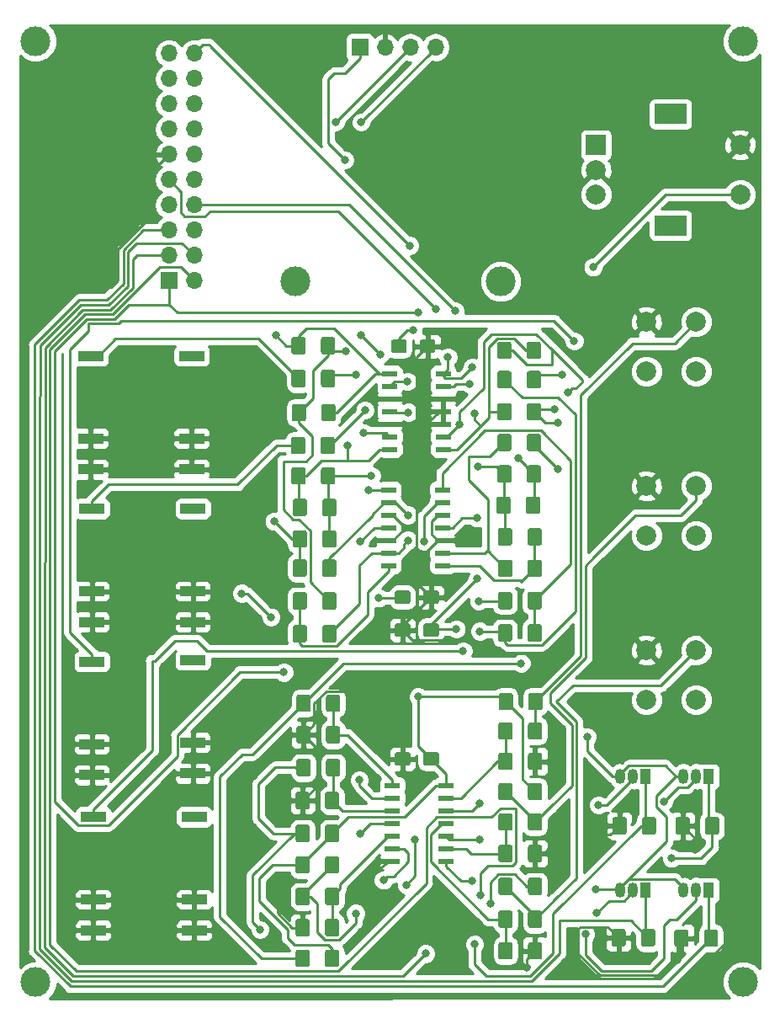
<source format=gbr>
G04 #@! TF.GenerationSoftware,KiCad,Pcbnew,(5.0.0)*
G04 #@! TF.CreationDate,2019-03-16T17:35:48-05:00*
G04 #@! TF.ProjectId,PP_UI,50505F55492E6B696361645F70636200,rev?*
G04 #@! TF.SameCoordinates,Original*
G04 #@! TF.FileFunction,Copper,L1,Top,Signal*
G04 #@! TF.FilePolarity,Positive*
%FSLAX46Y46*%
G04 Gerber Fmt 4.6, Leading zero omitted, Abs format (unit mm)*
G04 Created by KiCad (PCBNEW (5.0.0)) date 03/16/19 17:35:48*
%MOMM*%
%LPD*%
G01*
G04 APERTURE LIST*
G04 #@! TA.AperFunction,ComponentPad*
%ADD10C,3.000000*%
G04 #@! TD*
G04 #@! TA.AperFunction,SMDPad,CuDef*
%ADD11R,1.500000X0.600000*%
G04 #@! TD*
G04 #@! TA.AperFunction,Conductor*
%ADD12C,0.100000*%
G04 #@! TD*
G04 #@! TA.AperFunction,SMDPad,CuDef*
%ADD13C,1.425000*%
G04 #@! TD*
G04 #@! TA.AperFunction,SMDPad,CuDef*
%ADD14C,1.350000*%
G04 #@! TD*
G04 #@! TA.AperFunction,ComponentPad*
%ADD15R,2.500000X1.000000*%
G04 #@! TD*
G04 #@! TA.AperFunction,ComponentPad*
%ADD16O,1.050000X1.500000*%
G04 #@! TD*
G04 #@! TA.AperFunction,ComponentPad*
%ADD17R,1.050000X1.500000*%
G04 #@! TD*
G04 #@! TA.AperFunction,ComponentPad*
%ADD18C,2.000000*%
G04 #@! TD*
G04 #@! TA.AperFunction,ComponentPad*
%ADD19R,3.200000X2.000000*%
G04 #@! TD*
G04 #@! TA.AperFunction,ComponentPad*
%ADD20R,2.000000X2.000000*%
G04 #@! TD*
G04 #@! TA.AperFunction,ComponentPad*
%ADD21R,1.700000X1.700000*%
G04 #@! TD*
G04 #@! TA.AperFunction,ComponentPad*
%ADD22O,1.700000X1.700000*%
G04 #@! TD*
G04 #@! TA.AperFunction,ViaPad*
%ADD23C,0.800000*%
G04 #@! TD*
G04 #@! TA.AperFunction,Conductor*
%ADD24C,0.250000*%
G04 #@! TD*
G04 #@! TA.AperFunction,Conductor*
%ADD25C,0.254000*%
G04 #@! TD*
G04 APERTURE END LIST*
D10*
G04 #@! TO.P,REF\002A\002A,1*
G04 #@! TO.N,N/C*
X199170000Y-81020000D03*
G04 #@! TD*
G04 #@! TO.P,REF\002A\002A,1*
G04 #@! TO.N,N/C*
X178470000Y-81020000D03*
G04 #@! TD*
G04 #@! TO.P,REF\002A\002A,1*
G04 #@! TO.N,N/C*
X223570000Y-151450000D03*
G04 #@! TD*
G04 #@! TO.P,REF\002A\002A,1*
G04 #@! TO.N,N/C*
X152370000Y-151450000D03*
G04 #@! TD*
G04 #@! TO.P,REF\002A\002A,1*
G04 #@! TO.N,N/C*
X152370000Y-56850000D03*
G04 #@! TD*
D11*
G04 #@! TO.P,U1,14*
G04 #@! TO.N,Net-(R11-Pad2)*
X193296450Y-101961400D03*
G04 #@! TO.P,U1,13*
G04 #@! TO.N,Net-(R3-Pad1)*
X193296450Y-103231400D03*
G04 #@! TO.P,U1,12*
G04 #@! TO.N,/GND*
X193296450Y-104501400D03*
G04 #@! TO.P,U1,11*
G04 #@! TO.N,/VEE*
X193296450Y-105771400D03*
G04 #@! TO.P,U1,10*
G04 #@! TO.N,/GND*
X193296450Y-107041400D03*
G04 #@! TO.P,U1,9*
G04 #@! TO.N,Net-(R4-Pad1)*
X193296450Y-108311400D03*
G04 #@! TO.P,U1,8*
G04 #@! TO.N,Net-(R12-Pad2)*
X193296450Y-109581400D03*
G04 #@! TO.P,U1,7*
G04 #@! TO.N,Net-(R5-Pad1)*
X187896450Y-109581400D03*
G04 #@! TO.P,U1,6*
G04 #@! TO.N,Net-(R1-Pad1)*
X187896450Y-108311400D03*
G04 #@! TO.P,U1,5*
G04 #@! TO.N,/GND*
X187896450Y-107041400D03*
G04 #@! TO.P,U1,4*
G04 #@! TO.N,/VCC*
X187896450Y-105771400D03*
G04 #@! TO.P,U1,3*
G04 #@! TO.N,/GND*
X187896450Y-104501400D03*
G04 #@! TO.P,U1,2*
G04 #@! TO.N,Net-(R2-Pad1)*
X187896450Y-103231400D03*
G04 #@! TO.P,U1,1*
G04 #@! TO.N,Net-(R10-Pad2)*
X187896450Y-101961400D03*
G04 #@! TD*
D12*
G04 #@! TO.N,PITCH_D*
G04 #@! TO.C,C4*
G36*
X202997654Y-99500104D02*
X203021923Y-99503704D01*
X203045721Y-99509665D01*
X203068821Y-99517930D01*
X203090999Y-99528420D01*
X203112043Y-99541033D01*
X203131748Y-99555647D01*
X203149927Y-99572123D01*
X203166403Y-99590302D01*
X203181017Y-99610007D01*
X203193630Y-99631051D01*
X203204120Y-99653229D01*
X203212385Y-99676329D01*
X203218346Y-99700127D01*
X203221946Y-99724396D01*
X203223150Y-99748900D01*
X203223150Y-100998900D01*
X203221946Y-101023404D01*
X203218346Y-101047673D01*
X203212385Y-101071471D01*
X203204120Y-101094571D01*
X203193630Y-101116749D01*
X203181017Y-101137793D01*
X203166403Y-101157498D01*
X203149927Y-101175677D01*
X203131748Y-101192153D01*
X203112043Y-101206767D01*
X203090999Y-101219380D01*
X203068821Y-101229870D01*
X203045721Y-101238135D01*
X203021923Y-101244096D01*
X202997654Y-101247696D01*
X202973150Y-101248900D01*
X202048150Y-101248900D01*
X202023646Y-101247696D01*
X201999377Y-101244096D01*
X201975579Y-101238135D01*
X201952479Y-101229870D01*
X201930301Y-101219380D01*
X201909257Y-101206767D01*
X201889552Y-101192153D01*
X201871373Y-101175677D01*
X201854897Y-101157498D01*
X201840283Y-101137793D01*
X201827670Y-101116749D01*
X201817180Y-101094571D01*
X201808915Y-101071471D01*
X201802954Y-101047673D01*
X201799354Y-101023404D01*
X201798150Y-100998900D01*
X201798150Y-99748900D01*
X201799354Y-99724396D01*
X201802954Y-99700127D01*
X201808915Y-99676329D01*
X201817180Y-99653229D01*
X201827670Y-99631051D01*
X201840283Y-99610007D01*
X201854897Y-99590302D01*
X201871373Y-99572123D01*
X201889552Y-99555647D01*
X201909257Y-99541033D01*
X201930301Y-99528420D01*
X201952479Y-99517930D01*
X201975579Y-99509665D01*
X201999377Y-99503704D01*
X202023646Y-99500104D01*
X202048150Y-99498900D01*
X202973150Y-99498900D01*
X202997654Y-99500104D01*
X202997654Y-99500104D01*
G37*
D13*
G04 #@! TD*
G04 #@! TO.P,C4,1*
G04 #@! TO.N,PITCH_D*
X202510650Y-100373900D03*
D12*
G04 #@! TO.N,Net-(C4-Pad2)*
G04 #@! TO.C,C4*
G36*
X200022654Y-99500104D02*
X200046923Y-99503704D01*
X200070721Y-99509665D01*
X200093821Y-99517930D01*
X200115999Y-99528420D01*
X200137043Y-99541033D01*
X200156748Y-99555647D01*
X200174927Y-99572123D01*
X200191403Y-99590302D01*
X200206017Y-99610007D01*
X200218630Y-99631051D01*
X200229120Y-99653229D01*
X200237385Y-99676329D01*
X200243346Y-99700127D01*
X200246946Y-99724396D01*
X200248150Y-99748900D01*
X200248150Y-100998900D01*
X200246946Y-101023404D01*
X200243346Y-101047673D01*
X200237385Y-101071471D01*
X200229120Y-101094571D01*
X200218630Y-101116749D01*
X200206017Y-101137793D01*
X200191403Y-101157498D01*
X200174927Y-101175677D01*
X200156748Y-101192153D01*
X200137043Y-101206767D01*
X200115999Y-101219380D01*
X200093821Y-101229870D01*
X200070721Y-101238135D01*
X200046923Y-101244096D01*
X200022654Y-101247696D01*
X199998150Y-101248900D01*
X199073150Y-101248900D01*
X199048646Y-101247696D01*
X199024377Y-101244096D01*
X199000579Y-101238135D01*
X198977479Y-101229870D01*
X198955301Y-101219380D01*
X198934257Y-101206767D01*
X198914552Y-101192153D01*
X198896373Y-101175677D01*
X198879897Y-101157498D01*
X198865283Y-101137793D01*
X198852670Y-101116749D01*
X198842180Y-101094571D01*
X198833915Y-101071471D01*
X198827954Y-101047673D01*
X198824354Y-101023404D01*
X198823150Y-100998900D01*
X198823150Y-99748900D01*
X198824354Y-99724396D01*
X198827954Y-99700127D01*
X198833915Y-99676329D01*
X198842180Y-99653229D01*
X198852670Y-99631051D01*
X198865283Y-99610007D01*
X198879897Y-99590302D01*
X198896373Y-99572123D01*
X198914552Y-99555647D01*
X198934257Y-99541033D01*
X198955301Y-99528420D01*
X198977479Y-99517930D01*
X199000579Y-99509665D01*
X199024377Y-99503704D01*
X199048646Y-99500104D01*
X199073150Y-99498900D01*
X199998150Y-99498900D01*
X200022654Y-99500104D01*
X200022654Y-99500104D01*
G37*
D13*
G04 #@! TD*
G04 #@! TO.P,C4,2*
G04 #@! TO.N,Net-(C4-Pad2)*
X199535650Y-100373900D03*
D12*
G04 #@! TO.N,PITCH_C*
G04 #@! TO.C,C3*
G36*
X202984954Y-87079504D02*
X203009223Y-87083104D01*
X203033021Y-87089065D01*
X203056121Y-87097330D01*
X203078299Y-87107820D01*
X203099343Y-87120433D01*
X203119048Y-87135047D01*
X203137227Y-87151523D01*
X203153703Y-87169702D01*
X203168317Y-87189407D01*
X203180930Y-87210451D01*
X203191420Y-87232629D01*
X203199685Y-87255729D01*
X203205646Y-87279527D01*
X203209246Y-87303796D01*
X203210450Y-87328300D01*
X203210450Y-88578300D01*
X203209246Y-88602804D01*
X203205646Y-88627073D01*
X203199685Y-88650871D01*
X203191420Y-88673971D01*
X203180930Y-88696149D01*
X203168317Y-88717193D01*
X203153703Y-88736898D01*
X203137227Y-88755077D01*
X203119048Y-88771553D01*
X203099343Y-88786167D01*
X203078299Y-88798780D01*
X203056121Y-88809270D01*
X203033021Y-88817535D01*
X203009223Y-88823496D01*
X202984954Y-88827096D01*
X202960450Y-88828300D01*
X202035450Y-88828300D01*
X202010946Y-88827096D01*
X201986677Y-88823496D01*
X201962879Y-88817535D01*
X201939779Y-88809270D01*
X201917601Y-88798780D01*
X201896557Y-88786167D01*
X201876852Y-88771553D01*
X201858673Y-88755077D01*
X201842197Y-88736898D01*
X201827583Y-88717193D01*
X201814970Y-88696149D01*
X201804480Y-88673971D01*
X201796215Y-88650871D01*
X201790254Y-88627073D01*
X201786654Y-88602804D01*
X201785450Y-88578300D01*
X201785450Y-87328300D01*
X201786654Y-87303796D01*
X201790254Y-87279527D01*
X201796215Y-87255729D01*
X201804480Y-87232629D01*
X201814970Y-87210451D01*
X201827583Y-87189407D01*
X201842197Y-87169702D01*
X201858673Y-87151523D01*
X201876852Y-87135047D01*
X201896557Y-87120433D01*
X201917601Y-87107820D01*
X201939779Y-87097330D01*
X201962879Y-87089065D01*
X201986677Y-87083104D01*
X202010946Y-87079504D01*
X202035450Y-87078300D01*
X202960450Y-87078300D01*
X202984954Y-87079504D01*
X202984954Y-87079504D01*
G37*
D13*
G04 #@! TD*
G04 #@! TO.P,C3,1*
G04 #@! TO.N,PITCH_C*
X202497950Y-87953300D03*
D12*
G04 #@! TO.N,Net-(C3-Pad2)*
G04 #@! TO.C,C3*
G36*
X200009954Y-87079504D02*
X200034223Y-87083104D01*
X200058021Y-87089065D01*
X200081121Y-87097330D01*
X200103299Y-87107820D01*
X200124343Y-87120433D01*
X200144048Y-87135047D01*
X200162227Y-87151523D01*
X200178703Y-87169702D01*
X200193317Y-87189407D01*
X200205930Y-87210451D01*
X200216420Y-87232629D01*
X200224685Y-87255729D01*
X200230646Y-87279527D01*
X200234246Y-87303796D01*
X200235450Y-87328300D01*
X200235450Y-88578300D01*
X200234246Y-88602804D01*
X200230646Y-88627073D01*
X200224685Y-88650871D01*
X200216420Y-88673971D01*
X200205930Y-88696149D01*
X200193317Y-88717193D01*
X200178703Y-88736898D01*
X200162227Y-88755077D01*
X200144048Y-88771553D01*
X200124343Y-88786167D01*
X200103299Y-88798780D01*
X200081121Y-88809270D01*
X200058021Y-88817535D01*
X200034223Y-88823496D01*
X200009954Y-88827096D01*
X199985450Y-88828300D01*
X199060450Y-88828300D01*
X199035946Y-88827096D01*
X199011677Y-88823496D01*
X198987879Y-88817535D01*
X198964779Y-88809270D01*
X198942601Y-88798780D01*
X198921557Y-88786167D01*
X198901852Y-88771553D01*
X198883673Y-88755077D01*
X198867197Y-88736898D01*
X198852583Y-88717193D01*
X198839970Y-88696149D01*
X198829480Y-88673971D01*
X198821215Y-88650871D01*
X198815254Y-88627073D01*
X198811654Y-88602804D01*
X198810450Y-88578300D01*
X198810450Y-87328300D01*
X198811654Y-87303796D01*
X198815254Y-87279527D01*
X198821215Y-87255729D01*
X198829480Y-87232629D01*
X198839970Y-87210451D01*
X198852583Y-87189407D01*
X198867197Y-87169702D01*
X198883673Y-87151523D01*
X198901852Y-87135047D01*
X198921557Y-87120433D01*
X198942601Y-87107820D01*
X198964779Y-87097330D01*
X198987879Y-87089065D01*
X199011677Y-87083104D01*
X199035946Y-87079504D01*
X199060450Y-87078300D01*
X199985450Y-87078300D01*
X200009954Y-87079504D01*
X200009954Y-87079504D01*
G37*
D13*
G04 #@! TD*
G04 #@! TO.P,C3,2*
G04 #@! TO.N,Net-(C3-Pad2)*
X199522950Y-87953300D03*
D12*
G04 #@! TO.N,Net-(C1-Pad2)*
G04 #@! TO.C,C1*
G36*
X182283954Y-86609604D02*
X182308223Y-86613204D01*
X182332021Y-86619165D01*
X182355121Y-86627430D01*
X182377299Y-86637920D01*
X182398343Y-86650533D01*
X182418048Y-86665147D01*
X182436227Y-86681623D01*
X182452703Y-86699802D01*
X182467317Y-86719507D01*
X182479930Y-86740551D01*
X182490420Y-86762729D01*
X182498685Y-86785829D01*
X182504646Y-86809627D01*
X182508246Y-86833896D01*
X182509450Y-86858400D01*
X182509450Y-88108400D01*
X182508246Y-88132904D01*
X182504646Y-88157173D01*
X182498685Y-88180971D01*
X182490420Y-88204071D01*
X182479930Y-88226249D01*
X182467317Y-88247293D01*
X182452703Y-88266998D01*
X182436227Y-88285177D01*
X182418048Y-88301653D01*
X182398343Y-88316267D01*
X182377299Y-88328880D01*
X182355121Y-88339370D01*
X182332021Y-88347635D01*
X182308223Y-88353596D01*
X182283954Y-88357196D01*
X182259450Y-88358400D01*
X181334450Y-88358400D01*
X181309946Y-88357196D01*
X181285677Y-88353596D01*
X181261879Y-88347635D01*
X181238779Y-88339370D01*
X181216601Y-88328880D01*
X181195557Y-88316267D01*
X181175852Y-88301653D01*
X181157673Y-88285177D01*
X181141197Y-88266998D01*
X181126583Y-88247293D01*
X181113970Y-88226249D01*
X181103480Y-88204071D01*
X181095215Y-88180971D01*
X181089254Y-88157173D01*
X181085654Y-88132904D01*
X181084450Y-88108400D01*
X181084450Y-86858400D01*
X181085654Y-86833896D01*
X181089254Y-86809627D01*
X181095215Y-86785829D01*
X181103480Y-86762729D01*
X181113970Y-86740551D01*
X181126583Y-86719507D01*
X181141197Y-86699802D01*
X181157673Y-86681623D01*
X181175852Y-86665147D01*
X181195557Y-86650533D01*
X181216601Y-86637920D01*
X181238779Y-86627430D01*
X181261879Y-86619165D01*
X181285677Y-86613204D01*
X181309946Y-86609604D01*
X181334450Y-86608400D01*
X182259450Y-86608400D01*
X182283954Y-86609604D01*
X182283954Y-86609604D01*
G37*
D13*
G04 #@! TD*
G04 #@! TO.P,C1,2*
G04 #@! TO.N,Net-(C1-Pad2)*
X181796950Y-87483400D03*
D12*
G04 #@! TO.N,PITCH_A*
G04 #@! TO.C,C1*
G36*
X179308954Y-86609604D02*
X179333223Y-86613204D01*
X179357021Y-86619165D01*
X179380121Y-86627430D01*
X179402299Y-86637920D01*
X179423343Y-86650533D01*
X179443048Y-86665147D01*
X179461227Y-86681623D01*
X179477703Y-86699802D01*
X179492317Y-86719507D01*
X179504930Y-86740551D01*
X179515420Y-86762729D01*
X179523685Y-86785829D01*
X179529646Y-86809627D01*
X179533246Y-86833896D01*
X179534450Y-86858400D01*
X179534450Y-88108400D01*
X179533246Y-88132904D01*
X179529646Y-88157173D01*
X179523685Y-88180971D01*
X179515420Y-88204071D01*
X179504930Y-88226249D01*
X179492317Y-88247293D01*
X179477703Y-88266998D01*
X179461227Y-88285177D01*
X179443048Y-88301653D01*
X179423343Y-88316267D01*
X179402299Y-88328880D01*
X179380121Y-88339370D01*
X179357021Y-88347635D01*
X179333223Y-88353596D01*
X179308954Y-88357196D01*
X179284450Y-88358400D01*
X178359450Y-88358400D01*
X178334946Y-88357196D01*
X178310677Y-88353596D01*
X178286879Y-88347635D01*
X178263779Y-88339370D01*
X178241601Y-88328880D01*
X178220557Y-88316267D01*
X178200852Y-88301653D01*
X178182673Y-88285177D01*
X178166197Y-88266998D01*
X178151583Y-88247293D01*
X178138970Y-88226249D01*
X178128480Y-88204071D01*
X178120215Y-88180971D01*
X178114254Y-88157173D01*
X178110654Y-88132904D01*
X178109450Y-88108400D01*
X178109450Y-86858400D01*
X178110654Y-86833896D01*
X178114254Y-86809627D01*
X178120215Y-86785829D01*
X178128480Y-86762729D01*
X178138970Y-86740551D01*
X178151583Y-86719507D01*
X178166197Y-86699802D01*
X178182673Y-86681623D01*
X178200852Y-86665147D01*
X178220557Y-86650533D01*
X178241601Y-86637920D01*
X178263779Y-86627430D01*
X178286879Y-86619165D01*
X178310677Y-86613204D01*
X178334946Y-86609604D01*
X178359450Y-86608400D01*
X179284450Y-86608400D01*
X179308954Y-86609604D01*
X179308954Y-86609604D01*
G37*
D13*
G04 #@! TD*
G04 #@! TO.P,C1,1*
G04 #@! TO.N,PITCH_A*
X178821950Y-87483400D03*
D12*
G04 #@! TO.N,Net-(C2-Pad2)*
G04 #@! TO.C,C2*
G36*
X182283954Y-99690604D02*
X182308223Y-99694204D01*
X182332021Y-99700165D01*
X182355121Y-99708430D01*
X182377299Y-99718920D01*
X182398343Y-99731533D01*
X182418048Y-99746147D01*
X182436227Y-99762623D01*
X182452703Y-99780802D01*
X182467317Y-99800507D01*
X182479930Y-99821551D01*
X182490420Y-99843729D01*
X182498685Y-99866829D01*
X182504646Y-99890627D01*
X182508246Y-99914896D01*
X182509450Y-99939400D01*
X182509450Y-101189400D01*
X182508246Y-101213904D01*
X182504646Y-101238173D01*
X182498685Y-101261971D01*
X182490420Y-101285071D01*
X182479930Y-101307249D01*
X182467317Y-101328293D01*
X182452703Y-101347998D01*
X182436227Y-101366177D01*
X182418048Y-101382653D01*
X182398343Y-101397267D01*
X182377299Y-101409880D01*
X182355121Y-101420370D01*
X182332021Y-101428635D01*
X182308223Y-101434596D01*
X182283954Y-101438196D01*
X182259450Y-101439400D01*
X181334450Y-101439400D01*
X181309946Y-101438196D01*
X181285677Y-101434596D01*
X181261879Y-101428635D01*
X181238779Y-101420370D01*
X181216601Y-101409880D01*
X181195557Y-101397267D01*
X181175852Y-101382653D01*
X181157673Y-101366177D01*
X181141197Y-101347998D01*
X181126583Y-101328293D01*
X181113970Y-101307249D01*
X181103480Y-101285071D01*
X181095215Y-101261971D01*
X181089254Y-101238173D01*
X181085654Y-101213904D01*
X181084450Y-101189400D01*
X181084450Y-99939400D01*
X181085654Y-99914896D01*
X181089254Y-99890627D01*
X181095215Y-99866829D01*
X181103480Y-99843729D01*
X181113970Y-99821551D01*
X181126583Y-99800507D01*
X181141197Y-99780802D01*
X181157673Y-99762623D01*
X181175852Y-99746147D01*
X181195557Y-99731533D01*
X181216601Y-99718920D01*
X181238779Y-99708430D01*
X181261879Y-99700165D01*
X181285677Y-99694204D01*
X181309946Y-99690604D01*
X181334450Y-99689400D01*
X182259450Y-99689400D01*
X182283954Y-99690604D01*
X182283954Y-99690604D01*
G37*
D13*
G04 #@! TD*
G04 #@! TO.P,C2,2*
G04 #@! TO.N,Net-(C2-Pad2)*
X181796950Y-100564400D03*
D12*
G04 #@! TO.N,PITCH_B*
G04 #@! TO.C,C2*
G36*
X179308954Y-99690604D02*
X179333223Y-99694204D01*
X179357021Y-99700165D01*
X179380121Y-99708430D01*
X179402299Y-99718920D01*
X179423343Y-99731533D01*
X179443048Y-99746147D01*
X179461227Y-99762623D01*
X179477703Y-99780802D01*
X179492317Y-99800507D01*
X179504930Y-99821551D01*
X179515420Y-99843729D01*
X179523685Y-99866829D01*
X179529646Y-99890627D01*
X179533246Y-99914896D01*
X179534450Y-99939400D01*
X179534450Y-101189400D01*
X179533246Y-101213904D01*
X179529646Y-101238173D01*
X179523685Y-101261971D01*
X179515420Y-101285071D01*
X179504930Y-101307249D01*
X179492317Y-101328293D01*
X179477703Y-101347998D01*
X179461227Y-101366177D01*
X179443048Y-101382653D01*
X179423343Y-101397267D01*
X179402299Y-101409880D01*
X179380121Y-101420370D01*
X179357021Y-101428635D01*
X179333223Y-101434596D01*
X179308954Y-101438196D01*
X179284450Y-101439400D01*
X178359450Y-101439400D01*
X178334946Y-101438196D01*
X178310677Y-101434596D01*
X178286879Y-101428635D01*
X178263779Y-101420370D01*
X178241601Y-101409880D01*
X178220557Y-101397267D01*
X178200852Y-101382653D01*
X178182673Y-101366177D01*
X178166197Y-101347998D01*
X178151583Y-101328293D01*
X178138970Y-101307249D01*
X178128480Y-101285071D01*
X178120215Y-101261971D01*
X178114254Y-101238173D01*
X178110654Y-101213904D01*
X178109450Y-101189400D01*
X178109450Y-99939400D01*
X178110654Y-99914896D01*
X178114254Y-99890627D01*
X178120215Y-99866829D01*
X178128480Y-99843729D01*
X178138970Y-99821551D01*
X178151583Y-99800507D01*
X178166197Y-99780802D01*
X178182673Y-99762623D01*
X178200852Y-99746147D01*
X178220557Y-99731533D01*
X178241601Y-99718920D01*
X178263779Y-99708430D01*
X178286879Y-99700165D01*
X178310677Y-99694204D01*
X178334946Y-99690604D01*
X178359450Y-99689400D01*
X179284450Y-99689400D01*
X179308954Y-99690604D01*
X179308954Y-99690604D01*
G37*
D13*
G04 #@! TD*
G04 #@! TO.P,C2,1*
G04 #@! TO.N,PITCH_B*
X178821950Y-100564400D03*
D12*
G04 #@! TO.N,/+3V3*
G04 #@! TO.C,C11*
G36*
X189484805Y-86867304D02*
X189509073Y-86870904D01*
X189532872Y-86876865D01*
X189555971Y-86885130D01*
X189578150Y-86895620D01*
X189599193Y-86908232D01*
X189618899Y-86922847D01*
X189637077Y-86939323D01*
X189653553Y-86957501D01*
X189668168Y-86977207D01*
X189680780Y-86998250D01*
X189691270Y-87020429D01*
X189699535Y-87043528D01*
X189705496Y-87067327D01*
X189709096Y-87091595D01*
X189710300Y-87116099D01*
X189710300Y-87966101D01*
X189709096Y-87990605D01*
X189705496Y-88014873D01*
X189699535Y-88038672D01*
X189691270Y-88061771D01*
X189680780Y-88083950D01*
X189668168Y-88104993D01*
X189653553Y-88124699D01*
X189637077Y-88142877D01*
X189618899Y-88159353D01*
X189599193Y-88173968D01*
X189578150Y-88186580D01*
X189555971Y-88197070D01*
X189532872Y-88205335D01*
X189509073Y-88211296D01*
X189484805Y-88214896D01*
X189460301Y-88216100D01*
X188385299Y-88216100D01*
X188360795Y-88214896D01*
X188336527Y-88211296D01*
X188312728Y-88205335D01*
X188289629Y-88197070D01*
X188267450Y-88186580D01*
X188246407Y-88173968D01*
X188226701Y-88159353D01*
X188208523Y-88142877D01*
X188192047Y-88124699D01*
X188177432Y-88104993D01*
X188164820Y-88083950D01*
X188154330Y-88061771D01*
X188146065Y-88038672D01*
X188140104Y-88014873D01*
X188136504Y-87990605D01*
X188135300Y-87966101D01*
X188135300Y-87116099D01*
X188136504Y-87091595D01*
X188140104Y-87067327D01*
X188146065Y-87043528D01*
X188154330Y-87020429D01*
X188164820Y-86998250D01*
X188177432Y-86977207D01*
X188192047Y-86957501D01*
X188208523Y-86939323D01*
X188226701Y-86922847D01*
X188246407Y-86908232D01*
X188267450Y-86895620D01*
X188289629Y-86885130D01*
X188312728Y-86876865D01*
X188336527Y-86870904D01*
X188360795Y-86867304D01*
X188385299Y-86866100D01*
X189460301Y-86866100D01*
X189484805Y-86867304D01*
X189484805Y-86867304D01*
G37*
D14*
G04 #@! TD*
G04 #@! TO.P,C11,1*
G04 #@! TO.N,/+3V3*
X188922800Y-87541100D03*
D12*
G04 #@! TO.N,/GND*
G04 #@! TO.C,C11*
G36*
X192359805Y-86867304D02*
X192384073Y-86870904D01*
X192407872Y-86876865D01*
X192430971Y-86885130D01*
X192453150Y-86895620D01*
X192474193Y-86908232D01*
X192493899Y-86922847D01*
X192512077Y-86939323D01*
X192528553Y-86957501D01*
X192543168Y-86977207D01*
X192555780Y-86998250D01*
X192566270Y-87020429D01*
X192574535Y-87043528D01*
X192580496Y-87067327D01*
X192584096Y-87091595D01*
X192585300Y-87116099D01*
X192585300Y-87966101D01*
X192584096Y-87990605D01*
X192580496Y-88014873D01*
X192574535Y-88038672D01*
X192566270Y-88061771D01*
X192555780Y-88083950D01*
X192543168Y-88104993D01*
X192528553Y-88124699D01*
X192512077Y-88142877D01*
X192493899Y-88159353D01*
X192474193Y-88173968D01*
X192453150Y-88186580D01*
X192430971Y-88197070D01*
X192407872Y-88205335D01*
X192384073Y-88211296D01*
X192359805Y-88214896D01*
X192335301Y-88216100D01*
X191260299Y-88216100D01*
X191235795Y-88214896D01*
X191211527Y-88211296D01*
X191187728Y-88205335D01*
X191164629Y-88197070D01*
X191142450Y-88186580D01*
X191121407Y-88173968D01*
X191101701Y-88159353D01*
X191083523Y-88142877D01*
X191067047Y-88124699D01*
X191052432Y-88104993D01*
X191039820Y-88083950D01*
X191029330Y-88061771D01*
X191021065Y-88038672D01*
X191015104Y-88014873D01*
X191011504Y-87990605D01*
X191010300Y-87966101D01*
X191010300Y-87116099D01*
X191011504Y-87091595D01*
X191015104Y-87067327D01*
X191021065Y-87043528D01*
X191029330Y-87020429D01*
X191039820Y-86998250D01*
X191052432Y-86977207D01*
X191067047Y-86957501D01*
X191083523Y-86939323D01*
X191101701Y-86922847D01*
X191121407Y-86908232D01*
X191142450Y-86895620D01*
X191164629Y-86885130D01*
X191187728Y-86876865D01*
X191211527Y-86870904D01*
X191235795Y-86867304D01*
X191260299Y-86866100D01*
X192335301Y-86866100D01*
X192359805Y-86867304D01*
X192359805Y-86867304D01*
G37*
D14*
G04 #@! TD*
G04 #@! TO.P,C11,2*
G04 #@! TO.N,/GND*
X191797800Y-87541100D03*
D12*
G04 #@! TO.N,/VCC*
G04 #@! TO.C,C12*
G36*
X189847955Y-112082604D02*
X189872223Y-112086204D01*
X189896022Y-112092165D01*
X189919121Y-112100430D01*
X189941300Y-112110920D01*
X189962343Y-112123532D01*
X189982049Y-112138147D01*
X190000227Y-112154623D01*
X190016703Y-112172801D01*
X190031318Y-112192507D01*
X190043930Y-112213550D01*
X190054420Y-112235729D01*
X190062685Y-112258828D01*
X190068646Y-112282627D01*
X190072246Y-112306895D01*
X190073450Y-112331399D01*
X190073450Y-113181401D01*
X190072246Y-113205905D01*
X190068646Y-113230173D01*
X190062685Y-113253972D01*
X190054420Y-113277071D01*
X190043930Y-113299250D01*
X190031318Y-113320293D01*
X190016703Y-113339999D01*
X190000227Y-113358177D01*
X189982049Y-113374653D01*
X189962343Y-113389268D01*
X189941300Y-113401880D01*
X189919121Y-113412370D01*
X189896022Y-113420635D01*
X189872223Y-113426596D01*
X189847955Y-113430196D01*
X189823451Y-113431400D01*
X188748449Y-113431400D01*
X188723945Y-113430196D01*
X188699677Y-113426596D01*
X188675878Y-113420635D01*
X188652779Y-113412370D01*
X188630600Y-113401880D01*
X188609557Y-113389268D01*
X188589851Y-113374653D01*
X188571673Y-113358177D01*
X188555197Y-113339999D01*
X188540582Y-113320293D01*
X188527970Y-113299250D01*
X188517480Y-113277071D01*
X188509215Y-113253972D01*
X188503254Y-113230173D01*
X188499654Y-113205905D01*
X188498450Y-113181401D01*
X188498450Y-112331399D01*
X188499654Y-112306895D01*
X188503254Y-112282627D01*
X188509215Y-112258828D01*
X188517480Y-112235729D01*
X188527970Y-112213550D01*
X188540582Y-112192507D01*
X188555197Y-112172801D01*
X188571673Y-112154623D01*
X188589851Y-112138147D01*
X188609557Y-112123532D01*
X188630600Y-112110920D01*
X188652779Y-112100430D01*
X188675878Y-112092165D01*
X188699677Y-112086204D01*
X188723945Y-112082604D01*
X188748449Y-112081400D01*
X189823451Y-112081400D01*
X189847955Y-112082604D01*
X189847955Y-112082604D01*
G37*
D14*
G04 #@! TD*
G04 #@! TO.P,C12,1*
G04 #@! TO.N,/VCC*
X189285950Y-112756400D03*
D12*
G04 #@! TO.N,/GND*
G04 #@! TO.C,C12*
G36*
X192722955Y-112082604D02*
X192747223Y-112086204D01*
X192771022Y-112092165D01*
X192794121Y-112100430D01*
X192816300Y-112110920D01*
X192837343Y-112123532D01*
X192857049Y-112138147D01*
X192875227Y-112154623D01*
X192891703Y-112172801D01*
X192906318Y-112192507D01*
X192918930Y-112213550D01*
X192929420Y-112235729D01*
X192937685Y-112258828D01*
X192943646Y-112282627D01*
X192947246Y-112306895D01*
X192948450Y-112331399D01*
X192948450Y-113181401D01*
X192947246Y-113205905D01*
X192943646Y-113230173D01*
X192937685Y-113253972D01*
X192929420Y-113277071D01*
X192918930Y-113299250D01*
X192906318Y-113320293D01*
X192891703Y-113339999D01*
X192875227Y-113358177D01*
X192857049Y-113374653D01*
X192837343Y-113389268D01*
X192816300Y-113401880D01*
X192794121Y-113412370D01*
X192771022Y-113420635D01*
X192747223Y-113426596D01*
X192722955Y-113430196D01*
X192698451Y-113431400D01*
X191623449Y-113431400D01*
X191598945Y-113430196D01*
X191574677Y-113426596D01*
X191550878Y-113420635D01*
X191527779Y-113412370D01*
X191505600Y-113401880D01*
X191484557Y-113389268D01*
X191464851Y-113374653D01*
X191446673Y-113358177D01*
X191430197Y-113339999D01*
X191415582Y-113320293D01*
X191402970Y-113299250D01*
X191392480Y-113277071D01*
X191384215Y-113253972D01*
X191378254Y-113230173D01*
X191374654Y-113205905D01*
X191373450Y-113181401D01*
X191373450Y-112331399D01*
X191374654Y-112306895D01*
X191378254Y-112282627D01*
X191384215Y-112258828D01*
X191392480Y-112235729D01*
X191402970Y-112213550D01*
X191415582Y-112192507D01*
X191430197Y-112172801D01*
X191446673Y-112154623D01*
X191464851Y-112138147D01*
X191484557Y-112123532D01*
X191505600Y-112110920D01*
X191527779Y-112100430D01*
X191550878Y-112092165D01*
X191574677Y-112086204D01*
X191598945Y-112082604D01*
X191623449Y-112081400D01*
X192698451Y-112081400D01*
X192722955Y-112082604D01*
X192722955Y-112082604D01*
G37*
D14*
G04 #@! TD*
G04 #@! TO.P,C12,2*
G04 #@! TO.N,/GND*
X192160950Y-112756400D03*
D12*
G04 #@! TO.N,Net-(R5-Pad1)*
G04 #@! TO.C,R5*
G36*
X179435954Y-115565604D02*
X179460223Y-115569204D01*
X179484021Y-115575165D01*
X179507121Y-115583430D01*
X179529299Y-115593920D01*
X179550343Y-115606533D01*
X179570048Y-115621147D01*
X179588227Y-115637623D01*
X179604703Y-115655802D01*
X179619317Y-115675507D01*
X179631930Y-115696551D01*
X179642420Y-115718729D01*
X179650685Y-115741829D01*
X179656646Y-115765627D01*
X179660246Y-115789896D01*
X179661450Y-115814400D01*
X179661450Y-117064400D01*
X179660246Y-117088904D01*
X179656646Y-117113173D01*
X179650685Y-117136971D01*
X179642420Y-117160071D01*
X179631930Y-117182249D01*
X179619317Y-117203293D01*
X179604703Y-117222998D01*
X179588227Y-117241177D01*
X179570048Y-117257653D01*
X179550343Y-117272267D01*
X179529299Y-117284880D01*
X179507121Y-117295370D01*
X179484021Y-117303635D01*
X179460223Y-117309596D01*
X179435954Y-117313196D01*
X179411450Y-117314400D01*
X178486450Y-117314400D01*
X178461946Y-117313196D01*
X178437677Y-117309596D01*
X178413879Y-117303635D01*
X178390779Y-117295370D01*
X178368601Y-117284880D01*
X178347557Y-117272267D01*
X178327852Y-117257653D01*
X178309673Y-117241177D01*
X178293197Y-117222998D01*
X178278583Y-117203293D01*
X178265970Y-117182249D01*
X178255480Y-117160071D01*
X178247215Y-117136971D01*
X178241254Y-117113173D01*
X178237654Y-117088904D01*
X178236450Y-117064400D01*
X178236450Y-115814400D01*
X178237654Y-115789896D01*
X178241254Y-115765627D01*
X178247215Y-115741829D01*
X178255480Y-115718729D01*
X178265970Y-115696551D01*
X178278583Y-115675507D01*
X178293197Y-115655802D01*
X178309673Y-115637623D01*
X178327852Y-115621147D01*
X178347557Y-115606533D01*
X178368601Y-115593920D01*
X178390779Y-115583430D01*
X178413879Y-115575165D01*
X178437677Y-115569204D01*
X178461946Y-115565604D01*
X178486450Y-115564400D01*
X179411450Y-115564400D01*
X179435954Y-115565604D01*
X179435954Y-115565604D01*
G37*
D13*
G04 #@! TD*
G04 #@! TO.P,R5,1*
G04 #@! TO.N,Net-(R5-Pad1)*
X178948950Y-116439400D03*
D12*
G04 #@! TO.N,Net-(R1-Pad1)*
G04 #@! TO.C,R5*
G36*
X182410954Y-115565604D02*
X182435223Y-115569204D01*
X182459021Y-115575165D01*
X182482121Y-115583430D01*
X182504299Y-115593920D01*
X182525343Y-115606533D01*
X182545048Y-115621147D01*
X182563227Y-115637623D01*
X182579703Y-115655802D01*
X182594317Y-115675507D01*
X182606930Y-115696551D01*
X182617420Y-115718729D01*
X182625685Y-115741829D01*
X182631646Y-115765627D01*
X182635246Y-115789896D01*
X182636450Y-115814400D01*
X182636450Y-117064400D01*
X182635246Y-117088904D01*
X182631646Y-117113173D01*
X182625685Y-117136971D01*
X182617420Y-117160071D01*
X182606930Y-117182249D01*
X182594317Y-117203293D01*
X182579703Y-117222998D01*
X182563227Y-117241177D01*
X182545048Y-117257653D01*
X182525343Y-117272267D01*
X182504299Y-117284880D01*
X182482121Y-117295370D01*
X182459021Y-117303635D01*
X182435223Y-117309596D01*
X182410954Y-117313196D01*
X182386450Y-117314400D01*
X181461450Y-117314400D01*
X181436946Y-117313196D01*
X181412677Y-117309596D01*
X181388879Y-117303635D01*
X181365779Y-117295370D01*
X181343601Y-117284880D01*
X181322557Y-117272267D01*
X181302852Y-117257653D01*
X181284673Y-117241177D01*
X181268197Y-117222998D01*
X181253583Y-117203293D01*
X181240970Y-117182249D01*
X181230480Y-117160071D01*
X181222215Y-117136971D01*
X181216254Y-117113173D01*
X181212654Y-117088904D01*
X181211450Y-117064400D01*
X181211450Y-115814400D01*
X181212654Y-115789896D01*
X181216254Y-115765627D01*
X181222215Y-115741829D01*
X181230480Y-115718729D01*
X181240970Y-115696551D01*
X181253583Y-115675507D01*
X181268197Y-115655802D01*
X181284673Y-115637623D01*
X181302852Y-115621147D01*
X181322557Y-115606533D01*
X181343601Y-115593920D01*
X181365779Y-115583430D01*
X181388879Y-115575165D01*
X181412677Y-115569204D01*
X181436946Y-115565604D01*
X181461450Y-115564400D01*
X182386450Y-115564400D01*
X182410954Y-115565604D01*
X182410954Y-115565604D01*
G37*
D13*
G04 #@! TD*
G04 #@! TO.P,R5,2*
G04 #@! TO.N,Net-(R1-Pad1)*
X181923950Y-116439400D03*
D12*
G04 #@! TO.N,Net-(R2-Pad1)*
G04 #@! TO.C,R6*
G36*
X182410954Y-108961604D02*
X182435223Y-108965204D01*
X182459021Y-108971165D01*
X182482121Y-108979430D01*
X182504299Y-108989920D01*
X182525343Y-109002533D01*
X182545048Y-109017147D01*
X182563227Y-109033623D01*
X182579703Y-109051802D01*
X182594317Y-109071507D01*
X182606930Y-109092551D01*
X182617420Y-109114729D01*
X182625685Y-109137829D01*
X182631646Y-109161627D01*
X182635246Y-109185896D01*
X182636450Y-109210400D01*
X182636450Y-110460400D01*
X182635246Y-110484904D01*
X182631646Y-110509173D01*
X182625685Y-110532971D01*
X182617420Y-110556071D01*
X182606930Y-110578249D01*
X182594317Y-110599293D01*
X182579703Y-110618998D01*
X182563227Y-110637177D01*
X182545048Y-110653653D01*
X182525343Y-110668267D01*
X182504299Y-110680880D01*
X182482121Y-110691370D01*
X182459021Y-110699635D01*
X182435223Y-110705596D01*
X182410954Y-110709196D01*
X182386450Y-110710400D01*
X181461450Y-110710400D01*
X181436946Y-110709196D01*
X181412677Y-110705596D01*
X181388879Y-110699635D01*
X181365779Y-110691370D01*
X181343601Y-110680880D01*
X181322557Y-110668267D01*
X181302852Y-110653653D01*
X181284673Y-110637177D01*
X181268197Y-110618998D01*
X181253583Y-110599293D01*
X181240970Y-110578249D01*
X181230480Y-110556071D01*
X181222215Y-110532971D01*
X181216254Y-110509173D01*
X181212654Y-110484904D01*
X181211450Y-110460400D01*
X181211450Y-109210400D01*
X181212654Y-109185896D01*
X181216254Y-109161627D01*
X181222215Y-109137829D01*
X181230480Y-109114729D01*
X181240970Y-109092551D01*
X181253583Y-109071507D01*
X181268197Y-109051802D01*
X181284673Y-109033623D01*
X181302852Y-109017147D01*
X181322557Y-109002533D01*
X181343601Y-108989920D01*
X181365779Y-108979430D01*
X181388879Y-108971165D01*
X181412677Y-108965204D01*
X181436946Y-108961604D01*
X181461450Y-108960400D01*
X182386450Y-108960400D01*
X182410954Y-108961604D01*
X182410954Y-108961604D01*
G37*
D13*
G04 #@! TD*
G04 #@! TO.P,R6,2*
G04 #@! TO.N,Net-(R2-Pad1)*
X181923950Y-109835400D03*
D12*
G04 #@! TO.N,Net-(R10-Pad2)*
G04 #@! TO.C,R6*
G36*
X179435954Y-108961604D02*
X179460223Y-108965204D01*
X179484021Y-108971165D01*
X179507121Y-108979430D01*
X179529299Y-108989920D01*
X179550343Y-109002533D01*
X179570048Y-109017147D01*
X179588227Y-109033623D01*
X179604703Y-109051802D01*
X179619317Y-109071507D01*
X179631930Y-109092551D01*
X179642420Y-109114729D01*
X179650685Y-109137829D01*
X179656646Y-109161627D01*
X179660246Y-109185896D01*
X179661450Y-109210400D01*
X179661450Y-110460400D01*
X179660246Y-110484904D01*
X179656646Y-110509173D01*
X179650685Y-110532971D01*
X179642420Y-110556071D01*
X179631930Y-110578249D01*
X179619317Y-110599293D01*
X179604703Y-110618998D01*
X179588227Y-110637177D01*
X179570048Y-110653653D01*
X179550343Y-110668267D01*
X179529299Y-110680880D01*
X179507121Y-110691370D01*
X179484021Y-110699635D01*
X179460223Y-110705596D01*
X179435954Y-110709196D01*
X179411450Y-110710400D01*
X178486450Y-110710400D01*
X178461946Y-110709196D01*
X178437677Y-110705596D01*
X178413879Y-110699635D01*
X178390779Y-110691370D01*
X178368601Y-110680880D01*
X178347557Y-110668267D01*
X178327852Y-110653653D01*
X178309673Y-110637177D01*
X178293197Y-110618998D01*
X178278583Y-110599293D01*
X178265970Y-110578249D01*
X178255480Y-110556071D01*
X178247215Y-110532971D01*
X178241254Y-110509173D01*
X178237654Y-110484904D01*
X178236450Y-110460400D01*
X178236450Y-109210400D01*
X178237654Y-109185896D01*
X178241254Y-109161627D01*
X178247215Y-109137829D01*
X178255480Y-109114729D01*
X178265970Y-109092551D01*
X178278583Y-109071507D01*
X178293197Y-109051802D01*
X178309673Y-109033623D01*
X178327852Y-109017147D01*
X178347557Y-109002533D01*
X178368601Y-108989920D01*
X178390779Y-108979430D01*
X178413879Y-108971165D01*
X178437677Y-108965204D01*
X178461946Y-108961604D01*
X178486450Y-108960400D01*
X179411450Y-108960400D01*
X179435954Y-108961604D01*
X179435954Y-108961604D01*
G37*
D13*
G04 #@! TD*
G04 #@! TO.P,R6,1*
G04 #@! TO.N,Net-(R10-Pad2)*
X178948950Y-109835400D03*
D12*
G04 #@! TO.N,Net-(R2-Pad1)*
G04 #@! TO.C,R2*
G36*
X182238590Y-96642604D02*
X182262859Y-96646204D01*
X182286657Y-96652165D01*
X182309757Y-96660430D01*
X182331935Y-96670920D01*
X182352979Y-96683533D01*
X182372684Y-96698147D01*
X182390863Y-96714623D01*
X182407339Y-96732802D01*
X182421953Y-96752507D01*
X182434566Y-96773551D01*
X182445056Y-96795729D01*
X182453321Y-96818829D01*
X182459282Y-96842627D01*
X182462882Y-96866896D01*
X182464086Y-96891400D01*
X182464086Y-98141400D01*
X182462882Y-98165904D01*
X182459282Y-98190173D01*
X182453321Y-98213971D01*
X182445056Y-98237071D01*
X182434566Y-98259249D01*
X182421953Y-98280293D01*
X182407339Y-98299998D01*
X182390863Y-98318177D01*
X182372684Y-98334653D01*
X182352979Y-98349267D01*
X182331935Y-98361880D01*
X182309757Y-98372370D01*
X182286657Y-98380635D01*
X182262859Y-98386596D01*
X182238590Y-98390196D01*
X182214086Y-98391400D01*
X181289086Y-98391400D01*
X181264582Y-98390196D01*
X181240313Y-98386596D01*
X181216515Y-98380635D01*
X181193415Y-98372370D01*
X181171237Y-98361880D01*
X181150193Y-98349267D01*
X181130488Y-98334653D01*
X181112309Y-98318177D01*
X181095833Y-98299998D01*
X181081219Y-98280293D01*
X181068606Y-98259249D01*
X181058116Y-98237071D01*
X181049851Y-98213971D01*
X181043890Y-98190173D01*
X181040290Y-98165904D01*
X181039086Y-98141400D01*
X181039086Y-96891400D01*
X181040290Y-96866896D01*
X181043890Y-96842627D01*
X181049851Y-96818829D01*
X181058116Y-96795729D01*
X181068606Y-96773551D01*
X181081219Y-96752507D01*
X181095833Y-96732802D01*
X181112309Y-96714623D01*
X181130488Y-96698147D01*
X181150193Y-96683533D01*
X181171237Y-96670920D01*
X181193415Y-96660430D01*
X181216515Y-96652165D01*
X181240313Y-96646204D01*
X181264582Y-96642604D01*
X181289086Y-96641400D01*
X182214086Y-96641400D01*
X182238590Y-96642604D01*
X182238590Y-96642604D01*
G37*
D13*
G04 #@! TD*
G04 #@! TO.P,R2,1*
G04 #@! TO.N,Net-(R2-Pad1)*
X181751586Y-97516400D03*
D12*
G04 #@! TO.N,Net-(J2-Pad3)*
G04 #@! TO.C,R2*
G36*
X179263590Y-96642604D02*
X179287859Y-96646204D01*
X179311657Y-96652165D01*
X179334757Y-96660430D01*
X179356935Y-96670920D01*
X179377979Y-96683533D01*
X179397684Y-96698147D01*
X179415863Y-96714623D01*
X179432339Y-96732802D01*
X179446953Y-96752507D01*
X179459566Y-96773551D01*
X179470056Y-96795729D01*
X179478321Y-96818829D01*
X179484282Y-96842627D01*
X179487882Y-96866896D01*
X179489086Y-96891400D01*
X179489086Y-98141400D01*
X179487882Y-98165904D01*
X179484282Y-98190173D01*
X179478321Y-98213971D01*
X179470056Y-98237071D01*
X179459566Y-98259249D01*
X179446953Y-98280293D01*
X179432339Y-98299998D01*
X179415863Y-98318177D01*
X179397684Y-98334653D01*
X179377979Y-98349267D01*
X179356935Y-98361880D01*
X179334757Y-98372370D01*
X179311657Y-98380635D01*
X179287859Y-98386596D01*
X179263590Y-98390196D01*
X179239086Y-98391400D01*
X178314086Y-98391400D01*
X178289582Y-98390196D01*
X178265313Y-98386596D01*
X178241515Y-98380635D01*
X178218415Y-98372370D01*
X178196237Y-98361880D01*
X178175193Y-98349267D01*
X178155488Y-98334653D01*
X178137309Y-98318177D01*
X178120833Y-98299998D01*
X178106219Y-98280293D01*
X178093606Y-98259249D01*
X178083116Y-98237071D01*
X178074851Y-98213971D01*
X178068890Y-98190173D01*
X178065290Y-98165904D01*
X178064086Y-98141400D01*
X178064086Y-96891400D01*
X178065290Y-96866896D01*
X178068890Y-96842627D01*
X178074851Y-96818829D01*
X178083116Y-96795729D01*
X178093606Y-96773551D01*
X178106219Y-96752507D01*
X178120833Y-96732802D01*
X178137309Y-96714623D01*
X178155488Y-96698147D01*
X178175193Y-96683533D01*
X178196237Y-96670920D01*
X178218415Y-96660430D01*
X178241515Y-96652165D01*
X178265313Y-96646204D01*
X178289582Y-96642604D01*
X178314086Y-96641400D01*
X179239086Y-96641400D01*
X179263590Y-96642604D01*
X179263590Y-96642604D01*
G37*
D13*
G04 #@! TD*
G04 #@! TO.P,R2,2*
G04 #@! TO.N,Net-(J2-Pad3)*
X178776586Y-97516400D03*
D12*
G04 #@! TO.N,Net-(J3-Pad3)*
G04 #@! TO.C,R3*
G36*
X202997654Y-90013204D02*
X203021923Y-90016804D01*
X203045721Y-90022765D01*
X203068821Y-90031030D01*
X203090999Y-90041520D01*
X203112043Y-90054133D01*
X203131748Y-90068747D01*
X203149927Y-90085223D01*
X203166403Y-90103402D01*
X203181017Y-90123107D01*
X203193630Y-90144151D01*
X203204120Y-90166329D01*
X203212385Y-90189429D01*
X203218346Y-90213227D01*
X203221946Y-90237496D01*
X203223150Y-90262000D01*
X203223150Y-91512000D01*
X203221946Y-91536504D01*
X203218346Y-91560773D01*
X203212385Y-91584571D01*
X203204120Y-91607671D01*
X203193630Y-91629849D01*
X203181017Y-91650893D01*
X203166403Y-91670598D01*
X203149927Y-91688777D01*
X203131748Y-91705253D01*
X203112043Y-91719867D01*
X203090999Y-91732480D01*
X203068821Y-91742970D01*
X203045721Y-91751235D01*
X203021923Y-91757196D01*
X202997654Y-91760796D01*
X202973150Y-91762000D01*
X202048150Y-91762000D01*
X202023646Y-91760796D01*
X201999377Y-91757196D01*
X201975579Y-91751235D01*
X201952479Y-91742970D01*
X201930301Y-91732480D01*
X201909257Y-91719867D01*
X201889552Y-91705253D01*
X201871373Y-91688777D01*
X201854897Y-91670598D01*
X201840283Y-91650893D01*
X201827670Y-91629849D01*
X201817180Y-91607671D01*
X201808915Y-91584571D01*
X201802954Y-91560773D01*
X201799354Y-91536504D01*
X201798150Y-91512000D01*
X201798150Y-90262000D01*
X201799354Y-90237496D01*
X201802954Y-90213227D01*
X201808915Y-90189429D01*
X201817180Y-90166329D01*
X201827670Y-90144151D01*
X201840283Y-90123107D01*
X201854897Y-90103402D01*
X201871373Y-90085223D01*
X201889552Y-90068747D01*
X201909257Y-90054133D01*
X201930301Y-90041520D01*
X201952479Y-90031030D01*
X201975579Y-90022765D01*
X201999377Y-90016804D01*
X202023646Y-90013204D01*
X202048150Y-90012000D01*
X202973150Y-90012000D01*
X202997654Y-90013204D01*
X202997654Y-90013204D01*
G37*
D13*
G04 #@! TD*
G04 #@! TO.P,R3,2*
G04 #@! TO.N,Net-(J3-Pad3)*
X202510650Y-90887000D03*
D12*
G04 #@! TO.N,Net-(R3-Pad1)*
G04 #@! TO.C,R3*
G36*
X200022654Y-90013204D02*
X200046923Y-90016804D01*
X200070721Y-90022765D01*
X200093821Y-90031030D01*
X200115999Y-90041520D01*
X200137043Y-90054133D01*
X200156748Y-90068747D01*
X200174927Y-90085223D01*
X200191403Y-90103402D01*
X200206017Y-90123107D01*
X200218630Y-90144151D01*
X200229120Y-90166329D01*
X200237385Y-90189429D01*
X200243346Y-90213227D01*
X200246946Y-90237496D01*
X200248150Y-90262000D01*
X200248150Y-91512000D01*
X200246946Y-91536504D01*
X200243346Y-91560773D01*
X200237385Y-91584571D01*
X200229120Y-91607671D01*
X200218630Y-91629849D01*
X200206017Y-91650893D01*
X200191403Y-91670598D01*
X200174927Y-91688777D01*
X200156748Y-91705253D01*
X200137043Y-91719867D01*
X200115999Y-91732480D01*
X200093821Y-91742970D01*
X200070721Y-91751235D01*
X200046923Y-91757196D01*
X200022654Y-91760796D01*
X199998150Y-91762000D01*
X199073150Y-91762000D01*
X199048646Y-91760796D01*
X199024377Y-91757196D01*
X199000579Y-91751235D01*
X198977479Y-91742970D01*
X198955301Y-91732480D01*
X198934257Y-91719867D01*
X198914552Y-91705253D01*
X198896373Y-91688777D01*
X198879897Y-91670598D01*
X198865283Y-91650893D01*
X198852670Y-91629849D01*
X198842180Y-91607671D01*
X198833915Y-91584571D01*
X198827954Y-91560773D01*
X198824354Y-91536504D01*
X198823150Y-91512000D01*
X198823150Y-90262000D01*
X198824354Y-90237496D01*
X198827954Y-90213227D01*
X198833915Y-90189429D01*
X198842180Y-90166329D01*
X198852670Y-90144151D01*
X198865283Y-90123107D01*
X198879897Y-90103402D01*
X198896373Y-90085223D01*
X198914552Y-90068747D01*
X198934257Y-90054133D01*
X198955301Y-90041520D01*
X198977479Y-90031030D01*
X199000579Y-90022765D01*
X199024377Y-90016804D01*
X199048646Y-90013204D01*
X199073150Y-90012000D01*
X199998150Y-90012000D01*
X200022654Y-90013204D01*
X200022654Y-90013204D01*
G37*
D13*
G04 #@! TD*
G04 #@! TO.P,R3,1*
G04 #@! TO.N,Net-(R3-Pad1)*
X199535650Y-90887000D03*
D12*
G04 #@! TO.N,Net-(J4-Pad3)*
G04 #@! TO.C,R4*
G36*
X202997654Y-96337804D02*
X203021923Y-96341404D01*
X203045721Y-96347365D01*
X203068821Y-96355630D01*
X203090999Y-96366120D01*
X203112043Y-96378733D01*
X203131748Y-96393347D01*
X203149927Y-96409823D01*
X203166403Y-96428002D01*
X203181017Y-96447707D01*
X203193630Y-96468751D01*
X203204120Y-96490929D01*
X203212385Y-96514029D01*
X203218346Y-96537827D01*
X203221946Y-96562096D01*
X203223150Y-96586600D01*
X203223150Y-97836600D01*
X203221946Y-97861104D01*
X203218346Y-97885373D01*
X203212385Y-97909171D01*
X203204120Y-97932271D01*
X203193630Y-97954449D01*
X203181017Y-97975493D01*
X203166403Y-97995198D01*
X203149927Y-98013377D01*
X203131748Y-98029853D01*
X203112043Y-98044467D01*
X203090999Y-98057080D01*
X203068821Y-98067570D01*
X203045721Y-98075835D01*
X203021923Y-98081796D01*
X202997654Y-98085396D01*
X202973150Y-98086600D01*
X202048150Y-98086600D01*
X202023646Y-98085396D01*
X201999377Y-98081796D01*
X201975579Y-98075835D01*
X201952479Y-98067570D01*
X201930301Y-98057080D01*
X201909257Y-98044467D01*
X201889552Y-98029853D01*
X201871373Y-98013377D01*
X201854897Y-97995198D01*
X201840283Y-97975493D01*
X201827670Y-97954449D01*
X201817180Y-97932271D01*
X201808915Y-97909171D01*
X201802954Y-97885373D01*
X201799354Y-97861104D01*
X201798150Y-97836600D01*
X201798150Y-96586600D01*
X201799354Y-96562096D01*
X201802954Y-96537827D01*
X201808915Y-96514029D01*
X201817180Y-96490929D01*
X201827670Y-96468751D01*
X201840283Y-96447707D01*
X201854897Y-96428002D01*
X201871373Y-96409823D01*
X201889552Y-96393347D01*
X201909257Y-96378733D01*
X201930301Y-96366120D01*
X201952479Y-96355630D01*
X201975579Y-96347365D01*
X201999377Y-96341404D01*
X202023646Y-96337804D01*
X202048150Y-96336600D01*
X202973150Y-96336600D01*
X202997654Y-96337804D01*
X202997654Y-96337804D01*
G37*
D13*
G04 #@! TD*
G04 #@! TO.P,R4,2*
G04 #@! TO.N,Net-(J4-Pad3)*
X202510650Y-97211600D03*
D12*
G04 #@! TO.N,Net-(R4-Pad1)*
G04 #@! TO.C,R4*
G36*
X200022654Y-96337804D02*
X200046923Y-96341404D01*
X200070721Y-96347365D01*
X200093821Y-96355630D01*
X200115999Y-96366120D01*
X200137043Y-96378733D01*
X200156748Y-96393347D01*
X200174927Y-96409823D01*
X200191403Y-96428002D01*
X200206017Y-96447707D01*
X200218630Y-96468751D01*
X200229120Y-96490929D01*
X200237385Y-96514029D01*
X200243346Y-96537827D01*
X200246946Y-96562096D01*
X200248150Y-96586600D01*
X200248150Y-97836600D01*
X200246946Y-97861104D01*
X200243346Y-97885373D01*
X200237385Y-97909171D01*
X200229120Y-97932271D01*
X200218630Y-97954449D01*
X200206017Y-97975493D01*
X200191403Y-97995198D01*
X200174927Y-98013377D01*
X200156748Y-98029853D01*
X200137043Y-98044467D01*
X200115999Y-98057080D01*
X200093821Y-98067570D01*
X200070721Y-98075835D01*
X200046923Y-98081796D01*
X200022654Y-98085396D01*
X199998150Y-98086600D01*
X199073150Y-98086600D01*
X199048646Y-98085396D01*
X199024377Y-98081796D01*
X199000579Y-98075835D01*
X198977479Y-98067570D01*
X198955301Y-98057080D01*
X198934257Y-98044467D01*
X198914552Y-98029853D01*
X198896373Y-98013377D01*
X198879897Y-97995198D01*
X198865283Y-97975493D01*
X198852670Y-97954449D01*
X198842180Y-97932271D01*
X198833915Y-97909171D01*
X198827954Y-97885373D01*
X198824354Y-97861104D01*
X198823150Y-97836600D01*
X198823150Y-96586600D01*
X198824354Y-96562096D01*
X198827954Y-96537827D01*
X198833915Y-96514029D01*
X198842180Y-96490929D01*
X198852670Y-96468751D01*
X198865283Y-96447707D01*
X198879897Y-96428002D01*
X198896373Y-96409823D01*
X198914552Y-96393347D01*
X198934257Y-96378733D01*
X198955301Y-96366120D01*
X198977479Y-96355630D01*
X199000579Y-96347365D01*
X199024377Y-96341404D01*
X199048646Y-96337804D01*
X199073150Y-96336600D01*
X199998150Y-96336600D01*
X200022654Y-96337804D01*
X200022654Y-96337804D01*
G37*
D13*
G04 #@! TD*
G04 #@! TO.P,R4,1*
G04 #@! TO.N,Net-(R4-Pad1)*
X199535650Y-97211600D03*
D12*
G04 #@! TO.N,Net-(J1-Pad3)*
G04 #@! TO.C,R1*
G36*
X179308954Y-89911604D02*
X179333223Y-89915204D01*
X179357021Y-89921165D01*
X179380121Y-89929430D01*
X179402299Y-89939920D01*
X179423343Y-89952533D01*
X179443048Y-89967147D01*
X179461227Y-89983623D01*
X179477703Y-90001802D01*
X179492317Y-90021507D01*
X179504930Y-90042551D01*
X179515420Y-90064729D01*
X179523685Y-90087829D01*
X179529646Y-90111627D01*
X179533246Y-90135896D01*
X179534450Y-90160400D01*
X179534450Y-91410400D01*
X179533246Y-91434904D01*
X179529646Y-91459173D01*
X179523685Y-91482971D01*
X179515420Y-91506071D01*
X179504930Y-91528249D01*
X179492317Y-91549293D01*
X179477703Y-91568998D01*
X179461227Y-91587177D01*
X179443048Y-91603653D01*
X179423343Y-91618267D01*
X179402299Y-91630880D01*
X179380121Y-91641370D01*
X179357021Y-91649635D01*
X179333223Y-91655596D01*
X179308954Y-91659196D01*
X179284450Y-91660400D01*
X178359450Y-91660400D01*
X178334946Y-91659196D01*
X178310677Y-91655596D01*
X178286879Y-91649635D01*
X178263779Y-91641370D01*
X178241601Y-91630880D01*
X178220557Y-91618267D01*
X178200852Y-91603653D01*
X178182673Y-91587177D01*
X178166197Y-91568998D01*
X178151583Y-91549293D01*
X178138970Y-91528249D01*
X178128480Y-91506071D01*
X178120215Y-91482971D01*
X178114254Y-91459173D01*
X178110654Y-91434904D01*
X178109450Y-91410400D01*
X178109450Y-90160400D01*
X178110654Y-90135896D01*
X178114254Y-90111627D01*
X178120215Y-90087829D01*
X178128480Y-90064729D01*
X178138970Y-90042551D01*
X178151583Y-90021507D01*
X178166197Y-90001802D01*
X178182673Y-89983623D01*
X178200852Y-89967147D01*
X178220557Y-89952533D01*
X178241601Y-89939920D01*
X178263779Y-89929430D01*
X178286879Y-89921165D01*
X178310677Y-89915204D01*
X178334946Y-89911604D01*
X178359450Y-89910400D01*
X179284450Y-89910400D01*
X179308954Y-89911604D01*
X179308954Y-89911604D01*
G37*
D13*
G04 #@! TD*
G04 #@! TO.P,R1,2*
G04 #@! TO.N,Net-(J1-Pad3)*
X178821950Y-90785400D03*
D12*
G04 #@! TO.N,Net-(R1-Pad1)*
G04 #@! TO.C,R1*
G36*
X182283954Y-89911604D02*
X182308223Y-89915204D01*
X182332021Y-89921165D01*
X182355121Y-89929430D01*
X182377299Y-89939920D01*
X182398343Y-89952533D01*
X182418048Y-89967147D01*
X182436227Y-89983623D01*
X182452703Y-90001802D01*
X182467317Y-90021507D01*
X182479930Y-90042551D01*
X182490420Y-90064729D01*
X182498685Y-90087829D01*
X182504646Y-90111627D01*
X182508246Y-90135896D01*
X182509450Y-90160400D01*
X182509450Y-91410400D01*
X182508246Y-91434904D01*
X182504646Y-91459173D01*
X182498685Y-91482971D01*
X182490420Y-91506071D01*
X182479930Y-91528249D01*
X182467317Y-91549293D01*
X182452703Y-91568998D01*
X182436227Y-91587177D01*
X182418048Y-91603653D01*
X182398343Y-91618267D01*
X182377299Y-91630880D01*
X182355121Y-91641370D01*
X182332021Y-91649635D01*
X182308223Y-91655596D01*
X182283954Y-91659196D01*
X182259450Y-91660400D01*
X181334450Y-91660400D01*
X181309946Y-91659196D01*
X181285677Y-91655596D01*
X181261879Y-91649635D01*
X181238779Y-91641370D01*
X181216601Y-91630880D01*
X181195557Y-91618267D01*
X181175852Y-91603653D01*
X181157673Y-91587177D01*
X181141197Y-91568998D01*
X181126583Y-91549293D01*
X181113970Y-91528249D01*
X181103480Y-91506071D01*
X181095215Y-91482971D01*
X181089254Y-91459173D01*
X181085654Y-91434904D01*
X181084450Y-91410400D01*
X181084450Y-90160400D01*
X181085654Y-90135896D01*
X181089254Y-90111627D01*
X181095215Y-90087829D01*
X181103480Y-90064729D01*
X181113970Y-90042551D01*
X181126583Y-90021507D01*
X181141197Y-90001802D01*
X181157673Y-89983623D01*
X181175852Y-89967147D01*
X181195557Y-89952533D01*
X181216601Y-89939920D01*
X181238779Y-89929430D01*
X181261879Y-89921165D01*
X181285677Y-89915204D01*
X181309946Y-89911604D01*
X181334450Y-89910400D01*
X182259450Y-89910400D01*
X182283954Y-89911604D01*
X182283954Y-89911604D01*
G37*
D13*
G04 #@! TD*
G04 #@! TO.P,R1,1*
G04 #@! TO.N,Net-(R1-Pad1)*
X181796950Y-90785400D03*
D12*
G04 #@! TO.N,PITCH_A*
G04 #@! TO.C,R13*
G36*
X182320454Y-93340604D02*
X182344723Y-93344204D01*
X182368521Y-93350165D01*
X182391621Y-93358430D01*
X182413799Y-93368920D01*
X182434843Y-93381533D01*
X182454548Y-93396147D01*
X182472727Y-93412623D01*
X182489203Y-93430802D01*
X182503817Y-93450507D01*
X182516430Y-93471551D01*
X182526920Y-93493729D01*
X182535185Y-93516829D01*
X182541146Y-93540627D01*
X182544746Y-93564896D01*
X182545950Y-93589400D01*
X182545950Y-94839400D01*
X182544746Y-94863904D01*
X182541146Y-94888173D01*
X182535185Y-94911971D01*
X182526920Y-94935071D01*
X182516430Y-94957249D01*
X182503817Y-94978293D01*
X182489203Y-94997998D01*
X182472727Y-95016177D01*
X182454548Y-95032653D01*
X182434843Y-95047267D01*
X182413799Y-95059880D01*
X182391621Y-95070370D01*
X182368521Y-95078635D01*
X182344723Y-95084596D01*
X182320454Y-95088196D01*
X182295950Y-95089400D01*
X181370950Y-95089400D01*
X181346446Y-95088196D01*
X181322177Y-95084596D01*
X181298379Y-95078635D01*
X181275279Y-95070370D01*
X181253101Y-95059880D01*
X181232057Y-95047267D01*
X181212352Y-95032653D01*
X181194173Y-95016177D01*
X181177697Y-94997998D01*
X181163083Y-94978293D01*
X181150470Y-94957249D01*
X181139980Y-94935071D01*
X181131715Y-94911971D01*
X181125754Y-94888173D01*
X181122154Y-94863904D01*
X181120950Y-94839400D01*
X181120950Y-93589400D01*
X181122154Y-93564896D01*
X181125754Y-93540627D01*
X181131715Y-93516829D01*
X181139980Y-93493729D01*
X181150470Y-93471551D01*
X181163083Y-93450507D01*
X181177697Y-93430802D01*
X181194173Y-93412623D01*
X181212352Y-93396147D01*
X181232057Y-93381533D01*
X181253101Y-93368920D01*
X181275279Y-93358430D01*
X181298379Y-93350165D01*
X181322177Y-93344204D01*
X181346446Y-93340604D01*
X181370950Y-93339400D01*
X182295950Y-93339400D01*
X182320454Y-93340604D01*
X182320454Y-93340604D01*
G37*
D13*
G04 #@! TD*
G04 #@! TO.P,R13,1*
G04 #@! TO.N,PITCH_A*
X181833450Y-94214400D03*
D12*
G04 #@! TO.N,Net-(C1-Pad2)*
G04 #@! TO.C,R13*
G36*
X179345454Y-93340604D02*
X179369723Y-93344204D01*
X179393521Y-93350165D01*
X179416621Y-93358430D01*
X179438799Y-93368920D01*
X179459843Y-93381533D01*
X179479548Y-93396147D01*
X179497727Y-93412623D01*
X179514203Y-93430802D01*
X179528817Y-93450507D01*
X179541430Y-93471551D01*
X179551920Y-93493729D01*
X179560185Y-93516829D01*
X179566146Y-93540627D01*
X179569746Y-93564896D01*
X179570950Y-93589400D01*
X179570950Y-94839400D01*
X179569746Y-94863904D01*
X179566146Y-94888173D01*
X179560185Y-94911971D01*
X179551920Y-94935071D01*
X179541430Y-94957249D01*
X179528817Y-94978293D01*
X179514203Y-94997998D01*
X179497727Y-95016177D01*
X179479548Y-95032653D01*
X179459843Y-95047267D01*
X179438799Y-95059880D01*
X179416621Y-95070370D01*
X179393521Y-95078635D01*
X179369723Y-95084596D01*
X179345454Y-95088196D01*
X179320950Y-95089400D01*
X178395950Y-95089400D01*
X178371446Y-95088196D01*
X178347177Y-95084596D01*
X178323379Y-95078635D01*
X178300279Y-95070370D01*
X178278101Y-95059880D01*
X178257057Y-95047267D01*
X178237352Y-95032653D01*
X178219173Y-95016177D01*
X178202697Y-94997998D01*
X178188083Y-94978293D01*
X178175470Y-94957249D01*
X178164980Y-94935071D01*
X178156715Y-94911971D01*
X178150754Y-94888173D01*
X178147154Y-94863904D01*
X178145950Y-94839400D01*
X178145950Y-93589400D01*
X178147154Y-93564896D01*
X178150754Y-93540627D01*
X178156715Y-93516829D01*
X178164980Y-93493729D01*
X178175470Y-93471551D01*
X178188083Y-93450507D01*
X178202697Y-93430802D01*
X178219173Y-93412623D01*
X178237352Y-93396147D01*
X178257057Y-93381533D01*
X178278101Y-93368920D01*
X178300279Y-93358430D01*
X178323379Y-93350165D01*
X178347177Y-93344204D01*
X178371446Y-93340604D01*
X178395950Y-93339400D01*
X179320950Y-93339400D01*
X179345454Y-93340604D01*
X179345454Y-93340604D01*
G37*
D13*
G04 #@! TD*
G04 #@! TO.P,R13,2*
G04 #@! TO.N,Net-(C1-Pad2)*
X178858450Y-94214400D03*
D12*
G04 #@! TO.N,PITCH_D*
G04 #@! TO.C,R16*
G36*
X202908754Y-102662404D02*
X202933023Y-102666004D01*
X202956821Y-102671965D01*
X202979921Y-102680230D01*
X203002099Y-102690720D01*
X203023143Y-102703333D01*
X203042848Y-102717947D01*
X203061027Y-102734423D01*
X203077503Y-102752602D01*
X203092117Y-102772307D01*
X203104730Y-102793351D01*
X203115220Y-102815529D01*
X203123485Y-102838629D01*
X203129446Y-102862427D01*
X203133046Y-102886696D01*
X203134250Y-102911200D01*
X203134250Y-104161200D01*
X203133046Y-104185704D01*
X203129446Y-104209973D01*
X203123485Y-104233771D01*
X203115220Y-104256871D01*
X203104730Y-104279049D01*
X203092117Y-104300093D01*
X203077503Y-104319798D01*
X203061027Y-104337977D01*
X203042848Y-104354453D01*
X203023143Y-104369067D01*
X203002099Y-104381680D01*
X202979921Y-104392170D01*
X202956821Y-104400435D01*
X202933023Y-104406396D01*
X202908754Y-104409996D01*
X202884250Y-104411200D01*
X201959250Y-104411200D01*
X201934746Y-104409996D01*
X201910477Y-104406396D01*
X201886679Y-104400435D01*
X201863579Y-104392170D01*
X201841401Y-104381680D01*
X201820357Y-104369067D01*
X201800652Y-104354453D01*
X201782473Y-104337977D01*
X201765997Y-104319798D01*
X201751383Y-104300093D01*
X201738770Y-104279049D01*
X201728280Y-104256871D01*
X201720015Y-104233771D01*
X201714054Y-104209973D01*
X201710454Y-104185704D01*
X201709250Y-104161200D01*
X201709250Y-102911200D01*
X201710454Y-102886696D01*
X201714054Y-102862427D01*
X201720015Y-102838629D01*
X201728280Y-102815529D01*
X201738770Y-102793351D01*
X201751383Y-102772307D01*
X201765997Y-102752602D01*
X201782473Y-102734423D01*
X201800652Y-102717947D01*
X201820357Y-102703333D01*
X201841401Y-102690720D01*
X201863579Y-102680230D01*
X201886679Y-102671965D01*
X201910477Y-102666004D01*
X201934746Y-102662404D01*
X201959250Y-102661200D01*
X202884250Y-102661200D01*
X202908754Y-102662404D01*
X202908754Y-102662404D01*
G37*
D13*
G04 #@! TD*
G04 #@! TO.P,R16,1*
G04 #@! TO.N,PITCH_D*
X202421750Y-103536200D03*
D12*
G04 #@! TO.N,Net-(C4-Pad2)*
G04 #@! TO.C,R16*
G36*
X199933754Y-102662404D02*
X199958023Y-102666004D01*
X199981821Y-102671965D01*
X200004921Y-102680230D01*
X200027099Y-102690720D01*
X200048143Y-102703333D01*
X200067848Y-102717947D01*
X200086027Y-102734423D01*
X200102503Y-102752602D01*
X200117117Y-102772307D01*
X200129730Y-102793351D01*
X200140220Y-102815529D01*
X200148485Y-102838629D01*
X200154446Y-102862427D01*
X200158046Y-102886696D01*
X200159250Y-102911200D01*
X200159250Y-104161200D01*
X200158046Y-104185704D01*
X200154446Y-104209973D01*
X200148485Y-104233771D01*
X200140220Y-104256871D01*
X200129730Y-104279049D01*
X200117117Y-104300093D01*
X200102503Y-104319798D01*
X200086027Y-104337977D01*
X200067848Y-104354453D01*
X200048143Y-104369067D01*
X200027099Y-104381680D01*
X200004921Y-104392170D01*
X199981821Y-104400435D01*
X199958023Y-104406396D01*
X199933754Y-104409996D01*
X199909250Y-104411200D01*
X198984250Y-104411200D01*
X198959746Y-104409996D01*
X198935477Y-104406396D01*
X198911679Y-104400435D01*
X198888579Y-104392170D01*
X198866401Y-104381680D01*
X198845357Y-104369067D01*
X198825652Y-104354453D01*
X198807473Y-104337977D01*
X198790997Y-104319798D01*
X198776383Y-104300093D01*
X198763770Y-104279049D01*
X198753280Y-104256871D01*
X198745015Y-104233771D01*
X198739054Y-104209973D01*
X198735454Y-104185704D01*
X198734250Y-104161200D01*
X198734250Y-102911200D01*
X198735454Y-102886696D01*
X198739054Y-102862427D01*
X198745015Y-102838629D01*
X198753280Y-102815529D01*
X198763770Y-102793351D01*
X198776383Y-102772307D01*
X198790997Y-102752602D01*
X198807473Y-102734423D01*
X198825652Y-102717947D01*
X198845357Y-102703333D01*
X198866401Y-102690720D01*
X198888579Y-102680230D01*
X198911679Y-102671965D01*
X198935477Y-102666004D01*
X198959746Y-102662404D01*
X198984250Y-102661200D01*
X199909250Y-102661200D01*
X199933754Y-102662404D01*
X199933754Y-102662404D01*
G37*
D13*
G04 #@! TD*
G04 #@! TO.P,R16,2*
G04 #@! TO.N,Net-(C4-Pad2)*
X199446750Y-103536200D03*
D12*
G04 #@! TO.N,Net-(R11-Pad2)*
G04 #@! TO.C,R11*
G36*
X203073854Y-112238204D02*
X203098123Y-112241804D01*
X203121921Y-112247765D01*
X203145021Y-112256030D01*
X203167199Y-112266520D01*
X203188243Y-112279133D01*
X203207948Y-112293747D01*
X203226127Y-112310223D01*
X203242603Y-112328402D01*
X203257217Y-112348107D01*
X203269830Y-112369151D01*
X203280320Y-112391329D01*
X203288585Y-112414429D01*
X203294546Y-112438227D01*
X203298146Y-112462496D01*
X203299350Y-112487000D01*
X203299350Y-113737000D01*
X203298146Y-113761504D01*
X203294546Y-113785773D01*
X203288585Y-113809571D01*
X203280320Y-113832671D01*
X203269830Y-113854849D01*
X203257217Y-113875893D01*
X203242603Y-113895598D01*
X203226127Y-113913777D01*
X203207948Y-113930253D01*
X203188243Y-113944867D01*
X203167199Y-113957480D01*
X203145021Y-113967970D01*
X203121921Y-113976235D01*
X203098123Y-113982196D01*
X203073854Y-113985796D01*
X203049350Y-113987000D01*
X202124350Y-113987000D01*
X202099846Y-113985796D01*
X202075577Y-113982196D01*
X202051779Y-113976235D01*
X202028679Y-113967970D01*
X202006501Y-113957480D01*
X201985457Y-113944867D01*
X201965752Y-113930253D01*
X201947573Y-113913777D01*
X201931097Y-113895598D01*
X201916483Y-113875893D01*
X201903870Y-113854849D01*
X201893380Y-113832671D01*
X201885115Y-113809571D01*
X201879154Y-113785773D01*
X201875554Y-113761504D01*
X201874350Y-113737000D01*
X201874350Y-112487000D01*
X201875554Y-112462496D01*
X201879154Y-112438227D01*
X201885115Y-112414429D01*
X201893380Y-112391329D01*
X201903870Y-112369151D01*
X201916483Y-112348107D01*
X201931097Y-112328402D01*
X201947573Y-112310223D01*
X201965752Y-112293747D01*
X201985457Y-112279133D01*
X202006501Y-112266520D01*
X202028679Y-112256030D01*
X202051779Y-112247765D01*
X202075577Y-112241804D01*
X202099846Y-112238204D01*
X202124350Y-112237000D01*
X203049350Y-112237000D01*
X203073854Y-112238204D01*
X203073854Y-112238204D01*
G37*
D13*
G04 #@! TD*
G04 #@! TO.P,R11,2*
G04 #@! TO.N,Net-(R11-Pad2)*
X202586850Y-113112000D03*
D12*
G04 #@! TO.N,Net-(C3-Pad2)*
G04 #@! TO.C,R11*
G36*
X200098854Y-112238204D02*
X200123123Y-112241804D01*
X200146921Y-112247765D01*
X200170021Y-112256030D01*
X200192199Y-112266520D01*
X200213243Y-112279133D01*
X200232948Y-112293747D01*
X200251127Y-112310223D01*
X200267603Y-112328402D01*
X200282217Y-112348107D01*
X200294830Y-112369151D01*
X200305320Y-112391329D01*
X200313585Y-112414429D01*
X200319546Y-112438227D01*
X200323146Y-112462496D01*
X200324350Y-112487000D01*
X200324350Y-113737000D01*
X200323146Y-113761504D01*
X200319546Y-113785773D01*
X200313585Y-113809571D01*
X200305320Y-113832671D01*
X200294830Y-113854849D01*
X200282217Y-113875893D01*
X200267603Y-113895598D01*
X200251127Y-113913777D01*
X200232948Y-113930253D01*
X200213243Y-113944867D01*
X200192199Y-113957480D01*
X200170021Y-113967970D01*
X200146921Y-113976235D01*
X200123123Y-113982196D01*
X200098854Y-113985796D01*
X200074350Y-113987000D01*
X199149350Y-113987000D01*
X199124846Y-113985796D01*
X199100577Y-113982196D01*
X199076779Y-113976235D01*
X199053679Y-113967970D01*
X199031501Y-113957480D01*
X199010457Y-113944867D01*
X198990752Y-113930253D01*
X198972573Y-113913777D01*
X198956097Y-113895598D01*
X198941483Y-113875893D01*
X198928870Y-113854849D01*
X198918380Y-113832671D01*
X198910115Y-113809571D01*
X198904154Y-113785773D01*
X198900554Y-113761504D01*
X198899350Y-113737000D01*
X198899350Y-112487000D01*
X198900554Y-112462496D01*
X198904154Y-112438227D01*
X198910115Y-112414429D01*
X198918380Y-112391329D01*
X198928870Y-112369151D01*
X198941483Y-112348107D01*
X198956097Y-112328402D01*
X198972573Y-112310223D01*
X198990752Y-112293747D01*
X199010457Y-112279133D01*
X199031501Y-112266520D01*
X199053679Y-112256030D01*
X199076779Y-112247765D01*
X199100577Y-112241804D01*
X199124846Y-112238204D01*
X199149350Y-112237000D01*
X200074350Y-112237000D01*
X200098854Y-112238204D01*
X200098854Y-112238204D01*
G37*
D13*
G04 #@! TD*
G04 #@! TO.P,R11,1*
G04 #@! TO.N,Net-(C3-Pad2)*
X199611850Y-113112000D03*
D12*
G04 #@! TO.N,Net-(R12-Pad2)*
G04 #@! TO.C,R12*
G36*
X203073854Y-105824704D02*
X203098123Y-105828304D01*
X203121921Y-105834265D01*
X203145021Y-105842530D01*
X203167199Y-105853020D01*
X203188243Y-105865633D01*
X203207948Y-105880247D01*
X203226127Y-105896723D01*
X203242603Y-105914902D01*
X203257217Y-105934607D01*
X203269830Y-105955651D01*
X203280320Y-105977829D01*
X203288585Y-106000929D01*
X203294546Y-106024727D01*
X203298146Y-106048996D01*
X203299350Y-106073500D01*
X203299350Y-107323500D01*
X203298146Y-107348004D01*
X203294546Y-107372273D01*
X203288585Y-107396071D01*
X203280320Y-107419171D01*
X203269830Y-107441349D01*
X203257217Y-107462393D01*
X203242603Y-107482098D01*
X203226127Y-107500277D01*
X203207948Y-107516753D01*
X203188243Y-107531367D01*
X203167199Y-107543980D01*
X203145021Y-107554470D01*
X203121921Y-107562735D01*
X203098123Y-107568696D01*
X203073854Y-107572296D01*
X203049350Y-107573500D01*
X202124350Y-107573500D01*
X202099846Y-107572296D01*
X202075577Y-107568696D01*
X202051779Y-107562735D01*
X202028679Y-107554470D01*
X202006501Y-107543980D01*
X201985457Y-107531367D01*
X201965752Y-107516753D01*
X201947573Y-107500277D01*
X201931097Y-107482098D01*
X201916483Y-107462393D01*
X201903870Y-107441349D01*
X201893380Y-107419171D01*
X201885115Y-107396071D01*
X201879154Y-107372273D01*
X201875554Y-107348004D01*
X201874350Y-107323500D01*
X201874350Y-106073500D01*
X201875554Y-106048996D01*
X201879154Y-106024727D01*
X201885115Y-106000929D01*
X201893380Y-105977829D01*
X201903870Y-105955651D01*
X201916483Y-105934607D01*
X201931097Y-105914902D01*
X201947573Y-105896723D01*
X201965752Y-105880247D01*
X201985457Y-105865633D01*
X202006501Y-105853020D01*
X202028679Y-105842530D01*
X202051779Y-105834265D01*
X202075577Y-105828304D01*
X202099846Y-105824704D01*
X202124350Y-105823500D01*
X203049350Y-105823500D01*
X203073854Y-105824704D01*
X203073854Y-105824704D01*
G37*
D13*
G04 #@! TD*
G04 #@! TO.P,R12,2*
G04 #@! TO.N,Net-(R12-Pad2)*
X202586850Y-106698500D03*
D12*
G04 #@! TO.N,Net-(C4-Pad2)*
G04 #@! TO.C,R12*
G36*
X200098854Y-105824704D02*
X200123123Y-105828304D01*
X200146921Y-105834265D01*
X200170021Y-105842530D01*
X200192199Y-105853020D01*
X200213243Y-105865633D01*
X200232948Y-105880247D01*
X200251127Y-105896723D01*
X200267603Y-105914902D01*
X200282217Y-105934607D01*
X200294830Y-105955651D01*
X200305320Y-105977829D01*
X200313585Y-106000929D01*
X200319546Y-106024727D01*
X200323146Y-106048996D01*
X200324350Y-106073500D01*
X200324350Y-107323500D01*
X200323146Y-107348004D01*
X200319546Y-107372273D01*
X200313585Y-107396071D01*
X200305320Y-107419171D01*
X200294830Y-107441349D01*
X200282217Y-107462393D01*
X200267603Y-107482098D01*
X200251127Y-107500277D01*
X200232948Y-107516753D01*
X200213243Y-107531367D01*
X200192199Y-107543980D01*
X200170021Y-107554470D01*
X200146921Y-107562735D01*
X200123123Y-107568696D01*
X200098854Y-107572296D01*
X200074350Y-107573500D01*
X199149350Y-107573500D01*
X199124846Y-107572296D01*
X199100577Y-107568696D01*
X199076779Y-107562735D01*
X199053679Y-107554470D01*
X199031501Y-107543980D01*
X199010457Y-107531367D01*
X198990752Y-107516753D01*
X198972573Y-107500277D01*
X198956097Y-107482098D01*
X198941483Y-107462393D01*
X198928870Y-107441349D01*
X198918380Y-107419171D01*
X198910115Y-107396071D01*
X198904154Y-107372273D01*
X198900554Y-107348004D01*
X198899350Y-107323500D01*
X198899350Y-106073500D01*
X198900554Y-106048996D01*
X198904154Y-106024727D01*
X198910115Y-106000929D01*
X198918380Y-105977829D01*
X198928870Y-105955651D01*
X198941483Y-105934607D01*
X198956097Y-105914902D01*
X198972573Y-105896723D01*
X198990752Y-105880247D01*
X199010457Y-105865633D01*
X199031501Y-105853020D01*
X199053679Y-105842530D01*
X199076779Y-105834265D01*
X199100577Y-105828304D01*
X199124846Y-105824704D01*
X199149350Y-105823500D01*
X200074350Y-105823500D01*
X200098854Y-105824704D01*
X200098854Y-105824704D01*
G37*
D13*
G04 #@! TD*
G04 #@! TO.P,R12,1*
G04 #@! TO.N,Net-(C4-Pad2)*
X199611850Y-106698500D03*
D12*
G04 #@! TO.N,Net-(R3-Pad1)*
G04 #@! TO.C,R7*
G36*
X200098854Y-115489404D02*
X200123123Y-115493004D01*
X200146921Y-115498965D01*
X200170021Y-115507230D01*
X200192199Y-115517720D01*
X200213243Y-115530333D01*
X200232948Y-115544947D01*
X200251127Y-115561423D01*
X200267603Y-115579602D01*
X200282217Y-115599307D01*
X200294830Y-115620351D01*
X200305320Y-115642529D01*
X200313585Y-115665629D01*
X200319546Y-115689427D01*
X200323146Y-115713696D01*
X200324350Y-115738200D01*
X200324350Y-116988200D01*
X200323146Y-117012704D01*
X200319546Y-117036973D01*
X200313585Y-117060771D01*
X200305320Y-117083871D01*
X200294830Y-117106049D01*
X200282217Y-117127093D01*
X200267603Y-117146798D01*
X200251127Y-117164977D01*
X200232948Y-117181453D01*
X200213243Y-117196067D01*
X200192199Y-117208680D01*
X200170021Y-117219170D01*
X200146921Y-117227435D01*
X200123123Y-117233396D01*
X200098854Y-117236996D01*
X200074350Y-117238200D01*
X199149350Y-117238200D01*
X199124846Y-117236996D01*
X199100577Y-117233396D01*
X199076779Y-117227435D01*
X199053679Y-117219170D01*
X199031501Y-117208680D01*
X199010457Y-117196067D01*
X198990752Y-117181453D01*
X198972573Y-117164977D01*
X198956097Y-117146798D01*
X198941483Y-117127093D01*
X198928870Y-117106049D01*
X198918380Y-117083871D01*
X198910115Y-117060771D01*
X198904154Y-117036973D01*
X198900554Y-117012704D01*
X198899350Y-116988200D01*
X198899350Y-115738200D01*
X198900554Y-115713696D01*
X198904154Y-115689427D01*
X198910115Y-115665629D01*
X198918380Y-115642529D01*
X198928870Y-115620351D01*
X198941483Y-115599307D01*
X198956097Y-115579602D01*
X198972573Y-115561423D01*
X198990752Y-115544947D01*
X199010457Y-115530333D01*
X199031501Y-115517720D01*
X199053679Y-115507230D01*
X199076779Y-115498965D01*
X199100577Y-115493004D01*
X199124846Y-115489404D01*
X199149350Y-115488200D01*
X200074350Y-115488200D01*
X200098854Y-115489404D01*
X200098854Y-115489404D01*
G37*
D13*
G04 #@! TD*
G04 #@! TO.P,R7,2*
G04 #@! TO.N,Net-(R3-Pad1)*
X199611850Y-116363200D03*
D12*
G04 #@! TO.N,Net-(R11-Pad2)*
G04 #@! TO.C,R7*
G36*
X203073854Y-115489404D02*
X203098123Y-115493004D01*
X203121921Y-115498965D01*
X203145021Y-115507230D01*
X203167199Y-115517720D01*
X203188243Y-115530333D01*
X203207948Y-115544947D01*
X203226127Y-115561423D01*
X203242603Y-115579602D01*
X203257217Y-115599307D01*
X203269830Y-115620351D01*
X203280320Y-115642529D01*
X203288585Y-115665629D01*
X203294546Y-115689427D01*
X203298146Y-115713696D01*
X203299350Y-115738200D01*
X203299350Y-116988200D01*
X203298146Y-117012704D01*
X203294546Y-117036973D01*
X203288585Y-117060771D01*
X203280320Y-117083871D01*
X203269830Y-117106049D01*
X203257217Y-117127093D01*
X203242603Y-117146798D01*
X203226127Y-117164977D01*
X203207948Y-117181453D01*
X203188243Y-117196067D01*
X203167199Y-117208680D01*
X203145021Y-117219170D01*
X203121921Y-117227435D01*
X203098123Y-117233396D01*
X203073854Y-117236996D01*
X203049350Y-117238200D01*
X202124350Y-117238200D01*
X202099846Y-117236996D01*
X202075577Y-117233396D01*
X202051779Y-117227435D01*
X202028679Y-117219170D01*
X202006501Y-117208680D01*
X201985457Y-117196067D01*
X201965752Y-117181453D01*
X201947573Y-117164977D01*
X201931097Y-117146798D01*
X201916483Y-117127093D01*
X201903870Y-117106049D01*
X201893380Y-117083871D01*
X201885115Y-117060771D01*
X201879154Y-117036973D01*
X201875554Y-117012704D01*
X201874350Y-116988200D01*
X201874350Y-115738200D01*
X201875554Y-115713696D01*
X201879154Y-115689427D01*
X201885115Y-115665629D01*
X201893380Y-115642529D01*
X201903870Y-115620351D01*
X201916483Y-115599307D01*
X201931097Y-115579602D01*
X201947573Y-115561423D01*
X201965752Y-115544947D01*
X201985457Y-115530333D01*
X202006501Y-115517720D01*
X202028679Y-115507230D01*
X202051779Y-115498965D01*
X202075577Y-115493004D01*
X202099846Y-115489404D01*
X202124350Y-115488200D01*
X203049350Y-115488200D01*
X203073854Y-115489404D01*
X203073854Y-115489404D01*
G37*
D13*
G04 #@! TD*
G04 #@! TO.P,R7,1*
G04 #@! TO.N,Net-(R11-Pad2)*
X202586850Y-116363200D03*
D12*
G04 #@! TO.N,Net-(R12-Pad2)*
G04 #@! TO.C,R8*
G36*
X203073854Y-108987004D02*
X203098123Y-108990604D01*
X203121921Y-108996565D01*
X203145021Y-109004830D01*
X203167199Y-109015320D01*
X203188243Y-109027933D01*
X203207948Y-109042547D01*
X203226127Y-109059023D01*
X203242603Y-109077202D01*
X203257217Y-109096907D01*
X203269830Y-109117951D01*
X203280320Y-109140129D01*
X203288585Y-109163229D01*
X203294546Y-109187027D01*
X203298146Y-109211296D01*
X203299350Y-109235800D01*
X203299350Y-110485800D01*
X203298146Y-110510304D01*
X203294546Y-110534573D01*
X203288585Y-110558371D01*
X203280320Y-110581471D01*
X203269830Y-110603649D01*
X203257217Y-110624693D01*
X203242603Y-110644398D01*
X203226127Y-110662577D01*
X203207948Y-110679053D01*
X203188243Y-110693667D01*
X203167199Y-110706280D01*
X203145021Y-110716770D01*
X203121921Y-110725035D01*
X203098123Y-110730996D01*
X203073854Y-110734596D01*
X203049350Y-110735800D01*
X202124350Y-110735800D01*
X202099846Y-110734596D01*
X202075577Y-110730996D01*
X202051779Y-110725035D01*
X202028679Y-110716770D01*
X202006501Y-110706280D01*
X201985457Y-110693667D01*
X201965752Y-110679053D01*
X201947573Y-110662577D01*
X201931097Y-110644398D01*
X201916483Y-110624693D01*
X201903870Y-110603649D01*
X201893380Y-110581471D01*
X201885115Y-110558371D01*
X201879154Y-110534573D01*
X201875554Y-110510304D01*
X201874350Y-110485800D01*
X201874350Y-109235800D01*
X201875554Y-109211296D01*
X201879154Y-109187027D01*
X201885115Y-109163229D01*
X201893380Y-109140129D01*
X201903870Y-109117951D01*
X201916483Y-109096907D01*
X201931097Y-109077202D01*
X201947573Y-109059023D01*
X201965752Y-109042547D01*
X201985457Y-109027933D01*
X202006501Y-109015320D01*
X202028679Y-109004830D01*
X202051779Y-108996565D01*
X202075577Y-108990604D01*
X202099846Y-108987004D01*
X202124350Y-108985800D01*
X203049350Y-108985800D01*
X203073854Y-108987004D01*
X203073854Y-108987004D01*
G37*
D13*
G04 #@! TD*
G04 #@! TO.P,R8,1*
G04 #@! TO.N,Net-(R12-Pad2)*
X202586850Y-109860800D03*
D12*
G04 #@! TO.N,Net-(R4-Pad1)*
G04 #@! TO.C,R8*
G36*
X200098854Y-108987004D02*
X200123123Y-108990604D01*
X200146921Y-108996565D01*
X200170021Y-109004830D01*
X200192199Y-109015320D01*
X200213243Y-109027933D01*
X200232948Y-109042547D01*
X200251127Y-109059023D01*
X200267603Y-109077202D01*
X200282217Y-109096907D01*
X200294830Y-109117951D01*
X200305320Y-109140129D01*
X200313585Y-109163229D01*
X200319546Y-109187027D01*
X200323146Y-109211296D01*
X200324350Y-109235800D01*
X200324350Y-110485800D01*
X200323146Y-110510304D01*
X200319546Y-110534573D01*
X200313585Y-110558371D01*
X200305320Y-110581471D01*
X200294830Y-110603649D01*
X200282217Y-110624693D01*
X200267603Y-110644398D01*
X200251127Y-110662577D01*
X200232948Y-110679053D01*
X200213243Y-110693667D01*
X200192199Y-110706280D01*
X200170021Y-110716770D01*
X200146921Y-110725035D01*
X200123123Y-110730996D01*
X200098854Y-110734596D01*
X200074350Y-110735800D01*
X199149350Y-110735800D01*
X199124846Y-110734596D01*
X199100577Y-110730996D01*
X199076779Y-110725035D01*
X199053679Y-110716770D01*
X199031501Y-110706280D01*
X199010457Y-110693667D01*
X198990752Y-110679053D01*
X198972573Y-110662577D01*
X198956097Y-110644398D01*
X198941483Y-110624693D01*
X198928870Y-110603649D01*
X198918380Y-110581471D01*
X198910115Y-110558371D01*
X198904154Y-110534573D01*
X198900554Y-110510304D01*
X198899350Y-110485800D01*
X198899350Y-109235800D01*
X198900554Y-109211296D01*
X198904154Y-109187027D01*
X198910115Y-109163229D01*
X198918380Y-109140129D01*
X198928870Y-109117951D01*
X198941483Y-109096907D01*
X198956097Y-109077202D01*
X198972573Y-109059023D01*
X198990752Y-109042547D01*
X199010457Y-109027933D01*
X199031501Y-109015320D01*
X199053679Y-109004830D01*
X199076779Y-108996565D01*
X199100577Y-108990604D01*
X199124846Y-108987004D01*
X199149350Y-108985800D01*
X200074350Y-108985800D01*
X200098854Y-108987004D01*
X200098854Y-108987004D01*
G37*
D13*
G04 #@! TD*
G04 #@! TO.P,R8,2*
G04 #@! TO.N,Net-(R4-Pad1)*
X199611850Y-109860800D03*
D12*
G04 #@! TO.N,Net-(C3-Pad2)*
G04 #@! TO.C,R15*
G36*
X202997654Y-93251704D02*
X203021923Y-93255304D01*
X203045721Y-93261265D01*
X203068821Y-93269530D01*
X203090999Y-93280020D01*
X203112043Y-93292633D01*
X203131748Y-93307247D01*
X203149927Y-93323723D01*
X203166403Y-93341902D01*
X203181017Y-93361607D01*
X203193630Y-93382651D01*
X203204120Y-93404829D01*
X203212385Y-93427929D01*
X203218346Y-93451727D01*
X203221946Y-93475996D01*
X203223150Y-93500500D01*
X203223150Y-94750500D01*
X203221946Y-94775004D01*
X203218346Y-94799273D01*
X203212385Y-94823071D01*
X203204120Y-94846171D01*
X203193630Y-94868349D01*
X203181017Y-94889393D01*
X203166403Y-94909098D01*
X203149927Y-94927277D01*
X203131748Y-94943753D01*
X203112043Y-94958367D01*
X203090999Y-94970980D01*
X203068821Y-94981470D01*
X203045721Y-94989735D01*
X203021923Y-94995696D01*
X202997654Y-94999296D01*
X202973150Y-95000500D01*
X202048150Y-95000500D01*
X202023646Y-94999296D01*
X201999377Y-94995696D01*
X201975579Y-94989735D01*
X201952479Y-94981470D01*
X201930301Y-94970980D01*
X201909257Y-94958367D01*
X201889552Y-94943753D01*
X201871373Y-94927277D01*
X201854897Y-94909098D01*
X201840283Y-94889393D01*
X201827670Y-94868349D01*
X201817180Y-94846171D01*
X201808915Y-94823071D01*
X201802954Y-94799273D01*
X201799354Y-94775004D01*
X201798150Y-94750500D01*
X201798150Y-93500500D01*
X201799354Y-93475996D01*
X201802954Y-93451727D01*
X201808915Y-93427929D01*
X201817180Y-93404829D01*
X201827670Y-93382651D01*
X201840283Y-93361607D01*
X201854897Y-93341902D01*
X201871373Y-93323723D01*
X201889552Y-93307247D01*
X201909257Y-93292633D01*
X201930301Y-93280020D01*
X201952479Y-93269530D01*
X201975579Y-93261265D01*
X201999377Y-93255304D01*
X202023646Y-93251704D01*
X202048150Y-93250500D01*
X202973150Y-93250500D01*
X202997654Y-93251704D01*
X202997654Y-93251704D01*
G37*
D13*
G04 #@! TD*
G04 #@! TO.P,R15,2*
G04 #@! TO.N,Net-(C3-Pad2)*
X202510650Y-94125500D03*
D12*
G04 #@! TO.N,PITCH_C*
G04 #@! TO.C,R15*
G36*
X200022654Y-93251704D02*
X200046923Y-93255304D01*
X200070721Y-93261265D01*
X200093821Y-93269530D01*
X200115999Y-93280020D01*
X200137043Y-93292633D01*
X200156748Y-93307247D01*
X200174927Y-93323723D01*
X200191403Y-93341902D01*
X200206017Y-93361607D01*
X200218630Y-93382651D01*
X200229120Y-93404829D01*
X200237385Y-93427929D01*
X200243346Y-93451727D01*
X200246946Y-93475996D01*
X200248150Y-93500500D01*
X200248150Y-94750500D01*
X200246946Y-94775004D01*
X200243346Y-94799273D01*
X200237385Y-94823071D01*
X200229120Y-94846171D01*
X200218630Y-94868349D01*
X200206017Y-94889393D01*
X200191403Y-94909098D01*
X200174927Y-94927277D01*
X200156748Y-94943753D01*
X200137043Y-94958367D01*
X200115999Y-94970980D01*
X200093821Y-94981470D01*
X200070721Y-94989735D01*
X200046923Y-94995696D01*
X200022654Y-94999296D01*
X199998150Y-95000500D01*
X199073150Y-95000500D01*
X199048646Y-94999296D01*
X199024377Y-94995696D01*
X199000579Y-94989735D01*
X198977479Y-94981470D01*
X198955301Y-94970980D01*
X198934257Y-94958367D01*
X198914552Y-94943753D01*
X198896373Y-94927277D01*
X198879897Y-94909098D01*
X198865283Y-94889393D01*
X198852670Y-94868349D01*
X198842180Y-94846171D01*
X198833915Y-94823071D01*
X198827954Y-94799273D01*
X198824354Y-94775004D01*
X198823150Y-94750500D01*
X198823150Y-93500500D01*
X198824354Y-93475996D01*
X198827954Y-93451727D01*
X198833915Y-93427929D01*
X198842180Y-93404829D01*
X198852670Y-93382651D01*
X198865283Y-93361607D01*
X198879897Y-93341902D01*
X198896373Y-93323723D01*
X198914552Y-93307247D01*
X198934257Y-93292633D01*
X198955301Y-93280020D01*
X198977479Y-93269530D01*
X199000579Y-93261265D01*
X199024377Y-93255304D01*
X199048646Y-93251704D01*
X199073150Y-93250500D01*
X199998150Y-93250500D01*
X200022654Y-93251704D01*
X200022654Y-93251704D01*
G37*
D13*
G04 #@! TD*
G04 #@! TO.P,R15,1*
G04 #@! TO.N,PITCH_C*
X199535650Y-94125500D03*
D12*
G04 #@! TO.N,Net-(R5-Pad1)*
G04 #@! TO.C,R9*
G36*
X179435954Y-112263604D02*
X179460223Y-112267204D01*
X179484021Y-112273165D01*
X179507121Y-112281430D01*
X179529299Y-112291920D01*
X179550343Y-112304533D01*
X179570048Y-112319147D01*
X179588227Y-112335623D01*
X179604703Y-112353802D01*
X179619317Y-112373507D01*
X179631930Y-112394551D01*
X179642420Y-112416729D01*
X179650685Y-112439829D01*
X179656646Y-112463627D01*
X179660246Y-112487896D01*
X179661450Y-112512400D01*
X179661450Y-113762400D01*
X179660246Y-113786904D01*
X179656646Y-113811173D01*
X179650685Y-113834971D01*
X179642420Y-113858071D01*
X179631930Y-113880249D01*
X179619317Y-113901293D01*
X179604703Y-113920998D01*
X179588227Y-113939177D01*
X179570048Y-113955653D01*
X179550343Y-113970267D01*
X179529299Y-113982880D01*
X179507121Y-113993370D01*
X179484021Y-114001635D01*
X179460223Y-114007596D01*
X179435954Y-114011196D01*
X179411450Y-114012400D01*
X178486450Y-114012400D01*
X178461946Y-114011196D01*
X178437677Y-114007596D01*
X178413879Y-114001635D01*
X178390779Y-113993370D01*
X178368601Y-113982880D01*
X178347557Y-113970267D01*
X178327852Y-113955653D01*
X178309673Y-113939177D01*
X178293197Y-113920998D01*
X178278583Y-113901293D01*
X178265970Y-113880249D01*
X178255480Y-113858071D01*
X178247215Y-113834971D01*
X178241254Y-113811173D01*
X178237654Y-113786904D01*
X178236450Y-113762400D01*
X178236450Y-112512400D01*
X178237654Y-112487896D01*
X178241254Y-112463627D01*
X178247215Y-112439829D01*
X178255480Y-112416729D01*
X178265970Y-112394551D01*
X178278583Y-112373507D01*
X178293197Y-112353802D01*
X178309673Y-112335623D01*
X178327852Y-112319147D01*
X178347557Y-112304533D01*
X178368601Y-112291920D01*
X178390779Y-112281430D01*
X178413879Y-112273165D01*
X178437677Y-112267204D01*
X178461946Y-112263604D01*
X178486450Y-112262400D01*
X179411450Y-112262400D01*
X179435954Y-112263604D01*
X179435954Y-112263604D01*
G37*
D13*
G04 #@! TD*
G04 #@! TO.P,R9,2*
G04 #@! TO.N,Net-(R5-Pad1)*
X178948950Y-113137400D03*
D12*
G04 #@! TO.N,Net-(C1-Pad2)*
G04 #@! TO.C,R9*
G36*
X182410954Y-112263604D02*
X182435223Y-112267204D01*
X182459021Y-112273165D01*
X182482121Y-112281430D01*
X182504299Y-112291920D01*
X182525343Y-112304533D01*
X182545048Y-112319147D01*
X182563227Y-112335623D01*
X182579703Y-112353802D01*
X182594317Y-112373507D01*
X182606930Y-112394551D01*
X182617420Y-112416729D01*
X182625685Y-112439829D01*
X182631646Y-112463627D01*
X182635246Y-112487896D01*
X182636450Y-112512400D01*
X182636450Y-113762400D01*
X182635246Y-113786904D01*
X182631646Y-113811173D01*
X182625685Y-113834971D01*
X182617420Y-113858071D01*
X182606930Y-113880249D01*
X182594317Y-113901293D01*
X182579703Y-113920998D01*
X182563227Y-113939177D01*
X182545048Y-113955653D01*
X182525343Y-113970267D01*
X182504299Y-113982880D01*
X182482121Y-113993370D01*
X182459021Y-114001635D01*
X182435223Y-114007596D01*
X182410954Y-114011196D01*
X182386450Y-114012400D01*
X181461450Y-114012400D01*
X181436946Y-114011196D01*
X181412677Y-114007596D01*
X181388879Y-114001635D01*
X181365779Y-113993370D01*
X181343601Y-113982880D01*
X181322557Y-113970267D01*
X181302852Y-113955653D01*
X181284673Y-113939177D01*
X181268197Y-113920998D01*
X181253583Y-113901293D01*
X181240970Y-113880249D01*
X181230480Y-113858071D01*
X181222215Y-113834971D01*
X181216254Y-113811173D01*
X181212654Y-113786904D01*
X181211450Y-113762400D01*
X181211450Y-112512400D01*
X181212654Y-112487896D01*
X181216254Y-112463627D01*
X181222215Y-112439829D01*
X181230480Y-112416729D01*
X181240970Y-112394551D01*
X181253583Y-112373507D01*
X181268197Y-112353802D01*
X181284673Y-112335623D01*
X181302852Y-112319147D01*
X181322557Y-112304533D01*
X181343601Y-112291920D01*
X181365779Y-112281430D01*
X181388879Y-112273165D01*
X181412677Y-112267204D01*
X181436946Y-112263604D01*
X181461450Y-112262400D01*
X182386450Y-112262400D01*
X182410954Y-112263604D01*
X182410954Y-112263604D01*
G37*
D13*
G04 #@! TD*
G04 #@! TO.P,R9,1*
G04 #@! TO.N,Net-(C1-Pad2)*
X181923950Y-113137400D03*
D12*
G04 #@! TO.N,Net-(R10-Pad2)*
G04 #@! TO.C,R10*
G36*
X179435954Y-106040604D02*
X179460223Y-106044204D01*
X179484021Y-106050165D01*
X179507121Y-106058430D01*
X179529299Y-106068920D01*
X179550343Y-106081533D01*
X179570048Y-106096147D01*
X179588227Y-106112623D01*
X179604703Y-106130802D01*
X179619317Y-106150507D01*
X179631930Y-106171551D01*
X179642420Y-106193729D01*
X179650685Y-106216829D01*
X179656646Y-106240627D01*
X179660246Y-106264896D01*
X179661450Y-106289400D01*
X179661450Y-107539400D01*
X179660246Y-107563904D01*
X179656646Y-107588173D01*
X179650685Y-107611971D01*
X179642420Y-107635071D01*
X179631930Y-107657249D01*
X179619317Y-107678293D01*
X179604703Y-107697998D01*
X179588227Y-107716177D01*
X179570048Y-107732653D01*
X179550343Y-107747267D01*
X179529299Y-107759880D01*
X179507121Y-107770370D01*
X179484021Y-107778635D01*
X179460223Y-107784596D01*
X179435954Y-107788196D01*
X179411450Y-107789400D01*
X178486450Y-107789400D01*
X178461946Y-107788196D01*
X178437677Y-107784596D01*
X178413879Y-107778635D01*
X178390779Y-107770370D01*
X178368601Y-107759880D01*
X178347557Y-107747267D01*
X178327852Y-107732653D01*
X178309673Y-107716177D01*
X178293197Y-107697998D01*
X178278583Y-107678293D01*
X178265970Y-107657249D01*
X178255480Y-107635071D01*
X178247215Y-107611971D01*
X178241254Y-107588173D01*
X178237654Y-107563904D01*
X178236450Y-107539400D01*
X178236450Y-106289400D01*
X178237654Y-106264896D01*
X178241254Y-106240627D01*
X178247215Y-106216829D01*
X178255480Y-106193729D01*
X178265970Y-106171551D01*
X178278583Y-106150507D01*
X178293197Y-106130802D01*
X178309673Y-106112623D01*
X178327852Y-106096147D01*
X178347557Y-106081533D01*
X178368601Y-106068920D01*
X178390779Y-106058430D01*
X178413879Y-106050165D01*
X178437677Y-106044204D01*
X178461946Y-106040604D01*
X178486450Y-106039400D01*
X179411450Y-106039400D01*
X179435954Y-106040604D01*
X179435954Y-106040604D01*
G37*
D13*
G04 #@! TD*
G04 #@! TO.P,R10,2*
G04 #@! TO.N,Net-(R10-Pad2)*
X178948950Y-106914400D03*
D12*
G04 #@! TO.N,Net-(C2-Pad2)*
G04 #@! TO.C,R10*
G36*
X182410954Y-106040604D02*
X182435223Y-106044204D01*
X182459021Y-106050165D01*
X182482121Y-106058430D01*
X182504299Y-106068920D01*
X182525343Y-106081533D01*
X182545048Y-106096147D01*
X182563227Y-106112623D01*
X182579703Y-106130802D01*
X182594317Y-106150507D01*
X182606930Y-106171551D01*
X182617420Y-106193729D01*
X182625685Y-106216829D01*
X182631646Y-106240627D01*
X182635246Y-106264896D01*
X182636450Y-106289400D01*
X182636450Y-107539400D01*
X182635246Y-107563904D01*
X182631646Y-107588173D01*
X182625685Y-107611971D01*
X182617420Y-107635071D01*
X182606930Y-107657249D01*
X182594317Y-107678293D01*
X182579703Y-107697998D01*
X182563227Y-107716177D01*
X182545048Y-107732653D01*
X182525343Y-107747267D01*
X182504299Y-107759880D01*
X182482121Y-107770370D01*
X182459021Y-107778635D01*
X182435223Y-107784596D01*
X182410954Y-107788196D01*
X182386450Y-107789400D01*
X181461450Y-107789400D01*
X181436946Y-107788196D01*
X181412677Y-107784596D01*
X181388879Y-107778635D01*
X181365779Y-107770370D01*
X181343601Y-107759880D01*
X181322557Y-107747267D01*
X181302852Y-107732653D01*
X181284673Y-107716177D01*
X181268197Y-107697998D01*
X181253583Y-107678293D01*
X181240970Y-107657249D01*
X181230480Y-107635071D01*
X181222215Y-107611971D01*
X181216254Y-107588173D01*
X181212654Y-107563904D01*
X181211450Y-107539400D01*
X181211450Y-106289400D01*
X181212654Y-106264896D01*
X181216254Y-106240627D01*
X181222215Y-106216829D01*
X181230480Y-106193729D01*
X181240970Y-106171551D01*
X181253583Y-106150507D01*
X181268197Y-106130802D01*
X181284673Y-106112623D01*
X181302852Y-106096147D01*
X181322557Y-106081533D01*
X181343601Y-106068920D01*
X181365779Y-106058430D01*
X181388879Y-106050165D01*
X181412677Y-106044204D01*
X181436946Y-106040604D01*
X181461450Y-106039400D01*
X182386450Y-106039400D01*
X182410954Y-106040604D01*
X182410954Y-106040604D01*
G37*
D13*
G04 #@! TD*
G04 #@! TO.P,R10,1*
G04 #@! TO.N,Net-(C2-Pad2)*
X181923950Y-106914400D03*
D12*
G04 #@! TO.N,PITCH_B*
G04 #@! TO.C,R14*
G36*
X179435954Y-102865604D02*
X179460223Y-102869204D01*
X179484021Y-102875165D01*
X179507121Y-102883430D01*
X179529299Y-102893920D01*
X179550343Y-102906533D01*
X179570048Y-102921147D01*
X179588227Y-102937623D01*
X179604703Y-102955802D01*
X179619317Y-102975507D01*
X179631930Y-102996551D01*
X179642420Y-103018729D01*
X179650685Y-103041829D01*
X179656646Y-103065627D01*
X179660246Y-103089896D01*
X179661450Y-103114400D01*
X179661450Y-104364400D01*
X179660246Y-104388904D01*
X179656646Y-104413173D01*
X179650685Y-104436971D01*
X179642420Y-104460071D01*
X179631930Y-104482249D01*
X179619317Y-104503293D01*
X179604703Y-104522998D01*
X179588227Y-104541177D01*
X179570048Y-104557653D01*
X179550343Y-104572267D01*
X179529299Y-104584880D01*
X179507121Y-104595370D01*
X179484021Y-104603635D01*
X179460223Y-104609596D01*
X179435954Y-104613196D01*
X179411450Y-104614400D01*
X178486450Y-104614400D01*
X178461946Y-104613196D01*
X178437677Y-104609596D01*
X178413879Y-104603635D01*
X178390779Y-104595370D01*
X178368601Y-104584880D01*
X178347557Y-104572267D01*
X178327852Y-104557653D01*
X178309673Y-104541177D01*
X178293197Y-104522998D01*
X178278583Y-104503293D01*
X178265970Y-104482249D01*
X178255480Y-104460071D01*
X178247215Y-104436971D01*
X178241254Y-104413173D01*
X178237654Y-104388904D01*
X178236450Y-104364400D01*
X178236450Y-103114400D01*
X178237654Y-103089896D01*
X178241254Y-103065627D01*
X178247215Y-103041829D01*
X178255480Y-103018729D01*
X178265970Y-102996551D01*
X178278583Y-102975507D01*
X178293197Y-102955802D01*
X178309673Y-102937623D01*
X178327852Y-102921147D01*
X178347557Y-102906533D01*
X178368601Y-102893920D01*
X178390779Y-102883430D01*
X178413879Y-102875165D01*
X178437677Y-102869204D01*
X178461946Y-102865604D01*
X178486450Y-102864400D01*
X179411450Y-102864400D01*
X179435954Y-102865604D01*
X179435954Y-102865604D01*
G37*
D13*
G04 #@! TD*
G04 #@! TO.P,R14,1*
G04 #@! TO.N,PITCH_B*
X178948950Y-103739400D03*
D12*
G04 #@! TO.N,Net-(C2-Pad2)*
G04 #@! TO.C,R14*
G36*
X182410954Y-102865604D02*
X182435223Y-102869204D01*
X182459021Y-102875165D01*
X182482121Y-102883430D01*
X182504299Y-102893920D01*
X182525343Y-102906533D01*
X182545048Y-102921147D01*
X182563227Y-102937623D01*
X182579703Y-102955802D01*
X182594317Y-102975507D01*
X182606930Y-102996551D01*
X182617420Y-103018729D01*
X182625685Y-103041829D01*
X182631646Y-103065627D01*
X182635246Y-103089896D01*
X182636450Y-103114400D01*
X182636450Y-104364400D01*
X182635246Y-104388904D01*
X182631646Y-104413173D01*
X182625685Y-104436971D01*
X182617420Y-104460071D01*
X182606930Y-104482249D01*
X182594317Y-104503293D01*
X182579703Y-104522998D01*
X182563227Y-104541177D01*
X182545048Y-104557653D01*
X182525343Y-104572267D01*
X182504299Y-104584880D01*
X182482121Y-104595370D01*
X182459021Y-104603635D01*
X182435223Y-104609596D01*
X182410954Y-104613196D01*
X182386450Y-104614400D01*
X181461450Y-104614400D01*
X181436946Y-104613196D01*
X181412677Y-104609596D01*
X181388879Y-104603635D01*
X181365779Y-104595370D01*
X181343601Y-104584880D01*
X181322557Y-104572267D01*
X181302852Y-104557653D01*
X181284673Y-104541177D01*
X181268197Y-104522998D01*
X181253583Y-104503293D01*
X181240970Y-104482249D01*
X181230480Y-104460071D01*
X181222215Y-104436971D01*
X181216254Y-104413173D01*
X181212654Y-104388904D01*
X181211450Y-104364400D01*
X181211450Y-103114400D01*
X181212654Y-103089896D01*
X181216254Y-103065627D01*
X181222215Y-103041829D01*
X181230480Y-103018729D01*
X181240970Y-102996551D01*
X181253583Y-102975507D01*
X181268197Y-102955802D01*
X181284673Y-102937623D01*
X181302852Y-102921147D01*
X181322557Y-102906533D01*
X181343601Y-102893920D01*
X181365779Y-102883430D01*
X181388879Y-102875165D01*
X181412677Y-102869204D01*
X181436946Y-102865604D01*
X181461450Y-102864400D01*
X182386450Y-102864400D01*
X182410954Y-102865604D01*
X182410954Y-102865604D01*
G37*
D13*
G04 #@! TD*
G04 #@! TO.P,R14,2*
G04 #@! TO.N,Net-(C2-Pad2)*
X181923950Y-103739400D03*
D12*
G04 #@! TO.N,/GND*
G04 #@! TO.C,C14*
G36*
X189847955Y-115384604D02*
X189872223Y-115388204D01*
X189896022Y-115394165D01*
X189919121Y-115402430D01*
X189941300Y-115412920D01*
X189962343Y-115425532D01*
X189982049Y-115440147D01*
X190000227Y-115456623D01*
X190016703Y-115474801D01*
X190031318Y-115494507D01*
X190043930Y-115515550D01*
X190054420Y-115537729D01*
X190062685Y-115560828D01*
X190068646Y-115584627D01*
X190072246Y-115608895D01*
X190073450Y-115633399D01*
X190073450Y-116483401D01*
X190072246Y-116507905D01*
X190068646Y-116532173D01*
X190062685Y-116555972D01*
X190054420Y-116579071D01*
X190043930Y-116601250D01*
X190031318Y-116622293D01*
X190016703Y-116641999D01*
X190000227Y-116660177D01*
X189982049Y-116676653D01*
X189962343Y-116691268D01*
X189941300Y-116703880D01*
X189919121Y-116714370D01*
X189896022Y-116722635D01*
X189872223Y-116728596D01*
X189847955Y-116732196D01*
X189823451Y-116733400D01*
X188748449Y-116733400D01*
X188723945Y-116732196D01*
X188699677Y-116728596D01*
X188675878Y-116722635D01*
X188652779Y-116714370D01*
X188630600Y-116703880D01*
X188609557Y-116691268D01*
X188589851Y-116676653D01*
X188571673Y-116660177D01*
X188555197Y-116641999D01*
X188540582Y-116622293D01*
X188527970Y-116601250D01*
X188517480Y-116579071D01*
X188509215Y-116555972D01*
X188503254Y-116532173D01*
X188499654Y-116507905D01*
X188498450Y-116483401D01*
X188498450Y-115633399D01*
X188499654Y-115608895D01*
X188503254Y-115584627D01*
X188509215Y-115560828D01*
X188517480Y-115537729D01*
X188527970Y-115515550D01*
X188540582Y-115494507D01*
X188555197Y-115474801D01*
X188571673Y-115456623D01*
X188589851Y-115440147D01*
X188609557Y-115425532D01*
X188630600Y-115412920D01*
X188652779Y-115402430D01*
X188675878Y-115394165D01*
X188699677Y-115388204D01*
X188723945Y-115384604D01*
X188748449Y-115383400D01*
X189823451Y-115383400D01*
X189847955Y-115384604D01*
X189847955Y-115384604D01*
G37*
D14*
G04 #@! TD*
G04 #@! TO.P,C14,1*
G04 #@! TO.N,/GND*
X189285950Y-116058400D03*
D12*
G04 #@! TO.N,/VEE*
G04 #@! TO.C,C14*
G36*
X192722955Y-115384604D02*
X192747223Y-115388204D01*
X192771022Y-115394165D01*
X192794121Y-115402430D01*
X192816300Y-115412920D01*
X192837343Y-115425532D01*
X192857049Y-115440147D01*
X192875227Y-115456623D01*
X192891703Y-115474801D01*
X192906318Y-115494507D01*
X192918930Y-115515550D01*
X192929420Y-115537729D01*
X192937685Y-115560828D01*
X192943646Y-115584627D01*
X192947246Y-115608895D01*
X192948450Y-115633399D01*
X192948450Y-116483401D01*
X192947246Y-116507905D01*
X192943646Y-116532173D01*
X192937685Y-116555972D01*
X192929420Y-116579071D01*
X192918930Y-116601250D01*
X192906318Y-116622293D01*
X192891703Y-116641999D01*
X192875227Y-116660177D01*
X192857049Y-116676653D01*
X192837343Y-116691268D01*
X192816300Y-116703880D01*
X192794121Y-116714370D01*
X192771022Y-116722635D01*
X192747223Y-116728596D01*
X192722955Y-116732196D01*
X192698451Y-116733400D01*
X191623449Y-116733400D01*
X191598945Y-116732196D01*
X191574677Y-116728596D01*
X191550878Y-116722635D01*
X191527779Y-116714370D01*
X191505600Y-116703880D01*
X191484557Y-116691268D01*
X191464851Y-116676653D01*
X191446673Y-116660177D01*
X191430197Y-116641999D01*
X191415582Y-116622293D01*
X191402970Y-116601250D01*
X191392480Y-116579071D01*
X191384215Y-116555972D01*
X191378254Y-116532173D01*
X191374654Y-116507905D01*
X191373450Y-116483401D01*
X191373450Y-115633399D01*
X191374654Y-115608895D01*
X191378254Y-115584627D01*
X191384215Y-115560828D01*
X191392480Y-115537729D01*
X191402970Y-115515550D01*
X191415582Y-115494507D01*
X191430197Y-115474801D01*
X191446673Y-115456623D01*
X191464851Y-115440147D01*
X191484557Y-115425532D01*
X191505600Y-115412920D01*
X191527779Y-115402430D01*
X191550878Y-115394165D01*
X191574677Y-115388204D01*
X191598945Y-115384604D01*
X191623449Y-115383400D01*
X192698451Y-115383400D01*
X192722955Y-115384604D01*
X192722955Y-115384604D01*
G37*
D14*
G04 #@! TD*
G04 #@! TO.P,C14,2*
G04 #@! TO.N,/VEE*
X192160950Y-116058400D03*
D11*
G04 #@! TO.P,U2,1*
G04 #@! TO.N,PITCH_A*
X187990450Y-90277400D03*
G04 #@! TO.P,U2,2*
G04 #@! TO.N,Net-(C1-Pad2)*
X187990450Y-91547400D03*
G04 #@! TO.P,U2,3*
G04 #@! TO.N,/GND*
X187990450Y-92817400D03*
G04 #@! TO.P,U2,4*
G04 #@! TO.N,/+3V3*
X187990450Y-94087400D03*
G04 #@! TO.P,U2,5*
G04 #@! TO.N,/GND*
X187990450Y-95357400D03*
G04 #@! TO.P,U2,6*
G04 #@! TO.N,Net-(C2-Pad2)*
X187990450Y-96627400D03*
G04 #@! TO.P,U2,7*
G04 #@! TO.N,PITCH_B*
X187990450Y-97897400D03*
G04 #@! TO.P,U2,8*
G04 #@! TO.N,PITCH_C*
X193390450Y-97897400D03*
G04 #@! TO.P,U2,9*
G04 #@! TO.N,Net-(C3-Pad2)*
X193390450Y-96627400D03*
G04 #@! TO.P,U2,10*
G04 #@! TO.N,/GND*
X193390450Y-95357400D03*
G04 #@! TO.P,U2,11*
X193390450Y-94087400D03*
G04 #@! TO.P,U2,12*
X193390450Y-92817400D03*
G04 #@! TO.P,U2,13*
G04 #@! TO.N,Net-(C4-Pad2)*
X193390450Y-91547400D03*
G04 #@! TO.P,U2,14*
G04 #@! TO.N,PITCH_D*
X193390450Y-90277400D03*
G04 #@! TD*
D12*
G04 #@! TO.N,Net-(C5-Pad1)*
G04 #@! TO.C,C5*
G36*
X200136954Y-128392604D02*
X200161223Y-128396204D01*
X200185021Y-128402165D01*
X200208121Y-128410430D01*
X200230299Y-128420920D01*
X200251343Y-128433533D01*
X200271048Y-128448147D01*
X200289227Y-128464623D01*
X200305703Y-128482802D01*
X200320317Y-128502507D01*
X200332930Y-128523551D01*
X200343420Y-128545729D01*
X200351685Y-128568829D01*
X200357646Y-128592627D01*
X200361246Y-128616896D01*
X200362450Y-128641400D01*
X200362450Y-129891400D01*
X200361246Y-129915904D01*
X200357646Y-129940173D01*
X200351685Y-129963971D01*
X200343420Y-129987071D01*
X200332930Y-130009249D01*
X200320317Y-130030293D01*
X200305703Y-130049998D01*
X200289227Y-130068177D01*
X200271048Y-130084653D01*
X200251343Y-130099267D01*
X200230299Y-130111880D01*
X200208121Y-130122370D01*
X200185021Y-130130635D01*
X200161223Y-130136596D01*
X200136954Y-130140196D01*
X200112450Y-130141400D01*
X199187450Y-130141400D01*
X199162946Y-130140196D01*
X199138677Y-130136596D01*
X199114879Y-130130635D01*
X199091779Y-130122370D01*
X199069601Y-130111880D01*
X199048557Y-130099267D01*
X199028852Y-130084653D01*
X199010673Y-130068177D01*
X198994197Y-130049998D01*
X198979583Y-130030293D01*
X198966970Y-130009249D01*
X198956480Y-129987071D01*
X198948215Y-129963971D01*
X198942254Y-129940173D01*
X198938654Y-129915904D01*
X198937450Y-129891400D01*
X198937450Y-128641400D01*
X198938654Y-128616896D01*
X198942254Y-128592627D01*
X198948215Y-128568829D01*
X198956480Y-128545729D01*
X198966970Y-128523551D01*
X198979583Y-128502507D01*
X198994197Y-128482802D01*
X199010673Y-128464623D01*
X199028852Y-128448147D01*
X199048557Y-128433533D01*
X199069601Y-128420920D01*
X199091779Y-128410430D01*
X199114879Y-128402165D01*
X199138677Y-128396204D01*
X199162946Y-128392604D01*
X199187450Y-128391400D01*
X200112450Y-128391400D01*
X200136954Y-128392604D01*
X200136954Y-128392604D01*
G37*
D13*
G04 #@! TD*
G04 #@! TO.P,C5,1*
G04 #@! TO.N,Net-(C5-Pad1)*
X199649950Y-129266400D03*
D12*
G04 #@! TO.N,/GND*
G04 #@! TO.C,C5*
G36*
X203111954Y-128392604D02*
X203136223Y-128396204D01*
X203160021Y-128402165D01*
X203183121Y-128410430D01*
X203205299Y-128420920D01*
X203226343Y-128433533D01*
X203246048Y-128448147D01*
X203264227Y-128464623D01*
X203280703Y-128482802D01*
X203295317Y-128502507D01*
X203307930Y-128523551D01*
X203318420Y-128545729D01*
X203326685Y-128568829D01*
X203332646Y-128592627D01*
X203336246Y-128616896D01*
X203337450Y-128641400D01*
X203337450Y-129891400D01*
X203336246Y-129915904D01*
X203332646Y-129940173D01*
X203326685Y-129963971D01*
X203318420Y-129987071D01*
X203307930Y-130009249D01*
X203295317Y-130030293D01*
X203280703Y-130049998D01*
X203264227Y-130068177D01*
X203246048Y-130084653D01*
X203226343Y-130099267D01*
X203205299Y-130111880D01*
X203183121Y-130122370D01*
X203160021Y-130130635D01*
X203136223Y-130136596D01*
X203111954Y-130140196D01*
X203087450Y-130141400D01*
X202162450Y-130141400D01*
X202137946Y-130140196D01*
X202113677Y-130136596D01*
X202089879Y-130130635D01*
X202066779Y-130122370D01*
X202044601Y-130111880D01*
X202023557Y-130099267D01*
X202003852Y-130084653D01*
X201985673Y-130068177D01*
X201969197Y-130049998D01*
X201954583Y-130030293D01*
X201941970Y-130009249D01*
X201931480Y-129987071D01*
X201923215Y-129963971D01*
X201917254Y-129940173D01*
X201913654Y-129915904D01*
X201912450Y-129891400D01*
X201912450Y-128641400D01*
X201913654Y-128616896D01*
X201917254Y-128592627D01*
X201923215Y-128568829D01*
X201931480Y-128545729D01*
X201941970Y-128523551D01*
X201954583Y-128502507D01*
X201969197Y-128482802D01*
X201985673Y-128464623D01*
X202003852Y-128448147D01*
X202023557Y-128433533D01*
X202044601Y-128420920D01*
X202066779Y-128410430D01*
X202089879Y-128402165D01*
X202113677Y-128396204D01*
X202137946Y-128392604D01*
X202162450Y-128391400D01*
X203087450Y-128391400D01*
X203111954Y-128392604D01*
X203111954Y-128392604D01*
G37*
D13*
G04 #@! TD*
G04 #@! TO.P,C5,2*
G04 #@! TO.N,/GND*
X202624950Y-129266400D03*
D12*
G04 #@! TO.N,/GND*
G04 #@! TO.C,C6*
G36*
X203111954Y-137663604D02*
X203136223Y-137667204D01*
X203160021Y-137673165D01*
X203183121Y-137681430D01*
X203205299Y-137691920D01*
X203226343Y-137704533D01*
X203246048Y-137719147D01*
X203264227Y-137735623D01*
X203280703Y-137753802D01*
X203295317Y-137773507D01*
X203307930Y-137794551D01*
X203318420Y-137816729D01*
X203326685Y-137839829D01*
X203332646Y-137863627D01*
X203336246Y-137887896D01*
X203337450Y-137912400D01*
X203337450Y-139162400D01*
X203336246Y-139186904D01*
X203332646Y-139211173D01*
X203326685Y-139234971D01*
X203318420Y-139258071D01*
X203307930Y-139280249D01*
X203295317Y-139301293D01*
X203280703Y-139320998D01*
X203264227Y-139339177D01*
X203246048Y-139355653D01*
X203226343Y-139370267D01*
X203205299Y-139382880D01*
X203183121Y-139393370D01*
X203160021Y-139401635D01*
X203136223Y-139407596D01*
X203111954Y-139411196D01*
X203087450Y-139412400D01*
X202162450Y-139412400D01*
X202137946Y-139411196D01*
X202113677Y-139407596D01*
X202089879Y-139401635D01*
X202066779Y-139393370D01*
X202044601Y-139382880D01*
X202023557Y-139370267D01*
X202003852Y-139355653D01*
X201985673Y-139339177D01*
X201969197Y-139320998D01*
X201954583Y-139301293D01*
X201941970Y-139280249D01*
X201931480Y-139258071D01*
X201923215Y-139234971D01*
X201917254Y-139211173D01*
X201913654Y-139186904D01*
X201912450Y-139162400D01*
X201912450Y-137912400D01*
X201913654Y-137887896D01*
X201917254Y-137863627D01*
X201923215Y-137839829D01*
X201931480Y-137816729D01*
X201941970Y-137794551D01*
X201954583Y-137773507D01*
X201969197Y-137753802D01*
X201985673Y-137735623D01*
X202003852Y-137719147D01*
X202023557Y-137704533D01*
X202044601Y-137691920D01*
X202066779Y-137681430D01*
X202089879Y-137673165D01*
X202113677Y-137667204D01*
X202137946Y-137663604D01*
X202162450Y-137662400D01*
X203087450Y-137662400D01*
X203111954Y-137663604D01*
X203111954Y-137663604D01*
G37*
D13*
G04 #@! TD*
G04 #@! TO.P,C6,2*
G04 #@! TO.N,/GND*
X202624950Y-138537400D03*
D12*
G04 #@! TO.N,Net-(C6-Pad1)*
G04 #@! TO.C,C6*
G36*
X200136954Y-137663604D02*
X200161223Y-137667204D01*
X200185021Y-137673165D01*
X200208121Y-137681430D01*
X200230299Y-137691920D01*
X200251343Y-137704533D01*
X200271048Y-137719147D01*
X200289227Y-137735623D01*
X200305703Y-137753802D01*
X200320317Y-137773507D01*
X200332930Y-137794551D01*
X200343420Y-137816729D01*
X200351685Y-137839829D01*
X200357646Y-137863627D01*
X200361246Y-137887896D01*
X200362450Y-137912400D01*
X200362450Y-139162400D01*
X200361246Y-139186904D01*
X200357646Y-139211173D01*
X200351685Y-139234971D01*
X200343420Y-139258071D01*
X200332930Y-139280249D01*
X200320317Y-139301293D01*
X200305703Y-139320998D01*
X200289227Y-139339177D01*
X200271048Y-139355653D01*
X200251343Y-139370267D01*
X200230299Y-139382880D01*
X200208121Y-139393370D01*
X200185021Y-139401635D01*
X200161223Y-139407596D01*
X200136954Y-139411196D01*
X200112450Y-139412400D01*
X199187450Y-139412400D01*
X199162946Y-139411196D01*
X199138677Y-139407596D01*
X199114879Y-139401635D01*
X199091779Y-139393370D01*
X199069601Y-139382880D01*
X199048557Y-139370267D01*
X199028852Y-139355653D01*
X199010673Y-139339177D01*
X198994197Y-139320998D01*
X198979583Y-139301293D01*
X198966970Y-139280249D01*
X198956480Y-139258071D01*
X198948215Y-139234971D01*
X198942254Y-139211173D01*
X198938654Y-139186904D01*
X198937450Y-139162400D01*
X198937450Y-137912400D01*
X198938654Y-137887896D01*
X198942254Y-137863627D01*
X198948215Y-137839829D01*
X198956480Y-137816729D01*
X198966970Y-137794551D01*
X198979583Y-137773507D01*
X198994197Y-137753802D01*
X199010673Y-137735623D01*
X199028852Y-137719147D01*
X199048557Y-137704533D01*
X199069601Y-137691920D01*
X199091779Y-137681430D01*
X199114879Y-137673165D01*
X199138677Y-137667204D01*
X199162946Y-137663604D01*
X199187450Y-137662400D01*
X200112450Y-137662400D01*
X200136954Y-137663604D01*
X200136954Y-137663604D01*
G37*
D13*
G04 #@! TD*
G04 #@! TO.P,C6,1*
G04 #@! TO.N,Net-(C6-Pad1)*
X199649950Y-138537400D03*
D12*
G04 #@! TO.N,/GND*
G04 #@! TO.C,C7*
G36*
X203111954Y-147442604D02*
X203136223Y-147446204D01*
X203160021Y-147452165D01*
X203183121Y-147460430D01*
X203205299Y-147470920D01*
X203226343Y-147483533D01*
X203246048Y-147498147D01*
X203264227Y-147514623D01*
X203280703Y-147532802D01*
X203295317Y-147552507D01*
X203307930Y-147573551D01*
X203318420Y-147595729D01*
X203326685Y-147618829D01*
X203332646Y-147642627D01*
X203336246Y-147666896D01*
X203337450Y-147691400D01*
X203337450Y-148941400D01*
X203336246Y-148965904D01*
X203332646Y-148990173D01*
X203326685Y-149013971D01*
X203318420Y-149037071D01*
X203307930Y-149059249D01*
X203295317Y-149080293D01*
X203280703Y-149099998D01*
X203264227Y-149118177D01*
X203246048Y-149134653D01*
X203226343Y-149149267D01*
X203205299Y-149161880D01*
X203183121Y-149172370D01*
X203160021Y-149180635D01*
X203136223Y-149186596D01*
X203111954Y-149190196D01*
X203087450Y-149191400D01*
X202162450Y-149191400D01*
X202137946Y-149190196D01*
X202113677Y-149186596D01*
X202089879Y-149180635D01*
X202066779Y-149172370D01*
X202044601Y-149161880D01*
X202023557Y-149149267D01*
X202003852Y-149134653D01*
X201985673Y-149118177D01*
X201969197Y-149099998D01*
X201954583Y-149080293D01*
X201941970Y-149059249D01*
X201931480Y-149037071D01*
X201923215Y-149013971D01*
X201917254Y-148990173D01*
X201913654Y-148965904D01*
X201912450Y-148941400D01*
X201912450Y-147691400D01*
X201913654Y-147666896D01*
X201917254Y-147642627D01*
X201923215Y-147618829D01*
X201931480Y-147595729D01*
X201941970Y-147573551D01*
X201954583Y-147552507D01*
X201969197Y-147532802D01*
X201985673Y-147514623D01*
X202003852Y-147498147D01*
X202023557Y-147483533D01*
X202044601Y-147470920D01*
X202066779Y-147460430D01*
X202089879Y-147452165D01*
X202113677Y-147446204D01*
X202137946Y-147442604D01*
X202162450Y-147441400D01*
X203087450Y-147441400D01*
X203111954Y-147442604D01*
X203111954Y-147442604D01*
G37*
D13*
G04 #@! TD*
G04 #@! TO.P,C7,2*
G04 #@! TO.N,/GND*
X202624950Y-148316400D03*
D12*
G04 #@! TO.N,Net-(C7-Pad1)*
G04 #@! TO.C,C7*
G36*
X200136954Y-147442604D02*
X200161223Y-147446204D01*
X200185021Y-147452165D01*
X200208121Y-147460430D01*
X200230299Y-147470920D01*
X200251343Y-147483533D01*
X200271048Y-147498147D01*
X200289227Y-147514623D01*
X200305703Y-147532802D01*
X200320317Y-147552507D01*
X200332930Y-147573551D01*
X200343420Y-147595729D01*
X200351685Y-147618829D01*
X200357646Y-147642627D01*
X200361246Y-147666896D01*
X200362450Y-147691400D01*
X200362450Y-148941400D01*
X200361246Y-148965904D01*
X200357646Y-148990173D01*
X200351685Y-149013971D01*
X200343420Y-149037071D01*
X200332930Y-149059249D01*
X200320317Y-149080293D01*
X200305703Y-149099998D01*
X200289227Y-149118177D01*
X200271048Y-149134653D01*
X200251343Y-149149267D01*
X200230299Y-149161880D01*
X200208121Y-149172370D01*
X200185021Y-149180635D01*
X200161223Y-149186596D01*
X200136954Y-149190196D01*
X200112450Y-149191400D01*
X199187450Y-149191400D01*
X199162946Y-149190196D01*
X199138677Y-149186596D01*
X199114879Y-149180635D01*
X199091779Y-149172370D01*
X199069601Y-149161880D01*
X199048557Y-149149267D01*
X199028852Y-149134653D01*
X199010673Y-149118177D01*
X198994197Y-149099998D01*
X198979583Y-149080293D01*
X198966970Y-149059249D01*
X198956480Y-149037071D01*
X198948215Y-149013971D01*
X198942254Y-148990173D01*
X198938654Y-148965904D01*
X198937450Y-148941400D01*
X198937450Y-147691400D01*
X198938654Y-147666896D01*
X198942254Y-147642627D01*
X198948215Y-147618829D01*
X198956480Y-147595729D01*
X198966970Y-147573551D01*
X198979583Y-147552507D01*
X198994197Y-147532802D01*
X199010673Y-147514623D01*
X199028852Y-147498147D01*
X199048557Y-147483533D01*
X199069601Y-147470920D01*
X199091779Y-147460430D01*
X199114879Y-147452165D01*
X199138677Y-147446204D01*
X199162946Y-147442604D01*
X199187450Y-147441400D01*
X200112450Y-147441400D01*
X200136954Y-147442604D01*
X200136954Y-147442604D01*
G37*
D13*
G04 #@! TD*
G04 #@! TO.P,C7,1*
G04 #@! TO.N,Net-(C7-Pad1)*
X199649950Y-148316400D03*
D12*
G04 #@! TO.N,/GND*
G04 #@! TO.C,C8*
G36*
X179717896Y-132329604D02*
X179742165Y-132333204D01*
X179765963Y-132339165D01*
X179789063Y-132347430D01*
X179811241Y-132357920D01*
X179832285Y-132370533D01*
X179851990Y-132385147D01*
X179870169Y-132401623D01*
X179886645Y-132419802D01*
X179901259Y-132439507D01*
X179913872Y-132460551D01*
X179924362Y-132482729D01*
X179932627Y-132505829D01*
X179938588Y-132529627D01*
X179942188Y-132553896D01*
X179943392Y-132578400D01*
X179943392Y-133828400D01*
X179942188Y-133852904D01*
X179938588Y-133877173D01*
X179932627Y-133900971D01*
X179924362Y-133924071D01*
X179913872Y-133946249D01*
X179901259Y-133967293D01*
X179886645Y-133986998D01*
X179870169Y-134005177D01*
X179851990Y-134021653D01*
X179832285Y-134036267D01*
X179811241Y-134048880D01*
X179789063Y-134059370D01*
X179765963Y-134067635D01*
X179742165Y-134073596D01*
X179717896Y-134077196D01*
X179693392Y-134078400D01*
X178768392Y-134078400D01*
X178743888Y-134077196D01*
X178719619Y-134073596D01*
X178695821Y-134067635D01*
X178672721Y-134059370D01*
X178650543Y-134048880D01*
X178629499Y-134036267D01*
X178609794Y-134021653D01*
X178591615Y-134005177D01*
X178575139Y-133986998D01*
X178560525Y-133967293D01*
X178547912Y-133946249D01*
X178537422Y-133924071D01*
X178529157Y-133900971D01*
X178523196Y-133877173D01*
X178519596Y-133852904D01*
X178518392Y-133828400D01*
X178518392Y-132578400D01*
X178519596Y-132553896D01*
X178523196Y-132529627D01*
X178529157Y-132505829D01*
X178537422Y-132482729D01*
X178547912Y-132460551D01*
X178560525Y-132439507D01*
X178575139Y-132419802D01*
X178591615Y-132401623D01*
X178609794Y-132385147D01*
X178629499Y-132370533D01*
X178650543Y-132357920D01*
X178672721Y-132347430D01*
X178695821Y-132339165D01*
X178719619Y-132333204D01*
X178743888Y-132329604D01*
X178768392Y-132328400D01*
X179693392Y-132328400D01*
X179717896Y-132329604D01*
X179717896Y-132329604D01*
G37*
D13*
G04 #@! TD*
G04 #@! TO.P,C8,2*
G04 #@! TO.N,/GND*
X179230892Y-133203400D03*
D12*
G04 #@! TO.N,Net-(C8-Pad1)*
G04 #@! TO.C,C8*
G36*
X182692896Y-132329604D02*
X182717165Y-132333204D01*
X182740963Y-132339165D01*
X182764063Y-132347430D01*
X182786241Y-132357920D01*
X182807285Y-132370533D01*
X182826990Y-132385147D01*
X182845169Y-132401623D01*
X182861645Y-132419802D01*
X182876259Y-132439507D01*
X182888872Y-132460551D01*
X182899362Y-132482729D01*
X182907627Y-132505829D01*
X182913588Y-132529627D01*
X182917188Y-132553896D01*
X182918392Y-132578400D01*
X182918392Y-133828400D01*
X182917188Y-133852904D01*
X182913588Y-133877173D01*
X182907627Y-133900971D01*
X182899362Y-133924071D01*
X182888872Y-133946249D01*
X182876259Y-133967293D01*
X182861645Y-133986998D01*
X182845169Y-134005177D01*
X182826990Y-134021653D01*
X182807285Y-134036267D01*
X182786241Y-134048880D01*
X182764063Y-134059370D01*
X182740963Y-134067635D01*
X182717165Y-134073596D01*
X182692896Y-134077196D01*
X182668392Y-134078400D01*
X181743392Y-134078400D01*
X181718888Y-134077196D01*
X181694619Y-134073596D01*
X181670821Y-134067635D01*
X181647721Y-134059370D01*
X181625543Y-134048880D01*
X181604499Y-134036267D01*
X181584794Y-134021653D01*
X181566615Y-134005177D01*
X181550139Y-133986998D01*
X181535525Y-133967293D01*
X181522912Y-133946249D01*
X181512422Y-133924071D01*
X181504157Y-133900971D01*
X181498196Y-133877173D01*
X181494596Y-133852904D01*
X181493392Y-133828400D01*
X181493392Y-132578400D01*
X181494596Y-132553896D01*
X181498196Y-132529627D01*
X181504157Y-132505829D01*
X181512422Y-132482729D01*
X181522912Y-132460551D01*
X181535525Y-132439507D01*
X181550139Y-132419802D01*
X181566615Y-132401623D01*
X181584794Y-132385147D01*
X181604499Y-132370533D01*
X181625543Y-132357920D01*
X181647721Y-132347430D01*
X181670821Y-132339165D01*
X181694619Y-132333204D01*
X181718888Y-132329604D01*
X181743392Y-132328400D01*
X182668392Y-132328400D01*
X182692896Y-132329604D01*
X182692896Y-132329604D01*
G37*
D13*
G04 #@! TD*
G04 #@! TO.P,C8,1*
G04 #@! TO.N,Net-(C8-Pad1)*
X182205892Y-133203400D03*
D12*
G04 #@! TO.N,Net-(C9-Pad1)*
G04 #@! TO.C,C9*
G36*
X182692896Y-145120296D02*
X182717165Y-145123896D01*
X182740963Y-145129857D01*
X182764063Y-145138122D01*
X182786241Y-145148612D01*
X182807285Y-145161225D01*
X182826990Y-145175839D01*
X182845169Y-145192315D01*
X182861645Y-145210494D01*
X182876259Y-145230199D01*
X182888872Y-145251243D01*
X182899362Y-145273421D01*
X182907627Y-145296521D01*
X182913588Y-145320319D01*
X182917188Y-145344588D01*
X182918392Y-145369092D01*
X182918392Y-146619092D01*
X182917188Y-146643596D01*
X182913588Y-146667865D01*
X182907627Y-146691663D01*
X182899362Y-146714763D01*
X182888872Y-146736941D01*
X182876259Y-146757985D01*
X182861645Y-146777690D01*
X182845169Y-146795869D01*
X182826990Y-146812345D01*
X182807285Y-146826959D01*
X182786241Y-146839572D01*
X182764063Y-146850062D01*
X182740963Y-146858327D01*
X182717165Y-146864288D01*
X182692896Y-146867888D01*
X182668392Y-146869092D01*
X181743392Y-146869092D01*
X181718888Y-146867888D01*
X181694619Y-146864288D01*
X181670821Y-146858327D01*
X181647721Y-146850062D01*
X181625543Y-146839572D01*
X181604499Y-146826959D01*
X181584794Y-146812345D01*
X181566615Y-146795869D01*
X181550139Y-146777690D01*
X181535525Y-146757985D01*
X181522912Y-146736941D01*
X181512422Y-146714763D01*
X181504157Y-146691663D01*
X181498196Y-146667865D01*
X181494596Y-146643596D01*
X181493392Y-146619092D01*
X181493392Y-145369092D01*
X181494596Y-145344588D01*
X181498196Y-145320319D01*
X181504157Y-145296521D01*
X181512422Y-145273421D01*
X181522912Y-145251243D01*
X181535525Y-145230199D01*
X181550139Y-145210494D01*
X181566615Y-145192315D01*
X181584794Y-145175839D01*
X181604499Y-145161225D01*
X181625543Y-145148612D01*
X181647721Y-145138122D01*
X181670821Y-145129857D01*
X181694619Y-145123896D01*
X181718888Y-145120296D01*
X181743392Y-145119092D01*
X182668392Y-145119092D01*
X182692896Y-145120296D01*
X182692896Y-145120296D01*
G37*
D13*
G04 #@! TD*
G04 #@! TO.P,C9,1*
G04 #@! TO.N,Net-(C9-Pad1)*
X182205892Y-145994092D03*
D12*
G04 #@! TO.N,/GND*
G04 #@! TO.C,C9*
G36*
X179717896Y-145120296D02*
X179742165Y-145123896D01*
X179765963Y-145129857D01*
X179789063Y-145138122D01*
X179811241Y-145148612D01*
X179832285Y-145161225D01*
X179851990Y-145175839D01*
X179870169Y-145192315D01*
X179886645Y-145210494D01*
X179901259Y-145230199D01*
X179913872Y-145251243D01*
X179924362Y-145273421D01*
X179932627Y-145296521D01*
X179938588Y-145320319D01*
X179942188Y-145344588D01*
X179943392Y-145369092D01*
X179943392Y-146619092D01*
X179942188Y-146643596D01*
X179938588Y-146667865D01*
X179932627Y-146691663D01*
X179924362Y-146714763D01*
X179913872Y-146736941D01*
X179901259Y-146757985D01*
X179886645Y-146777690D01*
X179870169Y-146795869D01*
X179851990Y-146812345D01*
X179832285Y-146826959D01*
X179811241Y-146839572D01*
X179789063Y-146850062D01*
X179765963Y-146858327D01*
X179742165Y-146864288D01*
X179717896Y-146867888D01*
X179693392Y-146869092D01*
X178768392Y-146869092D01*
X178743888Y-146867888D01*
X178719619Y-146864288D01*
X178695821Y-146858327D01*
X178672721Y-146850062D01*
X178650543Y-146839572D01*
X178629499Y-146826959D01*
X178609794Y-146812345D01*
X178591615Y-146795869D01*
X178575139Y-146777690D01*
X178560525Y-146757985D01*
X178547912Y-146736941D01*
X178537422Y-146714763D01*
X178529157Y-146691663D01*
X178523196Y-146667865D01*
X178519596Y-146643596D01*
X178518392Y-146619092D01*
X178518392Y-145369092D01*
X178519596Y-145344588D01*
X178523196Y-145320319D01*
X178529157Y-145296521D01*
X178537422Y-145273421D01*
X178547912Y-145251243D01*
X178560525Y-145230199D01*
X178575139Y-145210494D01*
X178591615Y-145192315D01*
X178609794Y-145175839D01*
X178629499Y-145161225D01*
X178650543Y-145148612D01*
X178672721Y-145138122D01*
X178695821Y-145129857D01*
X178719619Y-145123896D01*
X178743888Y-145120296D01*
X178768392Y-145119092D01*
X179693392Y-145119092D01*
X179717896Y-145120296D01*
X179717896Y-145120296D01*
G37*
D13*
G04 #@! TD*
G04 #@! TO.P,C9,2*
G04 #@! TO.N,/GND*
X179230892Y-145994092D03*
D12*
G04 #@! TO.N,Net-(C10-Pad1)*
G04 #@! TO.C,C10*
G36*
X182791954Y-125725604D02*
X182816223Y-125729204D01*
X182840021Y-125735165D01*
X182863121Y-125743430D01*
X182885299Y-125753920D01*
X182906343Y-125766533D01*
X182926048Y-125781147D01*
X182944227Y-125797623D01*
X182960703Y-125815802D01*
X182975317Y-125835507D01*
X182987930Y-125856551D01*
X182998420Y-125878729D01*
X183006685Y-125901829D01*
X183012646Y-125925627D01*
X183016246Y-125949896D01*
X183017450Y-125974400D01*
X183017450Y-127224400D01*
X183016246Y-127248904D01*
X183012646Y-127273173D01*
X183006685Y-127296971D01*
X182998420Y-127320071D01*
X182987930Y-127342249D01*
X182975317Y-127363293D01*
X182960703Y-127382998D01*
X182944227Y-127401177D01*
X182926048Y-127417653D01*
X182906343Y-127432267D01*
X182885299Y-127444880D01*
X182863121Y-127455370D01*
X182840021Y-127463635D01*
X182816223Y-127469596D01*
X182791954Y-127473196D01*
X182767450Y-127474400D01*
X181842450Y-127474400D01*
X181817946Y-127473196D01*
X181793677Y-127469596D01*
X181769879Y-127463635D01*
X181746779Y-127455370D01*
X181724601Y-127444880D01*
X181703557Y-127432267D01*
X181683852Y-127417653D01*
X181665673Y-127401177D01*
X181649197Y-127382998D01*
X181634583Y-127363293D01*
X181621970Y-127342249D01*
X181611480Y-127320071D01*
X181603215Y-127296971D01*
X181597254Y-127273173D01*
X181593654Y-127248904D01*
X181592450Y-127224400D01*
X181592450Y-125974400D01*
X181593654Y-125949896D01*
X181597254Y-125925627D01*
X181603215Y-125901829D01*
X181611480Y-125878729D01*
X181621970Y-125856551D01*
X181634583Y-125835507D01*
X181649197Y-125815802D01*
X181665673Y-125797623D01*
X181683852Y-125781147D01*
X181703557Y-125766533D01*
X181724601Y-125753920D01*
X181746779Y-125743430D01*
X181769879Y-125735165D01*
X181793677Y-125729204D01*
X181817946Y-125725604D01*
X181842450Y-125724400D01*
X182767450Y-125724400D01*
X182791954Y-125725604D01*
X182791954Y-125725604D01*
G37*
D13*
G04 #@! TD*
G04 #@! TO.P,C10,1*
G04 #@! TO.N,Net-(C10-Pad1)*
X182304950Y-126599400D03*
D12*
G04 #@! TO.N,/GND*
G04 #@! TO.C,C10*
G36*
X179816954Y-125725604D02*
X179841223Y-125729204D01*
X179865021Y-125735165D01*
X179888121Y-125743430D01*
X179910299Y-125753920D01*
X179931343Y-125766533D01*
X179951048Y-125781147D01*
X179969227Y-125797623D01*
X179985703Y-125815802D01*
X180000317Y-125835507D01*
X180012930Y-125856551D01*
X180023420Y-125878729D01*
X180031685Y-125901829D01*
X180037646Y-125925627D01*
X180041246Y-125949896D01*
X180042450Y-125974400D01*
X180042450Y-127224400D01*
X180041246Y-127248904D01*
X180037646Y-127273173D01*
X180031685Y-127296971D01*
X180023420Y-127320071D01*
X180012930Y-127342249D01*
X180000317Y-127363293D01*
X179985703Y-127382998D01*
X179969227Y-127401177D01*
X179951048Y-127417653D01*
X179931343Y-127432267D01*
X179910299Y-127444880D01*
X179888121Y-127455370D01*
X179865021Y-127463635D01*
X179841223Y-127469596D01*
X179816954Y-127473196D01*
X179792450Y-127474400D01*
X178867450Y-127474400D01*
X178842946Y-127473196D01*
X178818677Y-127469596D01*
X178794879Y-127463635D01*
X178771779Y-127455370D01*
X178749601Y-127444880D01*
X178728557Y-127432267D01*
X178708852Y-127417653D01*
X178690673Y-127401177D01*
X178674197Y-127382998D01*
X178659583Y-127363293D01*
X178646970Y-127342249D01*
X178636480Y-127320071D01*
X178628215Y-127296971D01*
X178622254Y-127273173D01*
X178618654Y-127248904D01*
X178617450Y-127224400D01*
X178617450Y-125974400D01*
X178618654Y-125949896D01*
X178622254Y-125925627D01*
X178628215Y-125901829D01*
X178636480Y-125878729D01*
X178646970Y-125856551D01*
X178659583Y-125835507D01*
X178674197Y-125815802D01*
X178690673Y-125797623D01*
X178708852Y-125781147D01*
X178728557Y-125766533D01*
X178749601Y-125753920D01*
X178771779Y-125743430D01*
X178794879Y-125735165D01*
X178818677Y-125729204D01*
X178842946Y-125725604D01*
X178867450Y-125724400D01*
X179792450Y-125724400D01*
X179816954Y-125725604D01*
X179816954Y-125725604D01*
G37*
D13*
G04 #@! TD*
G04 #@! TO.P,C10,2*
G04 #@! TO.N,/GND*
X179329950Y-126599400D03*
D12*
G04 #@! TO.N,/GND*
G04 #@! TO.C,C13*
G36*
X189847955Y-128338604D02*
X189872223Y-128342204D01*
X189896022Y-128348165D01*
X189919121Y-128356430D01*
X189941300Y-128366920D01*
X189962343Y-128379532D01*
X189982049Y-128394147D01*
X190000227Y-128410623D01*
X190016703Y-128428801D01*
X190031318Y-128448507D01*
X190043930Y-128469550D01*
X190054420Y-128491729D01*
X190062685Y-128514828D01*
X190068646Y-128538627D01*
X190072246Y-128562895D01*
X190073450Y-128587399D01*
X190073450Y-129437401D01*
X190072246Y-129461905D01*
X190068646Y-129486173D01*
X190062685Y-129509972D01*
X190054420Y-129533071D01*
X190043930Y-129555250D01*
X190031318Y-129576293D01*
X190016703Y-129595999D01*
X190000227Y-129614177D01*
X189982049Y-129630653D01*
X189962343Y-129645268D01*
X189941300Y-129657880D01*
X189919121Y-129668370D01*
X189896022Y-129676635D01*
X189872223Y-129682596D01*
X189847955Y-129686196D01*
X189823451Y-129687400D01*
X188748449Y-129687400D01*
X188723945Y-129686196D01*
X188699677Y-129682596D01*
X188675878Y-129676635D01*
X188652779Y-129668370D01*
X188630600Y-129657880D01*
X188609557Y-129645268D01*
X188589851Y-129630653D01*
X188571673Y-129614177D01*
X188555197Y-129595999D01*
X188540582Y-129576293D01*
X188527970Y-129555250D01*
X188517480Y-129533071D01*
X188509215Y-129509972D01*
X188503254Y-129486173D01*
X188499654Y-129461905D01*
X188498450Y-129437401D01*
X188498450Y-128587399D01*
X188499654Y-128562895D01*
X188503254Y-128538627D01*
X188509215Y-128514828D01*
X188517480Y-128491729D01*
X188527970Y-128469550D01*
X188540582Y-128448507D01*
X188555197Y-128428801D01*
X188571673Y-128410623D01*
X188589851Y-128394147D01*
X188609557Y-128379532D01*
X188630600Y-128366920D01*
X188652779Y-128356430D01*
X188675878Y-128348165D01*
X188699677Y-128342204D01*
X188723945Y-128338604D01*
X188748449Y-128337400D01*
X189823451Y-128337400D01*
X189847955Y-128338604D01*
X189847955Y-128338604D01*
G37*
D14*
G04 #@! TD*
G04 #@! TO.P,C13,2*
G04 #@! TO.N,/GND*
X189285950Y-129012400D03*
D12*
G04 #@! TO.N,/+3V3*
G04 #@! TO.C,C13*
G36*
X192722955Y-128338604D02*
X192747223Y-128342204D01*
X192771022Y-128348165D01*
X192794121Y-128356430D01*
X192816300Y-128366920D01*
X192837343Y-128379532D01*
X192857049Y-128394147D01*
X192875227Y-128410623D01*
X192891703Y-128428801D01*
X192906318Y-128448507D01*
X192918930Y-128469550D01*
X192929420Y-128491729D01*
X192937685Y-128514828D01*
X192943646Y-128538627D01*
X192947246Y-128562895D01*
X192948450Y-128587399D01*
X192948450Y-129437401D01*
X192947246Y-129461905D01*
X192943646Y-129486173D01*
X192937685Y-129509972D01*
X192929420Y-129533071D01*
X192918930Y-129555250D01*
X192906318Y-129576293D01*
X192891703Y-129595999D01*
X192875227Y-129614177D01*
X192857049Y-129630653D01*
X192837343Y-129645268D01*
X192816300Y-129657880D01*
X192794121Y-129668370D01*
X192771022Y-129676635D01*
X192747223Y-129682596D01*
X192722955Y-129686196D01*
X192698451Y-129687400D01*
X191623449Y-129687400D01*
X191598945Y-129686196D01*
X191574677Y-129682596D01*
X191550878Y-129676635D01*
X191527779Y-129668370D01*
X191505600Y-129657880D01*
X191484557Y-129645268D01*
X191464851Y-129630653D01*
X191446673Y-129614177D01*
X191430197Y-129595999D01*
X191415582Y-129576293D01*
X191402970Y-129555250D01*
X191392480Y-129533071D01*
X191384215Y-129509972D01*
X191378254Y-129486173D01*
X191374654Y-129461905D01*
X191373450Y-129437401D01*
X191373450Y-128587399D01*
X191374654Y-128562895D01*
X191378254Y-128538627D01*
X191384215Y-128514828D01*
X191392480Y-128491729D01*
X191402970Y-128469550D01*
X191415582Y-128448507D01*
X191430197Y-128428801D01*
X191446673Y-128410623D01*
X191464851Y-128394147D01*
X191484557Y-128379532D01*
X191505600Y-128366920D01*
X191527779Y-128356430D01*
X191550878Y-128348165D01*
X191574677Y-128342204D01*
X191598945Y-128338604D01*
X191623449Y-128337400D01*
X192698451Y-128337400D01*
X192722955Y-128338604D01*
X192722955Y-128338604D01*
G37*
D14*
G04 #@! TD*
G04 #@! TO.P,C13,1*
G04 #@! TO.N,/+3V3*
X192160950Y-129012400D03*
D15*
G04 #@! TO.P,J1,1*
G04 #@! TO.N,/GND*
X157903850Y-99899600D03*
G04 #@! TO.P,J1,2*
X157903850Y-96799600D03*
G04 #@! TO.P,J1,3*
G04 #@! TO.N,Net-(J1-Pad3)*
X157903850Y-88499600D03*
G04 #@! TD*
G04 #@! TO.P,J2,1*
G04 #@! TO.N,/GND*
X158030850Y-115266600D03*
G04 #@! TO.P,J2,2*
X158030850Y-112166600D03*
G04 #@! TO.P,J2,3*
G04 #@! TO.N,Net-(J2-Pad3)*
X158030850Y-103866600D03*
G04 #@! TD*
G04 #@! TO.P,J3,1*
G04 #@! TO.N,/GND*
X158030850Y-130633600D03*
G04 #@! TO.P,J3,2*
X158030850Y-127533600D03*
G04 #@! TO.P,J3,3*
G04 #@! TO.N,Net-(J3-Pad3)*
X158030850Y-119233600D03*
G04 #@! TD*
G04 #@! TO.P,J4,3*
G04 #@! TO.N,Net-(J4-Pad3)*
X158157850Y-134854600D03*
G04 #@! TO.P,J4,2*
G04 #@! TO.N,/GND*
X158157850Y-143154600D03*
G04 #@! TO.P,J4,1*
X158157850Y-146254600D03*
G04 #@! TD*
G04 #@! TO.P,J6,3*
G04 #@! TO.N,Net-(J6-Pad3)*
X168063850Y-88499600D03*
G04 #@! TO.P,J6,2*
G04 #@! TO.N,/GND*
X168063850Y-96799600D03*
G04 #@! TO.P,J6,1*
X168063850Y-99899600D03*
G04 #@! TD*
G04 #@! TO.P,J7,1*
G04 #@! TO.N,/GND*
X168190850Y-130473600D03*
G04 #@! TO.P,J7,2*
X168190850Y-127373600D03*
G04 #@! TO.P,J7,3*
G04 #@! TO.N,Net-(J7-Pad3)*
X168190850Y-119073600D03*
G04 #@! TD*
G04 #@! TO.P,J8,3*
G04 #@! TO.N,Net-(J8-Pad3)*
X168190850Y-103866600D03*
G04 #@! TO.P,J8,2*
G04 #@! TO.N,/GND*
X168190850Y-112166600D03*
G04 #@! TO.P,J8,1*
X168190850Y-115266600D03*
G04 #@! TD*
G04 #@! TO.P,J9,3*
G04 #@! TO.N,Net-(J9-Pad3)*
X168317850Y-134854600D03*
G04 #@! TO.P,J9,2*
G04 #@! TO.N,/GND*
X168317850Y-143154600D03*
G04 #@! TO.P,J9,1*
X168317850Y-146254600D03*
G04 #@! TD*
D16*
G04 #@! TO.P,Q1,2*
G04 #@! TO.N,Net-(J6-Pad3)*
X212491250Y-130790400D03*
G04 #@! TO.P,Q1,3*
G04 #@! TO.N,/+3V3*
X211221250Y-130790400D03*
D17*
G04 #@! TO.P,Q1,1*
G04 #@! TO.N,Gate_A*
X213761250Y-130790400D03*
G04 #@! TD*
G04 #@! TO.P,Q2,1*
G04 #@! TO.N,Gate_C*
X213761250Y-142220400D03*
D16*
G04 #@! TO.P,Q2,3*
G04 #@! TO.N,/+3V3*
X211221250Y-142220400D03*
G04 #@! TO.P,Q2,2*
G04 #@! TO.N,Net-(J7-Pad3)*
X212491250Y-142220400D03*
G04 #@! TD*
G04 #@! TO.P,Q3,2*
G04 #@! TO.N,Net-(J8-Pad3)*
X218841250Y-130790400D03*
G04 #@! TO.P,Q3,3*
G04 #@! TO.N,/+3V3*
X217571250Y-130790400D03*
D17*
G04 #@! TO.P,Q3,1*
G04 #@! TO.N,Gate_B*
X220111250Y-130790400D03*
G04 #@! TD*
G04 #@! TO.P,Q4,1*
G04 #@! TO.N,Gate_D*
X220111250Y-142220400D03*
D16*
G04 #@! TO.P,Q4,3*
G04 #@! TO.N,/+3V3*
X217571250Y-142220400D03*
G04 #@! TO.P,Q4,2*
G04 #@! TO.N,Net-(J9-Pad3)*
X218841250Y-142220400D03*
G04 #@! TD*
D12*
G04 #@! TO.N,Net-(R17-Pad1)*
G04 #@! TO.C,R17*
G36*
X203139896Y-122387296D02*
X203164165Y-122390896D01*
X203187963Y-122396857D01*
X203211063Y-122405122D01*
X203233241Y-122415612D01*
X203254285Y-122428225D01*
X203273990Y-122442839D01*
X203292169Y-122459315D01*
X203308645Y-122477494D01*
X203323259Y-122497199D01*
X203335872Y-122518243D01*
X203346362Y-122540421D01*
X203354627Y-122563521D01*
X203360588Y-122587319D01*
X203364188Y-122611588D01*
X203365392Y-122636092D01*
X203365392Y-123886092D01*
X203364188Y-123910596D01*
X203360588Y-123934865D01*
X203354627Y-123958663D01*
X203346362Y-123981763D01*
X203335872Y-124003941D01*
X203323259Y-124024985D01*
X203308645Y-124044690D01*
X203292169Y-124062869D01*
X203273990Y-124079345D01*
X203254285Y-124093959D01*
X203233241Y-124106572D01*
X203211063Y-124117062D01*
X203187963Y-124125327D01*
X203164165Y-124131288D01*
X203139896Y-124134888D01*
X203115392Y-124136092D01*
X202190392Y-124136092D01*
X202165888Y-124134888D01*
X202141619Y-124131288D01*
X202117821Y-124125327D01*
X202094721Y-124117062D01*
X202072543Y-124106572D01*
X202051499Y-124093959D01*
X202031794Y-124079345D01*
X202013615Y-124062869D01*
X201997139Y-124044690D01*
X201982525Y-124024985D01*
X201969912Y-124003941D01*
X201959422Y-123981763D01*
X201951157Y-123958663D01*
X201945196Y-123934865D01*
X201941596Y-123910596D01*
X201940392Y-123886092D01*
X201940392Y-122636092D01*
X201941596Y-122611588D01*
X201945196Y-122587319D01*
X201951157Y-122563521D01*
X201959422Y-122540421D01*
X201969912Y-122518243D01*
X201982525Y-122497199D01*
X201997139Y-122477494D01*
X202013615Y-122459315D01*
X202031794Y-122442839D01*
X202051499Y-122428225D01*
X202072543Y-122415612D01*
X202094721Y-122405122D01*
X202117821Y-122396857D01*
X202141619Y-122390896D01*
X202165888Y-122387296D01*
X202190392Y-122386092D01*
X203115392Y-122386092D01*
X203139896Y-122387296D01*
X203139896Y-122387296D01*
G37*
D13*
G04 #@! TD*
G04 #@! TO.P,R17,1*
G04 #@! TO.N,Net-(R17-Pad1)*
X202652892Y-123261092D03*
D12*
G04 #@! TO.N,/+3V3*
G04 #@! TO.C,R17*
G36*
X200164896Y-122387296D02*
X200189165Y-122390896D01*
X200212963Y-122396857D01*
X200236063Y-122405122D01*
X200258241Y-122415612D01*
X200279285Y-122428225D01*
X200298990Y-122442839D01*
X200317169Y-122459315D01*
X200333645Y-122477494D01*
X200348259Y-122497199D01*
X200360872Y-122518243D01*
X200371362Y-122540421D01*
X200379627Y-122563521D01*
X200385588Y-122587319D01*
X200389188Y-122611588D01*
X200390392Y-122636092D01*
X200390392Y-123886092D01*
X200389188Y-123910596D01*
X200385588Y-123934865D01*
X200379627Y-123958663D01*
X200371362Y-123981763D01*
X200360872Y-124003941D01*
X200348259Y-124024985D01*
X200333645Y-124044690D01*
X200317169Y-124062869D01*
X200298990Y-124079345D01*
X200279285Y-124093959D01*
X200258241Y-124106572D01*
X200236063Y-124117062D01*
X200212963Y-124125327D01*
X200189165Y-124131288D01*
X200164896Y-124134888D01*
X200140392Y-124136092D01*
X199215392Y-124136092D01*
X199190888Y-124134888D01*
X199166619Y-124131288D01*
X199142821Y-124125327D01*
X199119721Y-124117062D01*
X199097543Y-124106572D01*
X199076499Y-124093959D01*
X199056794Y-124079345D01*
X199038615Y-124062869D01*
X199022139Y-124044690D01*
X199007525Y-124024985D01*
X198994912Y-124003941D01*
X198984422Y-123981763D01*
X198976157Y-123958663D01*
X198970196Y-123934865D01*
X198966596Y-123910596D01*
X198965392Y-123886092D01*
X198965392Y-122636092D01*
X198966596Y-122611588D01*
X198970196Y-122587319D01*
X198976157Y-122563521D01*
X198984422Y-122540421D01*
X198994912Y-122518243D01*
X199007525Y-122497199D01*
X199022139Y-122477494D01*
X199038615Y-122459315D01*
X199056794Y-122442839D01*
X199076499Y-122428225D01*
X199097543Y-122415612D01*
X199119721Y-122405122D01*
X199142821Y-122396857D01*
X199166619Y-122390896D01*
X199190888Y-122387296D01*
X199215392Y-122386092D01*
X200140392Y-122386092D01*
X200164896Y-122387296D01*
X200164896Y-122387296D01*
G37*
D13*
G04 #@! TD*
G04 #@! TO.P,R17,2*
G04 #@! TO.N,/+3V3*
X199677892Y-123261092D03*
D12*
G04 #@! TO.N,Net-(R18-Pad1)*
G04 #@! TO.C,R18*
G36*
X200136954Y-131440604D02*
X200161223Y-131444204D01*
X200185021Y-131450165D01*
X200208121Y-131458430D01*
X200230299Y-131468920D01*
X200251343Y-131481533D01*
X200271048Y-131496147D01*
X200289227Y-131512623D01*
X200305703Y-131530802D01*
X200320317Y-131550507D01*
X200332930Y-131571551D01*
X200343420Y-131593729D01*
X200351685Y-131616829D01*
X200357646Y-131640627D01*
X200361246Y-131664896D01*
X200362450Y-131689400D01*
X200362450Y-132939400D01*
X200361246Y-132963904D01*
X200357646Y-132988173D01*
X200351685Y-133011971D01*
X200343420Y-133035071D01*
X200332930Y-133057249D01*
X200320317Y-133078293D01*
X200305703Y-133097998D01*
X200289227Y-133116177D01*
X200271048Y-133132653D01*
X200251343Y-133147267D01*
X200230299Y-133159880D01*
X200208121Y-133170370D01*
X200185021Y-133178635D01*
X200161223Y-133184596D01*
X200136954Y-133188196D01*
X200112450Y-133189400D01*
X199187450Y-133189400D01*
X199162946Y-133188196D01*
X199138677Y-133184596D01*
X199114879Y-133178635D01*
X199091779Y-133170370D01*
X199069601Y-133159880D01*
X199048557Y-133147267D01*
X199028852Y-133132653D01*
X199010673Y-133116177D01*
X198994197Y-133097998D01*
X198979583Y-133078293D01*
X198966970Y-133057249D01*
X198956480Y-133035071D01*
X198948215Y-133011971D01*
X198942254Y-132988173D01*
X198938654Y-132963904D01*
X198937450Y-132939400D01*
X198937450Y-131689400D01*
X198938654Y-131664896D01*
X198942254Y-131640627D01*
X198948215Y-131616829D01*
X198956480Y-131593729D01*
X198966970Y-131571551D01*
X198979583Y-131550507D01*
X198994197Y-131530802D01*
X199010673Y-131512623D01*
X199028852Y-131496147D01*
X199048557Y-131481533D01*
X199069601Y-131468920D01*
X199091779Y-131458430D01*
X199114879Y-131450165D01*
X199138677Y-131444204D01*
X199162946Y-131440604D01*
X199187450Y-131439400D01*
X200112450Y-131439400D01*
X200136954Y-131440604D01*
X200136954Y-131440604D01*
G37*
D13*
G04 #@! TD*
G04 #@! TO.P,R18,1*
G04 #@! TO.N,Net-(R18-Pad1)*
X199649950Y-132314400D03*
D12*
G04 #@! TO.N,/+3V3*
G04 #@! TO.C,R18*
G36*
X203111954Y-131440604D02*
X203136223Y-131444204D01*
X203160021Y-131450165D01*
X203183121Y-131458430D01*
X203205299Y-131468920D01*
X203226343Y-131481533D01*
X203246048Y-131496147D01*
X203264227Y-131512623D01*
X203280703Y-131530802D01*
X203295317Y-131550507D01*
X203307930Y-131571551D01*
X203318420Y-131593729D01*
X203326685Y-131616829D01*
X203332646Y-131640627D01*
X203336246Y-131664896D01*
X203337450Y-131689400D01*
X203337450Y-132939400D01*
X203336246Y-132963904D01*
X203332646Y-132988173D01*
X203326685Y-133011971D01*
X203318420Y-133035071D01*
X203307930Y-133057249D01*
X203295317Y-133078293D01*
X203280703Y-133097998D01*
X203264227Y-133116177D01*
X203246048Y-133132653D01*
X203226343Y-133147267D01*
X203205299Y-133159880D01*
X203183121Y-133170370D01*
X203160021Y-133178635D01*
X203136223Y-133184596D01*
X203111954Y-133188196D01*
X203087450Y-133189400D01*
X202162450Y-133189400D01*
X202137946Y-133188196D01*
X202113677Y-133184596D01*
X202089879Y-133178635D01*
X202066779Y-133170370D01*
X202044601Y-133159880D01*
X202023557Y-133147267D01*
X202003852Y-133132653D01*
X201985673Y-133116177D01*
X201969197Y-133097998D01*
X201954583Y-133078293D01*
X201941970Y-133057249D01*
X201931480Y-133035071D01*
X201923215Y-133011971D01*
X201917254Y-132988173D01*
X201913654Y-132963904D01*
X201912450Y-132939400D01*
X201912450Y-131689400D01*
X201913654Y-131664896D01*
X201917254Y-131640627D01*
X201923215Y-131616829D01*
X201931480Y-131593729D01*
X201941970Y-131571551D01*
X201954583Y-131550507D01*
X201969197Y-131530802D01*
X201985673Y-131512623D01*
X202003852Y-131496147D01*
X202023557Y-131481533D01*
X202044601Y-131468920D01*
X202066779Y-131458430D01*
X202089879Y-131450165D01*
X202113677Y-131444204D01*
X202137946Y-131440604D01*
X202162450Y-131439400D01*
X203087450Y-131439400D01*
X203111954Y-131440604D01*
X203111954Y-131440604D01*
G37*
D13*
G04 #@! TD*
G04 #@! TO.P,R18,2*
G04 #@! TO.N,/+3V3*
X202624950Y-132314400D03*
D12*
G04 #@! TO.N,Net-(R19-Pad1)*
G04 #@! TO.C,R19*
G36*
X200136954Y-140965604D02*
X200161223Y-140969204D01*
X200185021Y-140975165D01*
X200208121Y-140983430D01*
X200230299Y-140993920D01*
X200251343Y-141006533D01*
X200271048Y-141021147D01*
X200289227Y-141037623D01*
X200305703Y-141055802D01*
X200320317Y-141075507D01*
X200332930Y-141096551D01*
X200343420Y-141118729D01*
X200351685Y-141141829D01*
X200357646Y-141165627D01*
X200361246Y-141189896D01*
X200362450Y-141214400D01*
X200362450Y-142464400D01*
X200361246Y-142488904D01*
X200357646Y-142513173D01*
X200351685Y-142536971D01*
X200343420Y-142560071D01*
X200332930Y-142582249D01*
X200320317Y-142603293D01*
X200305703Y-142622998D01*
X200289227Y-142641177D01*
X200271048Y-142657653D01*
X200251343Y-142672267D01*
X200230299Y-142684880D01*
X200208121Y-142695370D01*
X200185021Y-142703635D01*
X200161223Y-142709596D01*
X200136954Y-142713196D01*
X200112450Y-142714400D01*
X199187450Y-142714400D01*
X199162946Y-142713196D01*
X199138677Y-142709596D01*
X199114879Y-142703635D01*
X199091779Y-142695370D01*
X199069601Y-142684880D01*
X199048557Y-142672267D01*
X199028852Y-142657653D01*
X199010673Y-142641177D01*
X198994197Y-142622998D01*
X198979583Y-142603293D01*
X198966970Y-142582249D01*
X198956480Y-142560071D01*
X198948215Y-142536971D01*
X198942254Y-142513173D01*
X198938654Y-142488904D01*
X198937450Y-142464400D01*
X198937450Y-141214400D01*
X198938654Y-141189896D01*
X198942254Y-141165627D01*
X198948215Y-141141829D01*
X198956480Y-141118729D01*
X198966970Y-141096551D01*
X198979583Y-141075507D01*
X198994197Y-141055802D01*
X199010673Y-141037623D01*
X199028852Y-141021147D01*
X199048557Y-141006533D01*
X199069601Y-140993920D01*
X199091779Y-140983430D01*
X199114879Y-140975165D01*
X199138677Y-140969204D01*
X199162946Y-140965604D01*
X199187450Y-140964400D01*
X200112450Y-140964400D01*
X200136954Y-140965604D01*
X200136954Y-140965604D01*
G37*
D13*
G04 #@! TD*
G04 #@! TO.P,R19,1*
G04 #@! TO.N,Net-(R19-Pad1)*
X199649950Y-141839400D03*
D12*
G04 #@! TO.N,/+3V3*
G04 #@! TO.C,R19*
G36*
X203111954Y-140965604D02*
X203136223Y-140969204D01*
X203160021Y-140975165D01*
X203183121Y-140983430D01*
X203205299Y-140993920D01*
X203226343Y-141006533D01*
X203246048Y-141021147D01*
X203264227Y-141037623D01*
X203280703Y-141055802D01*
X203295317Y-141075507D01*
X203307930Y-141096551D01*
X203318420Y-141118729D01*
X203326685Y-141141829D01*
X203332646Y-141165627D01*
X203336246Y-141189896D01*
X203337450Y-141214400D01*
X203337450Y-142464400D01*
X203336246Y-142488904D01*
X203332646Y-142513173D01*
X203326685Y-142536971D01*
X203318420Y-142560071D01*
X203307930Y-142582249D01*
X203295317Y-142603293D01*
X203280703Y-142622998D01*
X203264227Y-142641177D01*
X203246048Y-142657653D01*
X203226343Y-142672267D01*
X203205299Y-142684880D01*
X203183121Y-142695370D01*
X203160021Y-142703635D01*
X203136223Y-142709596D01*
X203111954Y-142713196D01*
X203087450Y-142714400D01*
X202162450Y-142714400D01*
X202137946Y-142713196D01*
X202113677Y-142709596D01*
X202089879Y-142703635D01*
X202066779Y-142695370D01*
X202044601Y-142684880D01*
X202023557Y-142672267D01*
X202003852Y-142657653D01*
X201985673Y-142641177D01*
X201969197Y-142622998D01*
X201954583Y-142603293D01*
X201941970Y-142582249D01*
X201931480Y-142560071D01*
X201923215Y-142536971D01*
X201917254Y-142513173D01*
X201913654Y-142488904D01*
X201912450Y-142464400D01*
X201912450Y-141214400D01*
X201913654Y-141189896D01*
X201917254Y-141165627D01*
X201923215Y-141141829D01*
X201931480Y-141118729D01*
X201941970Y-141096551D01*
X201954583Y-141075507D01*
X201969197Y-141055802D01*
X201985673Y-141037623D01*
X202003852Y-141021147D01*
X202023557Y-141006533D01*
X202044601Y-140993920D01*
X202066779Y-140983430D01*
X202089879Y-140975165D01*
X202113677Y-140969204D01*
X202137946Y-140965604D01*
X202162450Y-140964400D01*
X203087450Y-140964400D01*
X203111954Y-140965604D01*
X203111954Y-140965604D01*
G37*
D13*
G04 #@! TD*
G04 #@! TO.P,R19,2*
G04 #@! TO.N,/+3V3*
X202624950Y-141839400D03*
D12*
G04 #@! TO.N,Net-(C5-Pad1)*
G04 #@! TO.C,R20*
G36*
X200136954Y-125344604D02*
X200161223Y-125348204D01*
X200185021Y-125354165D01*
X200208121Y-125362430D01*
X200230299Y-125372920D01*
X200251343Y-125385533D01*
X200271048Y-125400147D01*
X200289227Y-125416623D01*
X200305703Y-125434802D01*
X200320317Y-125454507D01*
X200332930Y-125475551D01*
X200343420Y-125497729D01*
X200351685Y-125520829D01*
X200357646Y-125544627D01*
X200361246Y-125568896D01*
X200362450Y-125593400D01*
X200362450Y-126843400D01*
X200361246Y-126867904D01*
X200357646Y-126892173D01*
X200351685Y-126915971D01*
X200343420Y-126939071D01*
X200332930Y-126961249D01*
X200320317Y-126982293D01*
X200305703Y-127001998D01*
X200289227Y-127020177D01*
X200271048Y-127036653D01*
X200251343Y-127051267D01*
X200230299Y-127063880D01*
X200208121Y-127074370D01*
X200185021Y-127082635D01*
X200161223Y-127088596D01*
X200136954Y-127092196D01*
X200112450Y-127093400D01*
X199187450Y-127093400D01*
X199162946Y-127092196D01*
X199138677Y-127088596D01*
X199114879Y-127082635D01*
X199091779Y-127074370D01*
X199069601Y-127063880D01*
X199048557Y-127051267D01*
X199028852Y-127036653D01*
X199010673Y-127020177D01*
X198994197Y-127001998D01*
X198979583Y-126982293D01*
X198966970Y-126961249D01*
X198956480Y-126939071D01*
X198948215Y-126915971D01*
X198942254Y-126892173D01*
X198938654Y-126867904D01*
X198937450Y-126843400D01*
X198937450Y-125593400D01*
X198938654Y-125568896D01*
X198942254Y-125544627D01*
X198948215Y-125520829D01*
X198956480Y-125497729D01*
X198966970Y-125475551D01*
X198979583Y-125454507D01*
X198994197Y-125434802D01*
X199010673Y-125416623D01*
X199028852Y-125400147D01*
X199048557Y-125385533D01*
X199069601Y-125372920D01*
X199091779Y-125362430D01*
X199114879Y-125354165D01*
X199138677Y-125348204D01*
X199162946Y-125344604D01*
X199187450Y-125343400D01*
X200112450Y-125343400D01*
X200136954Y-125344604D01*
X200136954Y-125344604D01*
G37*
D13*
G04 #@! TD*
G04 #@! TO.P,R20,1*
G04 #@! TO.N,Net-(C5-Pad1)*
X199649950Y-126218400D03*
D12*
G04 #@! TO.N,Net-(R17-Pad1)*
G04 #@! TO.C,R20*
G36*
X203111954Y-125344604D02*
X203136223Y-125348204D01*
X203160021Y-125354165D01*
X203183121Y-125362430D01*
X203205299Y-125372920D01*
X203226343Y-125385533D01*
X203246048Y-125400147D01*
X203264227Y-125416623D01*
X203280703Y-125434802D01*
X203295317Y-125454507D01*
X203307930Y-125475551D01*
X203318420Y-125497729D01*
X203326685Y-125520829D01*
X203332646Y-125544627D01*
X203336246Y-125568896D01*
X203337450Y-125593400D01*
X203337450Y-126843400D01*
X203336246Y-126867904D01*
X203332646Y-126892173D01*
X203326685Y-126915971D01*
X203318420Y-126939071D01*
X203307930Y-126961249D01*
X203295317Y-126982293D01*
X203280703Y-127001998D01*
X203264227Y-127020177D01*
X203246048Y-127036653D01*
X203226343Y-127051267D01*
X203205299Y-127063880D01*
X203183121Y-127074370D01*
X203160021Y-127082635D01*
X203136223Y-127088596D01*
X203111954Y-127092196D01*
X203087450Y-127093400D01*
X202162450Y-127093400D01*
X202137946Y-127092196D01*
X202113677Y-127088596D01*
X202089879Y-127082635D01*
X202066779Y-127074370D01*
X202044601Y-127063880D01*
X202023557Y-127051267D01*
X202003852Y-127036653D01*
X201985673Y-127020177D01*
X201969197Y-127001998D01*
X201954583Y-126982293D01*
X201941970Y-126961249D01*
X201931480Y-126939071D01*
X201923215Y-126915971D01*
X201917254Y-126892173D01*
X201913654Y-126867904D01*
X201912450Y-126843400D01*
X201912450Y-125593400D01*
X201913654Y-125568896D01*
X201917254Y-125544627D01*
X201923215Y-125520829D01*
X201931480Y-125497729D01*
X201941970Y-125475551D01*
X201954583Y-125454507D01*
X201969197Y-125434802D01*
X201985673Y-125416623D01*
X202003852Y-125400147D01*
X202023557Y-125385533D01*
X202044601Y-125372920D01*
X202066779Y-125362430D01*
X202089879Y-125354165D01*
X202113677Y-125348204D01*
X202137946Y-125344604D01*
X202162450Y-125343400D01*
X203087450Y-125343400D01*
X203111954Y-125344604D01*
X203111954Y-125344604D01*
G37*
D13*
G04 #@! TD*
G04 #@! TO.P,R20,2*
G04 #@! TO.N,Net-(R17-Pad1)*
X202624950Y-126218400D03*
D12*
G04 #@! TO.N,Net-(R18-Pad1)*
G04 #@! TO.C,R21*
G36*
X203111954Y-134488604D02*
X203136223Y-134492204D01*
X203160021Y-134498165D01*
X203183121Y-134506430D01*
X203205299Y-134516920D01*
X203226343Y-134529533D01*
X203246048Y-134544147D01*
X203264227Y-134560623D01*
X203280703Y-134578802D01*
X203295317Y-134598507D01*
X203307930Y-134619551D01*
X203318420Y-134641729D01*
X203326685Y-134664829D01*
X203332646Y-134688627D01*
X203336246Y-134712896D01*
X203337450Y-134737400D01*
X203337450Y-135987400D01*
X203336246Y-136011904D01*
X203332646Y-136036173D01*
X203326685Y-136059971D01*
X203318420Y-136083071D01*
X203307930Y-136105249D01*
X203295317Y-136126293D01*
X203280703Y-136145998D01*
X203264227Y-136164177D01*
X203246048Y-136180653D01*
X203226343Y-136195267D01*
X203205299Y-136207880D01*
X203183121Y-136218370D01*
X203160021Y-136226635D01*
X203136223Y-136232596D01*
X203111954Y-136236196D01*
X203087450Y-136237400D01*
X202162450Y-136237400D01*
X202137946Y-136236196D01*
X202113677Y-136232596D01*
X202089879Y-136226635D01*
X202066779Y-136218370D01*
X202044601Y-136207880D01*
X202023557Y-136195267D01*
X202003852Y-136180653D01*
X201985673Y-136164177D01*
X201969197Y-136145998D01*
X201954583Y-136126293D01*
X201941970Y-136105249D01*
X201931480Y-136083071D01*
X201923215Y-136059971D01*
X201917254Y-136036173D01*
X201913654Y-136011904D01*
X201912450Y-135987400D01*
X201912450Y-134737400D01*
X201913654Y-134712896D01*
X201917254Y-134688627D01*
X201923215Y-134664829D01*
X201931480Y-134641729D01*
X201941970Y-134619551D01*
X201954583Y-134598507D01*
X201969197Y-134578802D01*
X201985673Y-134560623D01*
X202003852Y-134544147D01*
X202023557Y-134529533D01*
X202044601Y-134516920D01*
X202066779Y-134506430D01*
X202089879Y-134498165D01*
X202113677Y-134492204D01*
X202137946Y-134488604D01*
X202162450Y-134487400D01*
X203087450Y-134487400D01*
X203111954Y-134488604D01*
X203111954Y-134488604D01*
G37*
D13*
G04 #@! TD*
G04 #@! TO.P,R21,2*
G04 #@! TO.N,Net-(R18-Pad1)*
X202624950Y-135362400D03*
D12*
G04 #@! TO.N,Net-(C6-Pad1)*
G04 #@! TO.C,R21*
G36*
X200136954Y-134488604D02*
X200161223Y-134492204D01*
X200185021Y-134498165D01*
X200208121Y-134506430D01*
X200230299Y-134516920D01*
X200251343Y-134529533D01*
X200271048Y-134544147D01*
X200289227Y-134560623D01*
X200305703Y-134578802D01*
X200320317Y-134598507D01*
X200332930Y-134619551D01*
X200343420Y-134641729D01*
X200351685Y-134664829D01*
X200357646Y-134688627D01*
X200361246Y-134712896D01*
X200362450Y-134737400D01*
X200362450Y-135987400D01*
X200361246Y-136011904D01*
X200357646Y-136036173D01*
X200351685Y-136059971D01*
X200343420Y-136083071D01*
X200332930Y-136105249D01*
X200320317Y-136126293D01*
X200305703Y-136145998D01*
X200289227Y-136164177D01*
X200271048Y-136180653D01*
X200251343Y-136195267D01*
X200230299Y-136207880D01*
X200208121Y-136218370D01*
X200185021Y-136226635D01*
X200161223Y-136232596D01*
X200136954Y-136236196D01*
X200112450Y-136237400D01*
X199187450Y-136237400D01*
X199162946Y-136236196D01*
X199138677Y-136232596D01*
X199114879Y-136226635D01*
X199091779Y-136218370D01*
X199069601Y-136207880D01*
X199048557Y-136195267D01*
X199028852Y-136180653D01*
X199010673Y-136164177D01*
X198994197Y-136145998D01*
X198979583Y-136126293D01*
X198966970Y-136105249D01*
X198956480Y-136083071D01*
X198948215Y-136059971D01*
X198942254Y-136036173D01*
X198938654Y-136011904D01*
X198937450Y-135987400D01*
X198937450Y-134737400D01*
X198938654Y-134712896D01*
X198942254Y-134688627D01*
X198948215Y-134664829D01*
X198956480Y-134641729D01*
X198966970Y-134619551D01*
X198979583Y-134598507D01*
X198994197Y-134578802D01*
X199010673Y-134560623D01*
X199028852Y-134544147D01*
X199048557Y-134529533D01*
X199069601Y-134516920D01*
X199091779Y-134506430D01*
X199114879Y-134498165D01*
X199138677Y-134492204D01*
X199162946Y-134488604D01*
X199187450Y-134487400D01*
X200112450Y-134487400D01*
X200136954Y-134488604D01*
X200136954Y-134488604D01*
G37*
D13*
G04 #@! TD*
G04 #@! TO.P,R21,1*
G04 #@! TO.N,Net-(C6-Pad1)*
X199649950Y-135362400D03*
D12*
G04 #@! TO.N,Net-(R19-Pad1)*
G04 #@! TO.C,R22*
G36*
X203111954Y-144267604D02*
X203136223Y-144271204D01*
X203160021Y-144277165D01*
X203183121Y-144285430D01*
X203205299Y-144295920D01*
X203226343Y-144308533D01*
X203246048Y-144323147D01*
X203264227Y-144339623D01*
X203280703Y-144357802D01*
X203295317Y-144377507D01*
X203307930Y-144398551D01*
X203318420Y-144420729D01*
X203326685Y-144443829D01*
X203332646Y-144467627D01*
X203336246Y-144491896D01*
X203337450Y-144516400D01*
X203337450Y-145766400D01*
X203336246Y-145790904D01*
X203332646Y-145815173D01*
X203326685Y-145838971D01*
X203318420Y-145862071D01*
X203307930Y-145884249D01*
X203295317Y-145905293D01*
X203280703Y-145924998D01*
X203264227Y-145943177D01*
X203246048Y-145959653D01*
X203226343Y-145974267D01*
X203205299Y-145986880D01*
X203183121Y-145997370D01*
X203160021Y-146005635D01*
X203136223Y-146011596D01*
X203111954Y-146015196D01*
X203087450Y-146016400D01*
X202162450Y-146016400D01*
X202137946Y-146015196D01*
X202113677Y-146011596D01*
X202089879Y-146005635D01*
X202066779Y-145997370D01*
X202044601Y-145986880D01*
X202023557Y-145974267D01*
X202003852Y-145959653D01*
X201985673Y-145943177D01*
X201969197Y-145924998D01*
X201954583Y-145905293D01*
X201941970Y-145884249D01*
X201931480Y-145862071D01*
X201923215Y-145838971D01*
X201917254Y-145815173D01*
X201913654Y-145790904D01*
X201912450Y-145766400D01*
X201912450Y-144516400D01*
X201913654Y-144491896D01*
X201917254Y-144467627D01*
X201923215Y-144443829D01*
X201931480Y-144420729D01*
X201941970Y-144398551D01*
X201954583Y-144377507D01*
X201969197Y-144357802D01*
X201985673Y-144339623D01*
X202003852Y-144323147D01*
X202023557Y-144308533D01*
X202044601Y-144295920D01*
X202066779Y-144285430D01*
X202089879Y-144277165D01*
X202113677Y-144271204D01*
X202137946Y-144267604D01*
X202162450Y-144266400D01*
X203087450Y-144266400D01*
X203111954Y-144267604D01*
X203111954Y-144267604D01*
G37*
D13*
G04 #@! TD*
G04 #@! TO.P,R22,2*
G04 #@! TO.N,Net-(R19-Pad1)*
X202624950Y-145141400D03*
D12*
G04 #@! TO.N,Net-(C7-Pad1)*
G04 #@! TO.C,R22*
G36*
X200136954Y-144267604D02*
X200161223Y-144271204D01*
X200185021Y-144277165D01*
X200208121Y-144285430D01*
X200230299Y-144295920D01*
X200251343Y-144308533D01*
X200271048Y-144323147D01*
X200289227Y-144339623D01*
X200305703Y-144357802D01*
X200320317Y-144377507D01*
X200332930Y-144398551D01*
X200343420Y-144420729D01*
X200351685Y-144443829D01*
X200357646Y-144467627D01*
X200361246Y-144491896D01*
X200362450Y-144516400D01*
X200362450Y-145766400D01*
X200361246Y-145790904D01*
X200357646Y-145815173D01*
X200351685Y-145838971D01*
X200343420Y-145862071D01*
X200332930Y-145884249D01*
X200320317Y-145905293D01*
X200305703Y-145924998D01*
X200289227Y-145943177D01*
X200271048Y-145959653D01*
X200251343Y-145974267D01*
X200230299Y-145986880D01*
X200208121Y-145997370D01*
X200185021Y-146005635D01*
X200161223Y-146011596D01*
X200136954Y-146015196D01*
X200112450Y-146016400D01*
X199187450Y-146016400D01*
X199162946Y-146015196D01*
X199138677Y-146011596D01*
X199114879Y-146005635D01*
X199091779Y-145997370D01*
X199069601Y-145986880D01*
X199048557Y-145974267D01*
X199028852Y-145959653D01*
X199010673Y-145943177D01*
X198994197Y-145924998D01*
X198979583Y-145905293D01*
X198966970Y-145884249D01*
X198956480Y-145862071D01*
X198948215Y-145838971D01*
X198942254Y-145815173D01*
X198938654Y-145790904D01*
X198937450Y-145766400D01*
X198937450Y-144516400D01*
X198938654Y-144491896D01*
X198942254Y-144467627D01*
X198948215Y-144443829D01*
X198956480Y-144420729D01*
X198966970Y-144398551D01*
X198979583Y-144377507D01*
X198994197Y-144357802D01*
X199010673Y-144339623D01*
X199028852Y-144323147D01*
X199048557Y-144308533D01*
X199069601Y-144295920D01*
X199091779Y-144285430D01*
X199114879Y-144277165D01*
X199138677Y-144271204D01*
X199162946Y-144267604D01*
X199187450Y-144266400D01*
X200112450Y-144266400D01*
X200136954Y-144267604D01*
X200136954Y-144267604D01*
G37*
D13*
G04 #@! TD*
G04 #@! TO.P,R22,1*
G04 #@! TO.N,Net-(C7-Pad1)*
X199649950Y-145141400D03*
D12*
G04 #@! TO.N,Net-(R23-Pad1)*
G04 #@! TO.C,R23*
G36*
X179717896Y-135631604D02*
X179742165Y-135635204D01*
X179765963Y-135641165D01*
X179789063Y-135649430D01*
X179811241Y-135659920D01*
X179832285Y-135672533D01*
X179851990Y-135687147D01*
X179870169Y-135703623D01*
X179886645Y-135721802D01*
X179901259Y-135741507D01*
X179913872Y-135762551D01*
X179924362Y-135784729D01*
X179932627Y-135807829D01*
X179938588Y-135831627D01*
X179942188Y-135855896D01*
X179943392Y-135880400D01*
X179943392Y-137130400D01*
X179942188Y-137154904D01*
X179938588Y-137179173D01*
X179932627Y-137202971D01*
X179924362Y-137226071D01*
X179913872Y-137248249D01*
X179901259Y-137269293D01*
X179886645Y-137288998D01*
X179870169Y-137307177D01*
X179851990Y-137323653D01*
X179832285Y-137338267D01*
X179811241Y-137350880D01*
X179789063Y-137361370D01*
X179765963Y-137369635D01*
X179742165Y-137375596D01*
X179717896Y-137379196D01*
X179693392Y-137380400D01*
X178768392Y-137380400D01*
X178743888Y-137379196D01*
X178719619Y-137375596D01*
X178695821Y-137369635D01*
X178672721Y-137361370D01*
X178650543Y-137350880D01*
X178629499Y-137338267D01*
X178609794Y-137323653D01*
X178591615Y-137307177D01*
X178575139Y-137288998D01*
X178560525Y-137269293D01*
X178547912Y-137248249D01*
X178537422Y-137226071D01*
X178529157Y-137202971D01*
X178523196Y-137179173D01*
X178519596Y-137154904D01*
X178518392Y-137130400D01*
X178518392Y-135880400D01*
X178519596Y-135855896D01*
X178523196Y-135831627D01*
X178529157Y-135807829D01*
X178537422Y-135784729D01*
X178547912Y-135762551D01*
X178560525Y-135741507D01*
X178575139Y-135721802D01*
X178591615Y-135703623D01*
X178609794Y-135687147D01*
X178629499Y-135672533D01*
X178650543Y-135659920D01*
X178672721Y-135649430D01*
X178695821Y-135641165D01*
X178719619Y-135635204D01*
X178743888Y-135631604D01*
X178768392Y-135630400D01*
X179693392Y-135630400D01*
X179717896Y-135631604D01*
X179717896Y-135631604D01*
G37*
D13*
G04 #@! TD*
G04 #@! TO.P,R23,1*
G04 #@! TO.N,Net-(R23-Pad1)*
X179230892Y-136505400D03*
D12*
G04 #@! TO.N,/+3V3*
G04 #@! TO.C,R23*
G36*
X182692896Y-135631604D02*
X182717165Y-135635204D01*
X182740963Y-135641165D01*
X182764063Y-135649430D01*
X182786241Y-135659920D01*
X182807285Y-135672533D01*
X182826990Y-135687147D01*
X182845169Y-135703623D01*
X182861645Y-135721802D01*
X182876259Y-135741507D01*
X182888872Y-135762551D01*
X182899362Y-135784729D01*
X182907627Y-135807829D01*
X182913588Y-135831627D01*
X182917188Y-135855896D01*
X182918392Y-135880400D01*
X182918392Y-137130400D01*
X182917188Y-137154904D01*
X182913588Y-137179173D01*
X182907627Y-137202971D01*
X182899362Y-137226071D01*
X182888872Y-137248249D01*
X182876259Y-137269293D01*
X182861645Y-137288998D01*
X182845169Y-137307177D01*
X182826990Y-137323653D01*
X182807285Y-137338267D01*
X182786241Y-137350880D01*
X182764063Y-137361370D01*
X182740963Y-137369635D01*
X182717165Y-137375596D01*
X182692896Y-137379196D01*
X182668392Y-137380400D01*
X181743392Y-137380400D01*
X181718888Y-137379196D01*
X181694619Y-137375596D01*
X181670821Y-137369635D01*
X181647721Y-137361370D01*
X181625543Y-137350880D01*
X181604499Y-137338267D01*
X181584794Y-137323653D01*
X181566615Y-137307177D01*
X181550139Y-137288998D01*
X181535525Y-137269293D01*
X181522912Y-137248249D01*
X181512422Y-137226071D01*
X181504157Y-137202971D01*
X181498196Y-137179173D01*
X181494596Y-137154904D01*
X181493392Y-137130400D01*
X181493392Y-135880400D01*
X181494596Y-135855896D01*
X181498196Y-135831627D01*
X181504157Y-135807829D01*
X181512422Y-135784729D01*
X181522912Y-135762551D01*
X181535525Y-135741507D01*
X181550139Y-135721802D01*
X181566615Y-135703623D01*
X181584794Y-135687147D01*
X181604499Y-135672533D01*
X181625543Y-135659920D01*
X181647721Y-135649430D01*
X181670821Y-135641165D01*
X181694619Y-135635204D01*
X181718888Y-135631604D01*
X181743392Y-135630400D01*
X182668392Y-135630400D01*
X182692896Y-135631604D01*
X182692896Y-135631604D01*
G37*
D13*
G04 #@! TD*
G04 #@! TO.P,R23,2*
G04 #@! TO.N,/+3V3*
X182205892Y-136505400D03*
D12*
G04 #@! TO.N,/+3V3*
G04 #@! TO.C,R24*
G36*
X179717896Y-138806604D02*
X179742165Y-138810204D01*
X179765963Y-138816165D01*
X179789063Y-138824430D01*
X179811241Y-138834920D01*
X179832285Y-138847533D01*
X179851990Y-138862147D01*
X179870169Y-138878623D01*
X179886645Y-138896802D01*
X179901259Y-138916507D01*
X179913872Y-138937551D01*
X179924362Y-138959729D01*
X179932627Y-138982829D01*
X179938588Y-139006627D01*
X179942188Y-139030896D01*
X179943392Y-139055400D01*
X179943392Y-140305400D01*
X179942188Y-140329904D01*
X179938588Y-140354173D01*
X179932627Y-140377971D01*
X179924362Y-140401071D01*
X179913872Y-140423249D01*
X179901259Y-140444293D01*
X179886645Y-140463998D01*
X179870169Y-140482177D01*
X179851990Y-140498653D01*
X179832285Y-140513267D01*
X179811241Y-140525880D01*
X179789063Y-140536370D01*
X179765963Y-140544635D01*
X179742165Y-140550596D01*
X179717896Y-140554196D01*
X179693392Y-140555400D01*
X178768392Y-140555400D01*
X178743888Y-140554196D01*
X178719619Y-140550596D01*
X178695821Y-140544635D01*
X178672721Y-140536370D01*
X178650543Y-140525880D01*
X178629499Y-140513267D01*
X178609794Y-140498653D01*
X178591615Y-140482177D01*
X178575139Y-140463998D01*
X178560525Y-140444293D01*
X178547912Y-140423249D01*
X178537422Y-140401071D01*
X178529157Y-140377971D01*
X178523196Y-140354173D01*
X178519596Y-140329904D01*
X178518392Y-140305400D01*
X178518392Y-139055400D01*
X178519596Y-139030896D01*
X178523196Y-139006627D01*
X178529157Y-138982829D01*
X178537422Y-138959729D01*
X178547912Y-138937551D01*
X178560525Y-138916507D01*
X178575139Y-138896802D01*
X178591615Y-138878623D01*
X178609794Y-138862147D01*
X178629499Y-138847533D01*
X178650543Y-138834920D01*
X178672721Y-138824430D01*
X178695821Y-138816165D01*
X178719619Y-138810204D01*
X178743888Y-138806604D01*
X178768392Y-138805400D01*
X179693392Y-138805400D01*
X179717896Y-138806604D01*
X179717896Y-138806604D01*
G37*
D13*
G04 #@! TD*
G04 #@! TO.P,R24,2*
G04 #@! TO.N,/+3V3*
X179230892Y-139680400D03*
D12*
G04 #@! TO.N,Net-(R24-Pad1)*
G04 #@! TO.C,R24*
G36*
X182692896Y-138806604D02*
X182717165Y-138810204D01*
X182740963Y-138816165D01*
X182764063Y-138824430D01*
X182786241Y-138834920D01*
X182807285Y-138847533D01*
X182826990Y-138862147D01*
X182845169Y-138878623D01*
X182861645Y-138896802D01*
X182876259Y-138916507D01*
X182888872Y-138937551D01*
X182899362Y-138959729D01*
X182907627Y-138982829D01*
X182913588Y-139006627D01*
X182917188Y-139030896D01*
X182918392Y-139055400D01*
X182918392Y-140305400D01*
X182917188Y-140329904D01*
X182913588Y-140354173D01*
X182907627Y-140377971D01*
X182899362Y-140401071D01*
X182888872Y-140423249D01*
X182876259Y-140444293D01*
X182861645Y-140463998D01*
X182845169Y-140482177D01*
X182826990Y-140498653D01*
X182807285Y-140513267D01*
X182786241Y-140525880D01*
X182764063Y-140536370D01*
X182740963Y-140544635D01*
X182717165Y-140550596D01*
X182692896Y-140554196D01*
X182668392Y-140555400D01*
X181743392Y-140555400D01*
X181718888Y-140554196D01*
X181694619Y-140550596D01*
X181670821Y-140544635D01*
X181647721Y-140536370D01*
X181625543Y-140525880D01*
X181604499Y-140513267D01*
X181584794Y-140498653D01*
X181566615Y-140482177D01*
X181550139Y-140463998D01*
X181535525Y-140444293D01*
X181522912Y-140423249D01*
X181512422Y-140401071D01*
X181504157Y-140377971D01*
X181498196Y-140354173D01*
X181494596Y-140329904D01*
X181493392Y-140305400D01*
X181493392Y-139055400D01*
X181494596Y-139030896D01*
X181498196Y-139006627D01*
X181504157Y-138982829D01*
X181512422Y-138959729D01*
X181522912Y-138937551D01*
X181535525Y-138916507D01*
X181550139Y-138896802D01*
X181566615Y-138878623D01*
X181584794Y-138862147D01*
X181604499Y-138847533D01*
X181625543Y-138834920D01*
X181647721Y-138824430D01*
X181670821Y-138816165D01*
X181694619Y-138810204D01*
X181718888Y-138806604D01*
X181743392Y-138805400D01*
X182668392Y-138805400D01*
X182692896Y-138806604D01*
X182692896Y-138806604D01*
G37*
D13*
G04 #@! TD*
G04 #@! TO.P,R24,1*
G04 #@! TO.N,Net-(R24-Pad1)*
X182205892Y-139680400D03*
D12*
G04 #@! TO.N,Net-(C8-Pad1)*
G04 #@! TO.C,R25*
G36*
X182791954Y-129027604D02*
X182816223Y-129031204D01*
X182840021Y-129037165D01*
X182863121Y-129045430D01*
X182885299Y-129055920D01*
X182906343Y-129068533D01*
X182926048Y-129083147D01*
X182944227Y-129099623D01*
X182960703Y-129117802D01*
X182975317Y-129137507D01*
X182987930Y-129158551D01*
X182998420Y-129180729D01*
X183006685Y-129203829D01*
X183012646Y-129227627D01*
X183016246Y-129251896D01*
X183017450Y-129276400D01*
X183017450Y-130526400D01*
X183016246Y-130550904D01*
X183012646Y-130575173D01*
X183006685Y-130598971D01*
X182998420Y-130622071D01*
X182987930Y-130644249D01*
X182975317Y-130665293D01*
X182960703Y-130684998D01*
X182944227Y-130703177D01*
X182926048Y-130719653D01*
X182906343Y-130734267D01*
X182885299Y-130746880D01*
X182863121Y-130757370D01*
X182840021Y-130765635D01*
X182816223Y-130771596D01*
X182791954Y-130775196D01*
X182767450Y-130776400D01*
X181842450Y-130776400D01*
X181817946Y-130775196D01*
X181793677Y-130771596D01*
X181769879Y-130765635D01*
X181746779Y-130757370D01*
X181724601Y-130746880D01*
X181703557Y-130734267D01*
X181683852Y-130719653D01*
X181665673Y-130703177D01*
X181649197Y-130684998D01*
X181634583Y-130665293D01*
X181621970Y-130644249D01*
X181611480Y-130622071D01*
X181603215Y-130598971D01*
X181597254Y-130575173D01*
X181593654Y-130550904D01*
X181592450Y-130526400D01*
X181592450Y-129276400D01*
X181593654Y-129251896D01*
X181597254Y-129227627D01*
X181603215Y-129203829D01*
X181611480Y-129180729D01*
X181621970Y-129158551D01*
X181634583Y-129137507D01*
X181649197Y-129117802D01*
X181665673Y-129099623D01*
X181683852Y-129083147D01*
X181703557Y-129068533D01*
X181724601Y-129055920D01*
X181746779Y-129045430D01*
X181769879Y-129037165D01*
X181793677Y-129031204D01*
X181817946Y-129027604D01*
X181842450Y-129026400D01*
X182767450Y-129026400D01*
X182791954Y-129027604D01*
X182791954Y-129027604D01*
G37*
D13*
G04 #@! TD*
G04 #@! TO.P,R25,2*
G04 #@! TO.N,Net-(C8-Pad1)*
X182304950Y-129901400D03*
D12*
G04 #@! TO.N,Net-(R23-Pad1)*
G04 #@! TO.C,R25*
G36*
X179816954Y-129027604D02*
X179841223Y-129031204D01*
X179865021Y-129037165D01*
X179888121Y-129045430D01*
X179910299Y-129055920D01*
X179931343Y-129068533D01*
X179951048Y-129083147D01*
X179969227Y-129099623D01*
X179985703Y-129117802D01*
X180000317Y-129137507D01*
X180012930Y-129158551D01*
X180023420Y-129180729D01*
X180031685Y-129203829D01*
X180037646Y-129227627D01*
X180041246Y-129251896D01*
X180042450Y-129276400D01*
X180042450Y-130526400D01*
X180041246Y-130550904D01*
X180037646Y-130575173D01*
X180031685Y-130598971D01*
X180023420Y-130622071D01*
X180012930Y-130644249D01*
X180000317Y-130665293D01*
X179985703Y-130684998D01*
X179969227Y-130703177D01*
X179951048Y-130719653D01*
X179931343Y-130734267D01*
X179910299Y-130746880D01*
X179888121Y-130757370D01*
X179865021Y-130765635D01*
X179841223Y-130771596D01*
X179816954Y-130775196D01*
X179792450Y-130776400D01*
X178867450Y-130776400D01*
X178842946Y-130775196D01*
X178818677Y-130771596D01*
X178794879Y-130765635D01*
X178771779Y-130757370D01*
X178749601Y-130746880D01*
X178728557Y-130734267D01*
X178708852Y-130719653D01*
X178690673Y-130703177D01*
X178674197Y-130684998D01*
X178659583Y-130665293D01*
X178646970Y-130644249D01*
X178636480Y-130622071D01*
X178628215Y-130598971D01*
X178622254Y-130575173D01*
X178618654Y-130550904D01*
X178617450Y-130526400D01*
X178617450Y-129276400D01*
X178618654Y-129251896D01*
X178622254Y-129227627D01*
X178628215Y-129203829D01*
X178636480Y-129180729D01*
X178646970Y-129158551D01*
X178659583Y-129137507D01*
X178674197Y-129117802D01*
X178690673Y-129099623D01*
X178708852Y-129083147D01*
X178728557Y-129068533D01*
X178749601Y-129055920D01*
X178771779Y-129045430D01*
X178794879Y-129037165D01*
X178818677Y-129031204D01*
X178842946Y-129027604D01*
X178867450Y-129026400D01*
X179792450Y-129026400D01*
X179816954Y-129027604D01*
X179816954Y-129027604D01*
G37*
D13*
G04 #@! TD*
G04 #@! TO.P,R25,1*
G04 #@! TO.N,Net-(R23-Pad1)*
X179329950Y-129901400D03*
D12*
G04 #@! TO.N,Net-(C9-Pad1)*
G04 #@! TO.C,R26*
G36*
X182692896Y-141981604D02*
X182717165Y-141985204D01*
X182740963Y-141991165D01*
X182764063Y-141999430D01*
X182786241Y-142009920D01*
X182807285Y-142022533D01*
X182826990Y-142037147D01*
X182845169Y-142053623D01*
X182861645Y-142071802D01*
X182876259Y-142091507D01*
X182888872Y-142112551D01*
X182899362Y-142134729D01*
X182907627Y-142157829D01*
X182913588Y-142181627D01*
X182917188Y-142205896D01*
X182918392Y-142230400D01*
X182918392Y-143480400D01*
X182917188Y-143504904D01*
X182913588Y-143529173D01*
X182907627Y-143552971D01*
X182899362Y-143576071D01*
X182888872Y-143598249D01*
X182876259Y-143619293D01*
X182861645Y-143638998D01*
X182845169Y-143657177D01*
X182826990Y-143673653D01*
X182807285Y-143688267D01*
X182786241Y-143700880D01*
X182764063Y-143711370D01*
X182740963Y-143719635D01*
X182717165Y-143725596D01*
X182692896Y-143729196D01*
X182668392Y-143730400D01*
X181743392Y-143730400D01*
X181718888Y-143729196D01*
X181694619Y-143725596D01*
X181670821Y-143719635D01*
X181647721Y-143711370D01*
X181625543Y-143700880D01*
X181604499Y-143688267D01*
X181584794Y-143673653D01*
X181566615Y-143657177D01*
X181550139Y-143638998D01*
X181535525Y-143619293D01*
X181522912Y-143598249D01*
X181512422Y-143576071D01*
X181504157Y-143552971D01*
X181498196Y-143529173D01*
X181494596Y-143504904D01*
X181493392Y-143480400D01*
X181493392Y-142230400D01*
X181494596Y-142205896D01*
X181498196Y-142181627D01*
X181504157Y-142157829D01*
X181512422Y-142134729D01*
X181522912Y-142112551D01*
X181535525Y-142091507D01*
X181550139Y-142071802D01*
X181566615Y-142053623D01*
X181584794Y-142037147D01*
X181604499Y-142022533D01*
X181625543Y-142009920D01*
X181647721Y-141999430D01*
X181670821Y-141991165D01*
X181694619Y-141985204D01*
X181718888Y-141981604D01*
X181743392Y-141980400D01*
X182668392Y-141980400D01*
X182692896Y-141981604D01*
X182692896Y-141981604D01*
G37*
D13*
G04 #@! TD*
G04 #@! TO.P,R26,2*
G04 #@! TO.N,Net-(C9-Pad1)*
X182205892Y-142855400D03*
D12*
G04 #@! TO.N,Net-(R24-Pad1)*
G04 #@! TO.C,R26*
G36*
X179717896Y-141981604D02*
X179742165Y-141985204D01*
X179765963Y-141991165D01*
X179789063Y-141999430D01*
X179811241Y-142009920D01*
X179832285Y-142022533D01*
X179851990Y-142037147D01*
X179870169Y-142053623D01*
X179886645Y-142071802D01*
X179901259Y-142091507D01*
X179913872Y-142112551D01*
X179924362Y-142134729D01*
X179932627Y-142157829D01*
X179938588Y-142181627D01*
X179942188Y-142205896D01*
X179943392Y-142230400D01*
X179943392Y-143480400D01*
X179942188Y-143504904D01*
X179938588Y-143529173D01*
X179932627Y-143552971D01*
X179924362Y-143576071D01*
X179913872Y-143598249D01*
X179901259Y-143619293D01*
X179886645Y-143638998D01*
X179870169Y-143657177D01*
X179851990Y-143673653D01*
X179832285Y-143688267D01*
X179811241Y-143700880D01*
X179789063Y-143711370D01*
X179765963Y-143719635D01*
X179742165Y-143725596D01*
X179717896Y-143729196D01*
X179693392Y-143730400D01*
X178768392Y-143730400D01*
X178743888Y-143729196D01*
X178719619Y-143725596D01*
X178695821Y-143719635D01*
X178672721Y-143711370D01*
X178650543Y-143700880D01*
X178629499Y-143688267D01*
X178609794Y-143673653D01*
X178591615Y-143657177D01*
X178575139Y-143638998D01*
X178560525Y-143619293D01*
X178547912Y-143598249D01*
X178537422Y-143576071D01*
X178529157Y-143552971D01*
X178523196Y-143529173D01*
X178519596Y-143504904D01*
X178518392Y-143480400D01*
X178518392Y-142230400D01*
X178519596Y-142205896D01*
X178523196Y-142181627D01*
X178529157Y-142157829D01*
X178537422Y-142134729D01*
X178547912Y-142112551D01*
X178560525Y-142091507D01*
X178575139Y-142071802D01*
X178591615Y-142053623D01*
X178609794Y-142037147D01*
X178629499Y-142022533D01*
X178650543Y-142009920D01*
X178672721Y-141999430D01*
X178695821Y-141991165D01*
X178719619Y-141985204D01*
X178743888Y-141981604D01*
X178768392Y-141980400D01*
X179693392Y-141980400D01*
X179717896Y-141981604D01*
X179717896Y-141981604D01*
G37*
D13*
G04 #@! TD*
G04 #@! TO.P,R26,1*
G04 #@! TO.N,Net-(R24-Pad1)*
X179230892Y-142855400D03*
D12*
G04 #@! TO.N,/GND*
G04 #@! TO.C,R27*
G36*
X211605054Y-134882304D02*
X211629323Y-134885904D01*
X211653121Y-134891865D01*
X211676221Y-134900130D01*
X211698399Y-134910620D01*
X211719443Y-134923233D01*
X211739148Y-134937847D01*
X211757327Y-134954323D01*
X211773803Y-134972502D01*
X211788417Y-134992207D01*
X211801030Y-135013251D01*
X211811520Y-135035429D01*
X211819785Y-135058529D01*
X211825746Y-135082327D01*
X211829346Y-135106596D01*
X211830550Y-135131100D01*
X211830550Y-136381100D01*
X211829346Y-136405604D01*
X211825746Y-136429873D01*
X211819785Y-136453671D01*
X211811520Y-136476771D01*
X211801030Y-136498949D01*
X211788417Y-136519993D01*
X211773803Y-136539698D01*
X211757327Y-136557877D01*
X211739148Y-136574353D01*
X211719443Y-136588967D01*
X211698399Y-136601580D01*
X211676221Y-136612070D01*
X211653121Y-136620335D01*
X211629323Y-136626296D01*
X211605054Y-136629896D01*
X211580550Y-136631100D01*
X210655550Y-136631100D01*
X210631046Y-136629896D01*
X210606777Y-136626296D01*
X210582979Y-136620335D01*
X210559879Y-136612070D01*
X210537701Y-136601580D01*
X210516657Y-136588967D01*
X210496952Y-136574353D01*
X210478773Y-136557877D01*
X210462297Y-136539698D01*
X210447683Y-136519993D01*
X210435070Y-136498949D01*
X210424580Y-136476771D01*
X210416315Y-136453671D01*
X210410354Y-136429873D01*
X210406754Y-136405604D01*
X210405550Y-136381100D01*
X210405550Y-135131100D01*
X210406754Y-135106596D01*
X210410354Y-135082327D01*
X210416315Y-135058529D01*
X210424580Y-135035429D01*
X210435070Y-135013251D01*
X210447683Y-134992207D01*
X210462297Y-134972502D01*
X210478773Y-134954323D01*
X210496952Y-134937847D01*
X210516657Y-134923233D01*
X210537701Y-134910620D01*
X210559879Y-134900130D01*
X210582979Y-134891865D01*
X210606777Y-134885904D01*
X210631046Y-134882304D01*
X210655550Y-134881100D01*
X211580550Y-134881100D01*
X211605054Y-134882304D01*
X211605054Y-134882304D01*
G37*
D13*
G04 #@! TD*
G04 #@! TO.P,R27,2*
G04 #@! TO.N,/GND*
X211118050Y-135756100D03*
D12*
G04 #@! TO.N,Gate_A*
G04 #@! TO.C,R27*
G36*
X214580054Y-134882304D02*
X214604323Y-134885904D01*
X214628121Y-134891865D01*
X214651221Y-134900130D01*
X214673399Y-134910620D01*
X214694443Y-134923233D01*
X214714148Y-134937847D01*
X214732327Y-134954323D01*
X214748803Y-134972502D01*
X214763417Y-134992207D01*
X214776030Y-135013251D01*
X214786520Y-135035429D01*
X214794785Y-135058529D01*
X214800746Y-135082327D01*
X214804346Y-135106596D01*
X214805550Y-135131100D01*
X214805550Y-136381100D01*
X214804346Y-136405604D01*
X214800746Y-136429873D01*
X214794785Y-136453671D01*
X214786520Y-136476771D01*
X214776030Y-136498949D01*
X214763417Y-136519993D01*
X214748803Y-136539698D01*
X214732327Y-136557877D01*
X214714148Y-136574353D01*
X214694443Y-136588967D01*
X214673399Y-136601580D01*
X214651221Y-136612070D01*
X214628121Y-136620335D01*
X214604323Y-136626296D01*
X214580054Y-136629896D01*
X214555550Y-136631100D01*
X213630550Y-136631100D01*
X213606046Y-136629896D01*
X213581777Y-136626296D01*
X213557979Y-136620335D01*
X213534879Y-136612070D01*
X213512701Y-136601580D01*
X213491657Y-136588967D01*
X213471952Y-136574353D01*
X213453773Y-136557877D01*
X213437297Y-136539698D01*
X213422683Y-136519993D01*
X213410070Y-136498949D01*
X213399580Y-136476771D01*
X213391315Y-136453671D01*
X213385354Y-136429873D01*
X213381754Y-136405604D01*
X213380550Y-136381100D01*
X213380550Y-135131100D01*
X213381754Y-135106596D01*
X213385354Y-135082327D01*
X213391315Y-135058529D01*
X213399580Y-135035429D01*
X213410070Y-135013251D01*
X213422683Y-134992207D01*
X213437297Y-134972502D01*
X213453773Y-134954323D01*
X213471952Y-134937847D01*
X213491657Y-134923233D01*
X213512701Y-134910620D01*
X213534879Y-134900130D01*
X213557979Y-134891865D01*
X213581777Y-134885904D01*
X213606046Y-134882304D01*
X213630550Y-134881100D01*
X214555550Y-134881100D01*
X214580054Y-134882304D01*
X214580054Y-134882304D01*
G37*
D13*
G04 #@! TD*
G04 #@! TO.P,R27,1*
G04 #@! TO.N,Gate_A*
X214093050Y-135756100D03*
D12*
G04 #@! TO.N,Gate_C*
G04 #@! TO.C,R28*
G36*
X214491154Y-146134504D02*
X214515423Y-146138104D01*
X214539221Y-146144065D01*
X214562321Y-146152330D01*
X214584499Y-146162820D01*
X214605543Y-146175433D01*
X214625248Y-146190047D01*
X214643427Y-146206523D01*
X214659903Y-146224702D01*
X214674517Y-146244407D01*
X214687130Y-146265451D01*
X214697620Y-146287629D01*
X214705885Y-146310729D01*
X214711846Y-146334527D01*
X214715446Y-146358796D01*
X214716650Y-146383300D01*
X214716650Y-147633300D01*
X214715446Y-147657804D01*
X214711846Y-147682073D01*
X214705885Y-147705871D01*
X214697620Y-147728971D01*
X214687130Y-147751149D01*
X214674517Y-147772193D01*
X214659903Y-147791898D01*
X214643427Y-147810077D01*
X214625248Y-147826553D01*
X214605543Y-147841167D01*
X214584499Y-147853780D01*
X214562321Y-147864270D01*
X214539221Y-147872535D01*
X214515423Y-147878496D01*
X214491154Y-147882096D01*
X214466650Y-147883300D01*
X213541650Y-147883300D01*
X213517146Y-147882096D01*
X213492877Y-147878496D01*
X213469079Y-147872535D01*
X213445979Y-147864270D01*
X213423801Y-147853780D01*
X213402757Y-147841167D01*
X213383052Y-147826553D01*
X213364873Y-147810077D01*
X213348397Y-147791898D01*
X213333783Y-147772193D01*
X213321170Y-147751149D01*
X213310680Y-147728971D01*
X213302415Y-147705871D01*
X213296454Y-147682073D01*
X213292854Y-147657804D01*
X213291650Y-147633300D01*
X213291650Y-146383300D01*
X213292854Y-146358796D01*
X213296454Y-146334527D01*
X213302415Y-146310729D01*
X213310680Y-146287629D01*
X213321170Y-146265451D01*
X213333783Y-146244407D01*
X213348397Y-146224702D01*
X213364873Y-146206523D01*
X213383052Y-146190047D01*
X213402757Y-146175433D01*
X213423801Y-146162820D01*
X213445979Y-146152330D01*
X213469079Y-146144065D01*
X213492877Y-146138104D01*
X213517146Y-146134504D01*
X213541650Y-146133300D01*
X214466650Y-146133300D01*
X214491154Y-146134504D01*
X214491154Y-146134504D01*
G37*
D13*
G04 #@! TD*
G04 #@! TO.P,R28,1*
G04 #@! TO.N,Gate_C*
X214004150Y-147008300D03*
D12*
G04 #@! TO.N,/GND*
G04 #@! TO.C,R28*
G36*
X211516154Y-146134504D02*
X211540423Y-146138104D01*
X211564221Y-146144065D01*
X211587321Y-146152330D01*
X211609499Y-146162820D01*
X211630543Y-146175433D01*
X211650248Y-146190047D01*
X211668427Y-146206523D01*
X211684903Y-146224702D01*
X211699517Y-146244407D01*
X211712130Y-146265451D01*
X211722620Y-146287629D01*
X211730885Y-146310729D01*
X211736846Y-146334527D01*
X211740446Y-146358796D01*
X211741650Y-146383300D01*
X211741650Y-147633300D01*
X211740446Y-147657804D01*
X211736846Y-147682073D01*
X211730885Y-147705871D01*
X211722620Y-147728971D01*
X211712130Y-147751149D01*
X211699517Y-147772193D01*
X211684903Y-147791898D01*
X211668427Y-147810077D01*
X211650248Y-147826553D01*
X211630543Y-147841167D01*
X211609499Y-147853780D01*
X211587321Y-147864270D01*
X211564221Y-147872535D01*
X211540423Y-147878496D01*
X211516154Y-147882096D01*
X211491650Y-147883300D01*
X210566650Y-147883300D01*
X210542146Y-147882096D01*
X210517877Y-147878496D01*
X210494079Y-147872535D01*
X210470979Y-147864270D01*
X210448801Y-147853780D01*
X210427757Y-147841167D01*
X210408052Y-147826553D01*
X210389873Y-147810077D01*
X210373397Y-147791898D01*
X210358783Y-147772193D01*
X210346170Y-147751149D01*
X210335680Y-147728971D01*
X210327415Y-147705871D01*
X210321454Y-147682073D01*
X210317854Y-147657804D01*
X210316650Y-147633300D01*
X210316650Y-146383300D01*
X210317854Y-146358796D01*
X210321454Y-146334527D01*
X210327415Y-146310729D01*
X210335680Y-146287629D01*
X210346170Y-146265451D01*
X210358783Y-146244407D01*
X210373397Y-146224702D01*
X210389873Y-146206523D01*
X210408052Y-146190047D01*
X210427757Y-146175433D01*
X210448801Y-146162820D01*
X210470979Y-146152330D01*
X210494079Y-146144065D01*
X210517877Y-146138104D01*
X210542146Y-146134504D01*
X210566650Y-146133300D01*
X211491650Y-146133300D01*
X211516154Y-146134504D01*
X211516154Y-146134504D01*
G37*
D13*
G04 #@! TD*
G04 #@! TO.P,R28,2*
G04 #@! TO.N,/GND*
X211029150Y-147008300D03*
D12*
G04 #@! TO.N,/+3V3*
G04 #@! TO.C,R29*
G36*
X182692896Y-148204604D02*
X182717165Y-148208204D01*
X182740963Y-148214165D01*
X182764063Y-148222430D01*
X182786241Y-148232920D01*
X182807285Y-148245533D01*
X182826990Y-148260147D01*
X182845169Y-148276623D01*
X182861645Y-148294802D01*
X182876259Y-148314507D01*
X182888872Y-148335551D01*
X182899362Y-148357729D01*
X182907627Y-148380829D01*
X182913588Y-148404627D01*
X182917188Y-148428896D01*
X182918392Y-148453400D01*
X182918392Y-149703400D01*
X182917188Y-149727904D01*
X182913588Y-149752173D01*
X182907627Y-149775971D01*
X182899362Y-149799071D01*
X182888872Y-149821249D01*
X182876259Y-149842293D01*
X182861645Y-149861998D01*
X182845169Y-149880177D01*
X182826990Y-149896653D01*
X182807285Y-149911267D01*
X182786241Y-149923880D01*
X182764063Y-149934370D01*
X182740963Y-149942635D01*
X182717165Y-149948596D01*
X182692896Y-149952196D01*
X182668392Y-149953400D01*
X181743392Y-149953400D01*
X181718888Y-149952196D01*
X181694619Y-149948596D01*
X181670821Y-149942635D01*
X181647721Y-149934370D01*
X181625543Y-149923880D01*
X181604499Y-149911267D01*
X181584794Y-149896653D01*
X181566615Y-149880177D01*
X181550139Y-149861998D01*
X181535525Y-149842293D01*
X181522912Y-149821249D01*
X181512422Y-149799071D01*
X181504157Y-149775971D01*
X181498196Y-149752173D01*
X181494596Y-149727904D01*
X181493392Y-149703400D01*
X181493392Y-148453400D01*
X181494596Y-148428896D01*
X181498196Y-148404627D01*
X181504157Y-148380829D01*
X181512422Y-148357729D01*
X181522912Y-148335551D01*
X181535525Y-148314507D01*
X181550139Y-148294802D01*
X181566615Y-148276623D01*
X181584794Y-148260147D01*
X181604499Y-148245533D01*
X181625543Y-148232920D01*
X181647721Y-148222430D01*
X181670821Y-148214165D01*
X181694619Y-148208204D01*
X181718888Y-148204604D01*
X181743392Y-148203400D01*
X182668392Y-148203400D01*
X182692896Y-148204604D01*
X182692896Y-148204604D01*
G37*
D13*
G04 #@! TD*
G04 #@! TO.P,R29,1*
G04 #@! TO.N,/+3V3*
X182205892Y-149078400D03*
D12*
G04 #@! TO.N,Net-(R29-Pad2)*
G04 #@! TO.C,R29*
G36*
X179717896Y-148204604D02*
X179742165Y-148208204D01*
X179765963Y-148214165D01*
X179789063Y-148222430D01*
X179811241Y-148232920D01*
X179832285Y-148245533D01*
X179851990Y-148260147D01*
X179870169Y-148276623D01*
X179886645Y-148294802D01*
X179901259Y-148314507D01*
X179913872Y-148335551D01*
X179924362Y-148357729D01*
X179932627Y-148380829D01*
X179938588Y-148404627D01*
X179942188Y-148428896D01*
X179943392Y-148453400D01*
X179943392Y-149703400D01*
X179942188Y-149727904D01*
X179938588Y-149752173D01*
X179932627Y-149775971D01*
X179924362Y-149799071D01*
X179913872Y-149821249D01*
X179901259Y-149842293D01*
X179886645Y-149861998D01*
X179870169Y-149880177D01*
X179851990Y-149896653D01*
X179832285Y-149911267D01*
X179811241Y-149923880D01*
X179789063Y-149934370D01*
X179765963Y-149942635D01*
X179742165Y-149948596D01*
X179717896Y-149952196D01*
X179693392Y-149953400D01*
X178768392Y-149953400D01*
X178743888Y-149952196D01*
X178719619Y-149948596D01*
X178695821Y-149942635D01*
X178672721Y-149934370D01*
X178650543Y-149923880D01*
X178629499Y-149911267D01*
X178609794Y-149896653D01*
X178591615Y-149880177D01*
X178575139Y-149861998D01*
X178560525Y-149842293D01*
X178547912Y-149821249D01*
X178537422Y-149799071D01*
X178529157Y-149775971D01*
X178523196Y-149752173D01*
X178519596Y-149727904D01*
X178518392Y-149703400D01*
X178518392Y-148453400D01*
X178519596Y-148428896D01*
X178523196Y-148404627D01*
X178529157Y-148380829D01*
X178537422Y-148357729D01*
X178547912Y-148335551D01*
X178560525Y-148314507D01*
X178575139Y-148294802D01*
X178591615Y-148276623D01*
X178609794Y-148260147D01*
X178629499Y-148245533D01*
X178650543Y-148232920D01*
X178672721Y-148222430D01*
X178695821Y-148214165D01*
X178719619Y-148208204D01*
X178743888Y-148204604D01*
X178768392Y-148203400D01*
X179693392Y-148203400D01*
X179717896Y-148204604D01*
X179717896Y-148204604D01*
G37*
D13*
G04 #@! TD*
G04 #@! TO.P,R29,2*
G04 #@! TO.N,Net-(R29-Pad2)*
X179230892Y-149078400D03*
D12*
G04 #@! TO.N,Net-(C10-Pad1)*
G04 #@! TO.C,R30*
G36*
X182791954Y-122550604D02*
X182816223Y-122554204D01*
X182840021Y-122560165D01*
X182863121Y-122568430D01*
X182885299Y-122578920D01*
X182906343Y-122591533D01*
X182926048Y-122606147D01*
X182944227Y-122622623D01*
X182960703Y-122640802D01*
X182975317Y-122660507D01*
X182987930Y-122681551D01*
X182998420Y-122703729D01*
X183006685Y-122726829D01*
X183012646Y-122750627D01*
X183016246Y-122774896D01*
X183017450Y-122799400D01*
X183017450Y-124049400D01*
X183016246Y-124073904D01*
X183012646Y-124098173D01*
X183006685Y-124121971D01*
X182998420Y-124145071D01*
X182987930Y-124167249D01*
X182975317Y-124188293D01*
X182960703Y-124207998D01*
X182944227Y-124226177D01*
X182926048Y-124242653D01*
X182906343Y-124257267D01*
X182885299Y-124269880D01*
X182863121Y-124280370D01*
X182840021Y-124288635D01*
X182816223Y-124294596D01*
X182791954Y-124298196D01*
X182767450Y-124299400D01*
X181842450Y-124299400D01*
X181817946Y-124298196D01*
X181793677Y-124294596D01*
X181769879Y-124288635D01*
X181746779Y-124280370D01*
X181724601Y-124269880D01*
X181703557Y-124257267D01*
X181683852Y-124242653D01*
X181665673Y-124226177D01*
X181649197Y-124207998D01*
X181634583Y-124188293D01*
X181621970Y-124167249D01*
X181611480Y-124145071D01*
X181603215Y-124121971D01*
X181597254Y-124098173D01*
X181593654Y-124073904D01*
X181592450Y-124049400D01*
X181592450Y-122799400D01*
X181593654Y-122774896D01*
X181597254Y-122750627D01*
X181603215Y-122726829D01*
X181611480Y-122703729D01*
X181621970Y-122681551D01*
X181634583Y-122660507D01*
X181649197Y-122640802D01*
X181665673Y-122622623D01*
X181683852Y-122606147D01*
X181703557Y-122591533D01*
X181724601Y-122578920D01*
X181746779Y-122568430D01*
X181769879Y-122560165D01*
X181793677Y-122554204D01*
X181817946Y-122550604D01*
X181842450Y-122549400D01*
X182767450Y-122549400D01*
X182791954Y-122550604D01*
X182791954Y-122550604D01*
G37*
D13*
G04 #@! TD*
G04 #@! TO.P,R30,1*
G04 #@! TO.N,Net-(C10-Pad1)*
X182304950Y-123424400D03*
D12*
G04 #@! TO.N,Net-(R29-Pad2)*
G04 #@! TO.C,R30*
G36*
X179816954Y-122550604D02*
X179841223Y-122554204D01*
X179865021Y-122560165D01*
X179888121Y-122568430D01*
X179910299Y-122578920D01*
X179931343Y-122591533D01*
X179951048Y-122606147D01*
X179969227Y-122622623D01*
X179985703Y-122640802D01*
X180000317Y-122660507D01*
X180012930Y-122681551D01*
X180023420Y-122703729D01*
X180031685Y-122726829D01*
X180037646Y-122750627D01*
X180041246Y-122774896D01*
X180042450Y-122799400D01*
X180042450Y-124049400D01*
X180041246Y-124073904D01*
X180037646Y-124098173D01*
X180031685Y-124121971D01*
X180023420Y-124145071D01*
X180012930Y-124167249D01*
X180000317Y-124188293D01*
X179985703Y-124207998D01*
X179969227Y-124226177D01*
X179951048Y-124242653D01*
X179931343Y-124257267D01*
X179910299Y-124269880D01*
X179888121Y-124280370D01*
X179865021Y-124288635D01*
X179841223Y-124294596D01*
X179816954Y-124298196D01*
X179792450Y-124299400D01*
X178867450Y-124299400D01*
X178842946Y-124298196D01*
X178818677Y-124294596D01*
X178794879Y-124288635D01*
X178771779Y-124280370D01*
X178749601Y-124269880D01*
X178728557Y-124257267D01*
X178708852Y-124242653D01*
X178690673Y-124226177D01*
X178674197Y-124207998D01*
X178659583Y-124188293D01*
X178646970Y-124167249D01*
X178636480Y-124145071D01*
X178628215Y-124121971D01*
X178622254Y-124098173D01*
X178618654Y-124073904D01*
X178617450Y-124049400D01*
X178617450Y-122799400D01*
X178618654Y-122774896D01*
X178622254Y-122750627D01*
X178628215Y-122726829D01*
X178636480Y-122703729D01*
X178646970Y-122681551D01*
X178659583Y-122660507D01*
X178674197Y-122640802D01*
X178690673Y-122622623D01*
X178708852Y-122606147D01*
X178728557Y-122591533D01*
X178749601Y-122578920D01*
X178771779Y-122568430D01*
X178794879Y-122560165D01*
X178818677Y-122554204D01*
X178842946Y-122550604D01*
X178867450Y-122549400D01*
X179792450Y-122549400D01*
X179816954Y-122550604D01*
X179816954Y-122550604D01*
G37*
D13*
G04 #@! TD*
G04 #@! TO.P,R30,2*
G04 #@! TO.N,Net-(R29-Pad2)*
X179329950Y-123424400D03*
D12*
G04 #@! TO.N,Gate_B*
G04 #@! TO.C,R31*
G36*
X220930054Y-134882304D02*
X220954323Y-134885904D01*
X220978121Y-134891865D01*
X221001221Y-134900130D01*
X221023399Y-134910620D01*
X221044443Y-134923233D01*
X221064148Y-134937847D01*
X221082327Y-134954323D01*
X221098803Y-134972502D01*
X221113417Y-134992207D01*
X221126030Y-135013251D01*
X221136520Y-135035429D01*
X221144785Y-135058529D01*
X221150746Y-135082327D01*
X221154346Y-135106596D01*
X221155550Y-135131100D01*
X221155550Y-136381100D01*
X221154346Y-136405604D01*
X221150746Y-136429873D01*
X221144785Y-136453671D01*
X221136520Y-136476771D01*
X221126030Y-136498949D01*
X221113417Y-136519993D01*
X221098803Y-136539698D01*
X221082327Y-136557877D01*
X221064148Y-136574353D01*
X221044443Y-136588967D01*
X221023399Y-136601580D01*
X221001221Y-136612070D01*
X220978121Y-136620335D01*
X220954323Y-136626296D01*
X220930054Y-136629896D01*
X220905550Y-136631100D01*
X219980550Y-136631100D01*
X219956046Y-136629896D01*
X219931777Y-136626296D01*
X219907979Y-136620335D01*
X219884879Y-136612070D01*
X219862701Y-136601580D01*
X219841657Y-136588967D01*
X219821952Y-136574353D01*
X219803773Y-136557877D01*
X219787297Y-136539698D01*
X219772683Y-136519993D01*
X219760070Y-136498949D01*
X219749580Y-136476771D01*
X219741315Y-136453671D01*
X219735354Y-136429873D01*
X219731754Y-136405604D01*
X219730550Y-136381100D01*
X219730550Y-135131100D01*
X219731754Y-135106596D01*
X219735354Y-135082327D01*
X219741315Y-135058529D01*
X219749580Y-135035429D01*
X219760070Y-135013251D01*
X219772683Y-134992207D01*
X219787297Y-134972502D01*
X219803773Y-134954323D01*
X219821952Y-134937847D01*
X219841657Y-134923233D01*
X219862701Y-134910620D01*
X219884879Y-134900130D01*
X219907979Y-134891865D01*
X219931777Y-134885904D01*
X219956046Y-134882304D01*
X219980550Y-134881100D01*
X220905550Y-134881100D01*
X220930054Y-134882304D01*
X220930054Y-134882304D01*
G37*
D13*
G04 #@! TD*
G04 #@! TO.P,R31,1*
G04 #@! TO.N,Gate_B*
X220443050Y-135756100D03*
D12*
G04 #@! TO.N,/GND*
G04 #@! TO.C,R31*
G36*
X217955054Y-134882304D02*
X217979323Y-134885904D01*
X218003121Y-134891865D01*
X218026221Y-134900130D01*
X218048399Y-134910620D01*
X218069443Y-134923233D01*
X218089148Y-134937847D01*
X218107327Y-134954323D01*
X218123803Y-134972502D01*
X218138417Y-134992207D01*
X218151030Y-135013251D01*
X218161520Y-135035429D01*
X218169785Y-135058529D01*
X218175746Y-135082327D01*
X218179346Y-135106596D01*
X218180550Y-135131100D01*
X218180550Y-136381100D01*
X218179346Y-136405604D01*
X218175746Y-136429873D01*
X218169785Y-136453671D01*
X218161520Y-136476771D01*
X218151030Y-136498949D01*
X218138417Y-136519993D01*
X218123803Y-136539698D01*
X218107327Y-136557877D01*
X218089148Y-136574353D01*
X218069443Y-136588967D01*
X218048399Y-136601580D01*
X218026221Y-136612070D01*
X218003121Y-136620335D01*
X217979323Y-136626296D01*
X217955054Y-136629896D01*
X217930550Y-136631100D01*
X217005550Y-136631100D01*
X216981046Y-136629896D01*
X216956777Y-136626296D01*
X216932979Y-136620335D01*
X216909879Y-136612070D01*
X216887701Y-136601580D01*
X216866657Y-136588967D01*
X216846952Y-136574353D01*
X216828773Y-136557877D01*
X216812297Y-136539698D01*
X216797683Y-136519993D01*
X216785070Y-136498949D01*
X216774580Y-136476771D01*
X216766315Y-136453671D01*
X216760354Y-136429873D01*
X216756754Y-136405604D01*
X216755550Y-136381100D01*
X216755550Y-135131100D01*
X216756754Y-135106596D01*
X216760354Y-135082327D01*
X216766315Y-135058529D01*
X216774580Y-135035429D01*
X216785070Y-135013251D01*
X216797683Y-134992207D01*
X216812297Y-134972502D01*
X216828773Y-134954323D01*
X216846952Y-134937847D01*
X216866657Y-134923233D01*
X216887701Y-134910620D01*
X216909879Y-134900130D01*
X216932979Y-134891865D01*
X216956777Y-134885904D01*
X216981046Y-134882304D01*
X217005550Y-134881100D01*
X217930550Y-134881100D01*
X217955054Y-134882304D01*
X217955054Y-134882304D01*
G37*
D13*
G04 #@! TD*
G04 #@! TO.P,R31,2*
G04 #@! TO.N,/GND*
X217468050Y-135756100D03*
D12*
G04 #@! TO.N,Gate_D*
G04 #@! TO.C,R32*
G36*
X220815754Y-146172604D02*
X220840023Y-146176204D01*
X220863821Y-146182165D01*
X220886921Y-146190430D01*
X220909099Y-146200920D01*
X220930143Y-146213533D01*
X220949848Y-146228147D01*
X220968027Y-146244623D01*
X220984503Y-146262802D01*
X220999117Y-146282507D01*
X221011730Y-146303551D01*
X221022220Y-146325729D01*
X221030485Y-146348829D01*
X221036446Y-146372627D01*
X221040046Y-146396896D01*
X221041250Y-146421400D01*
X221041250Y-147671400D01*
X221040046Y-147695904D01*
X221036446Y-147720173D01*
X221030485Y-147743971D01*
X221022220Y-147767071D01*
X221011730Y-147789249D01*
X220999117Y-147810293D01*
X220984503Y-147829998D01*
X220968027Y-147848177D01*
X220949848Y-147864653D01*
X220930143Y-147879267D01*
X220909099Y-147891880D01*
X220886921Y-147902370D01*
X220863821Y-147910635D01*
X220840023Y-147916596D01*
X220815754Y-147920196D01*
X220791250Y-147921400D01*
X219866250Y-147921400D01*
X219841746Y-147920196D01*
X219817477Y-147916596D01*
X219793679Y-147910635D01*
X219770579Y-147902370D01*
X219748401Y-147891880D01*
X219727357Y-147879267D01*
X219707652Y-147864653D01*
X219689473Y-147848177D01*
X219672997Y-147829998D01*
X219658383Y-147810293D01*
X219645770Y-147789249D01*
X219635280Y-147767071D01*
X219627015Y-147743971D01*
X219621054Y-147720173D01*
X219617454Y-147695904D01*
X219616250Y-147671400D01*
X219616250Y-146421400D01*
X219617454Y-146396896D01*
X219621054Y-146372627D01*
X219627015Y-146348829D01*
X219635280Y-146325729D01*
X219645770Y-146303551D01*
X219658383Y-146282507D01*
X219672997Y-146262802D01*
X219689473Y-146244623D01*
X219707652Y-146228147D01*
X219727357Y-146213533D01*
X219748401Y-146200920D01*
X219770579Y-146190430D01*
X219793679Y-146182165D01*
X219817477Y-146176204D01*
X219841746Y-146172604D01*
X219866250Y-146171400D01*
X220791250Y-146171400D01*
X220815754Y-146172604D01*
X220815754Y-146172604D01*
G37*
D13*
G04 #@! TD*
G04 #@! TO.P,R32,1*
G04 #@! TO.N,Gate_D*
X220328750Y-147046400D03*
D12*
G04 #@! TO.N,/GND*
G04 #@! TO.C,R32*
G36*
X217840754Y-146172604D02*
X217865023Y-146176204D01*
X217888821Y-146182165D01*
X217911921Y-146190430D01*
X217934099Y-146200920D01*
X217955143Y-146213533D01*
X217974848Y-146228147D01*
X217993027Y-146244623D01*
X218009503Y-146262802D01*
X218024117Y-146282507D01*
X218036730Y-146303551D01*
X218047220Y-146325729D01*
X218055485Y-146348829D01*
X218061446Y-146372627D01*
X218065046Y-146396896D01*
X218066250Y-146421400D01*
X218066250Y-147671400D01*
X218065046Y-147695904D01*
X218061446Y-147720173D01*
X218055485Y-147743971D01*
X218047220Y-147767071D01*
X218036730Y-147789249D01*
X218024117Y-147810293D01*
X218009503Y-147829998D01*
X217993027Y-147848177D01*
X217974848Y-147864653D01*
X217955143Y-147879267D01*
X217934099Y-147891880D01*
X217911921Y-147902370D01*
X217888821Y-147910635D01*
X217865023Y-147916596D01*
X217840754Y-147920196D01*
X217816250Y-147921400D01*
X216891250Y-147921400D01*
X216866746Y-147920196D01*
X216842477Y-147916596D01*
X216818679Y-147910635D01*
X216795579Y-147902370D01*
X216773401Y-147891880D01*
X216752357Y-147879267D01*
X216732652Y-147864653D01*
X216714473Y-147848177D01*
X216697997Y-147829998D01*
X216683383Y-147810293D01*
X216670770Y-147789249D01*
X216660280Y-147767071D01*
X216652015Y-147743971D01*
X216646054Y-147720173D01*
X216642454Y-147695904D01*
X216641250Y-147671400D01*
X216641250Y-146421400D01*
X216642454Y-146396896D01*
X216646054Y-146372627D01*
X216652015Y-146348829D01*
X216660280Y-146325729D01*
X216670770Y-146303551D01*
X216683383Y-146282507D01*
X216697997Y-146262802D01*
X216714473Y-146244623D01*
X216732652Y-146228147D01*
X216752357Y-146213533D01*
X216773401Y-146200920D01*
X216795579Y-146190430D01*
X216818679Y-146182165D01*
X216842477Y-146176204D01*
X216866746Y-146172604D01*
X216891250Y-146171400D01*
X217816250Y-146171400D01*
X217840754Y-146172604D01*
X217840754Y-146172604D01*
G37*
D13*
G04 #@! TD*
G04 #@! TO.P,R32,2*
G04 #@! TO.N,/GND*
X217353750Y-147046400D03*
D18*
G04 #@! TO.P,SW1,1*
G04 #@! TO.N,/GND*
X213837450Y-85070400D03*
G04 #@! TO.P,SW1,2*
G04 #@! TO.N,Net-(R17-Pad1)*
X218837450Y-85070400D03*
G04 #@! TO.P,SW1,4*
G04 #@! TO.N,N/C*
X218837450Y-90070400D03*
G04 #@! TO.P,SW1,3*
X213837450Y-90070400D03*
G04 #@! TD*
G04 #@! TO.P,SW2,3*
G04 #@! TO.N,N/C*
X213837450Y-106580400D03*
G04 #@! TO.P,SW2,4*
X218837450Y-106580400D03*
G04 #@! TO.P,SW2,2*
G04 #@! TO.N,Net-(R18-Pad1)*
X218837450Y-101580400D03*
G04 #@! TO.P,SW2,1*
G04 #@! TO.N,/GND*
X213837450Y-101580400D03*
G04 #@! TD*
G04 #@! TO.P,SW3,1*
G04 #@! TO.N,/GND*
X213837450Y-118090400D03*
G04 #@! TO.P,SW3,2*
G04 #@! TO.N,Net-(R19-Pad1)*
X218837450Y-118090400D03*
G04 #@! TO.P,SW3,4*
G04 #@! TO.N,N/C*
X218837450Y-123090400D03*
G04 #@! TO.P,SW3,3*
X213837450Y-123090400D03*
G04 #@! TD*
G04 #@! TO.P,SW4,S1*
G04 #@! TO.N,Net-(R29-Pad2)*
X223257450Y-72290400D03*
G04 #@! TO.P,SW4,S2*
G04 #@! TO.N,/GND*
X223257450Y-67290400D03*
D19*
G04 #@! TO.P,SW4,MP*
G04 #@! TO.N,N/C*
X216257450Y-75390400D03*
X216257450Y-64190400D03*
D18*
G04 #@! TO.P,SW4,B*
G04 #@! TO.N,Net-(R24-Pad1)*
X208757450Y-72290400D03*
G04 #@! TO.P,SW4,C*
G04 #@! TO.N,/GND*
X208757450Y-69790400D03*
D20*
G04 #@! TO.P,SW4,A*
G04 #@! TO.N,Net-(R23-Pad1)*
X208757450Y-67290400D03*
G04 #@! TD*
D21*
G04 #@! TO.P,J10,1*
G04 #@! TO.N,/+3V3*
X165780598Y-80952420D03*
D22*
G04 #@! TO.P,J10,2*
G04 #@! TO.N,Gate_A*
X168320598Y-80952420D03*
G04 #@! TO.P,J10,3*
G04 #@! TO.N,Gate_B*
X165780598Y-78412420D03*
G04 #@! TO.P,J10,4*
G04 #@! TO.N,Gate_C*
X168320598Y-78412420D03*
G04 #@! TO.P,J10,5*
G04 #@! TO.N,Gate_D*
X165780598Y-75872420D03*
G04 #@! TO.P,J10,6*
G04 #@! TO.N,PITCH_A*
X168320598Y-75872420D03*
G04 #@! TO.P,J10,7*
G04 #@! TO.N,PITCH_B*
X165780598Y-73332420D03*
G04 #@! TO.P,J10,8*
G04 #@! TO.N,PITCH_C*
X168320598Y-73332420D03*
G04 #@! TO.P,J10,9*
G04 #@! TO.N,PITCH_D*
X165780598Y-70792420D03*
G04 #@! TO.P,J10,10*
G04 #@! TO.N,/VEE*
X168320598Y-70792420D03*
G04 #@! TO.P,J10,11*
G04 #@! TO.N,/GND*
X165780598Y-68252420D03*
G04 #@! TO.P,J10,12*
G04 #@! TO.N,SDA_Display*
X168320598Y-68252420D03*
G04 #@! TO.P,J10,13*
G04 #@! TO.N,SCL_Display*
X165780598Y-65712420D03*
G04 #@! TO.P,J10,14*
G04 #@! TO.N,Midi_loop*
X168320598Y-65712420D03*
G04 #@! TO.P,J10,15*
G04 #@! TO.N,Midi_Stop*
X165780598Y-63172420D03*
G04 #@! TO.P,J10,16*
G04 #@! TO.N,Midi_Play_Pause*
X168320598Y-63172420D03*
G04 #@! TO.P,J10,17*
G04 #@! TO.N,Enc_SW*
X165780598Y-60632420D03*
G04 #@! TO.P,J10,18*
G04 #@! TO.N,Enc_B*
X168320598Y-60632420D03*
G04 #@! TO.P,J10,19*
G04 #@! TO.N,Enc_A*
X165780598Y-58092420D03*
G04 #@! TO.P,J10,20*
G04 #@! TO.N,/VCC*
X168320598Y-58092420D03*
G04 #@! TD*
D11*
G04 #@! TO.P,U3,1*
G04 #@! TO.N,Net-(C10-Pad1)*
X188277450Y-131679400D03*
G04 #@! TO.P,U3,2*
G04 #@! TO.N,Enc_SW*
X188277450Y-132949400D03*
G04 #@! TO.P,U3,3*
G04 #@! TO.N,Net-(C8-Pad1)*
X188277450Y-134219400D03*
G04 #@! TO.P,U3,4*
G04 #@! TO.N,Enc_A*
X188277450Y-135489400D03*
G04 #@! TO.P,U3,5*
G04 #@! TO.N,Net-(C9-Pad1)*
X188277450Y-136759400D03*
G04 #@! TO.P,U3,6*
G04 #@! TO.N,Enc_B*
X188277450Y-138029400D03*
G04 #@! TO.P,U3,7*
G04 #@! TO.N,/GND*
X188277450Y-139299400D03*
G04 #@! TO.P,U3,8*
G04 #@! TO.N,Midi_Stop*
X193677450Y-139299400D03*
G04 #@! TO.P,U3,9*
G04 #@! TO.N,Net-(C6-Pad1)*
X193677450Y-138029400D03*
G04 #@! TO.P,U3,10*
G04 #@! TO.N,Midi_loop*
X193677450Y-136759400D03*
G04 #@! TO.P,U3,11*
G04 #@! TO.N,Net-(C7-Pad1)*
X193677450Y-135489400D03*
G04 #@! TO.P,U3,12*
G04 #@! TO.N,Midi_Play_Pause*
X193677450Y-134219400D03*
G04 #@! TO.P,U3,13*
G04 #@! TO.N,Net-(C5-Pad1)*
X193677450Y-132949400D03*
G04 #@! TO.P,U3,14*
G04 #@! TO.N,/+3V3*
X193677450Y-131679400D03*
G04 #@! TD*
D21*
G04 #@! TO.P,J5,1*
G04 #@! TO.N,/+3V3*
X184989100Y-57468900D03*
D22*
G04 #@! TO.P,J5,2*
G04 #@! TO.N,/GND*
X187529100Y-57468900D03*
G04 #@! TO.P,J5,3*
G04 #@! TO.N,SCL_Display*
X190069100Y-57468900D03*
G04 #@! TO.P,J5,4*
G04 #@! TO.N,SDA_Display*
X192609100Y-57468900D03*
G04 #@! TD*
D10*
G04 #@! TO.P,REF\002A\002A,1*
G04 #@! TO.N,N/C*
X223570000Y-56850000D03*
G04 #@! TD*
D23*
G04 #@! TO.N,Net-(C1-Pad2)*
X187058300Y-88366600D03*
X185102500Y-86398100D03*
X183616600Y-88049100D03*
X189776100Y-91084400D03*
G04 #@! TO.N,PITCH_A*
X176517300Y-86410800D03*
G04 #@! TO.N,Net-(C2-Pad2)*
X186151450Y-100564400D03*
X185389450Y-96246400D03*
G04 #@! TO.N,PITCH_B*
X183794400Y-97548700D03*
G04 #@! TO.N,PITCH_C*
X194551300Y-83997800D03*
X196519800Y-94335600D03*
G04 #@! TO.N,Net-(C3-Pad2)*
X195041450Y-95357400D03*
X204947450Y-95230400D03*
X196946450Y-113137400D03*
X205963450Y-92182400D03*
X204566450Y-93833400D03*
G04 #@! TO.N,PITCH_D*
X192633600Y-83794600D03*
X193852800Y-88620600D03*
X200952100Y-98755200D03*
X196278500Y-89662000D03*
G04 #@! TO.N,Net-(C4-Pad2)*
X196873603Y-99602553D03*
X196057450Y-91293400D03*
G04 #@! TO.N,/GND*
X176745900Y-143141700D03*
X176690000Y-134130000D03*
X222200000Y-138140000D03*
X218690000Y-138140000D03*
X219275840Y-150000000D03*
X216910000Y-149250000D03*
X205050000Y-130690000D03*
X208310000Y-136670000D03*
X185300000Y-142830000D03*
X205740000Y-138040000D03*
X205250009Y-150780009D03*
X201770000Y-150000000D03*
X217420000Y-133640000D03*
X158860000Y-81610000D03*
G04 #@! TO.N,/+3V3*
X177342800Y-120319800D03*
X190855600Y-122783600D03*
X207886300Y-126796800D03*
X198145400Y-143611600D03*
X208762600Y-142138400D03*
X190347600Y-85902800D03*
X189865000Y-94183200D03*
X190881000Y-84162900D03*
X183490000Y-68810000D03*
G04 #@! TO.N,/VCC*
X190004700Y-77419200D03*
X185013600Y-107200700D03*
X186905900Y-112852200D03*
G04 #@! TO.N,/VEE*
X196824600Y-104813100D03*
X196824600Y-110921800D03*
X194691000Y-115976400D03*
G04 #@! TO.N,SCL_Display*
X182530000Y-65010000D03*
G04 #@! TO.N,SDA_Display*
X185110000Y-65010000D03*
G04 #@! TO.N,Gate_A*
X196545200Y-147662900D03*
X197104000Y-142748000D03*
G04 #@! TO.N,Gate_B*
X191617600Y-148602700D03*
X216369900Y-139014200D03*
G04 #@! TO.N,Midi_loop*
X197040500Y-137096500D03*
G04 #@! TO.N,Midi_Stop*
X190525400Y-137160000D03*
X189661800Y-141668500D03*
X196278500Y-141312900D03*
G04 #@! TO.N,Midi_Play_Pause*
X197053200Y-133489700D03*
G04 #@! TO.N,Enc_SW*
X173101000Y-112382300D03*
X176047400Y-114763015D03*
X184937400Y-131140200D03*
G04 #@! TO.N,Enc_B*
X187363100Y-141224000D03*
G04 #@! TO.N,Enc_A*
X185000900Y-136512300D03*
G04 #@! TO.N,Net-(R1-Pad1)*
X189834
... [247827 chars truncated]
</source>
